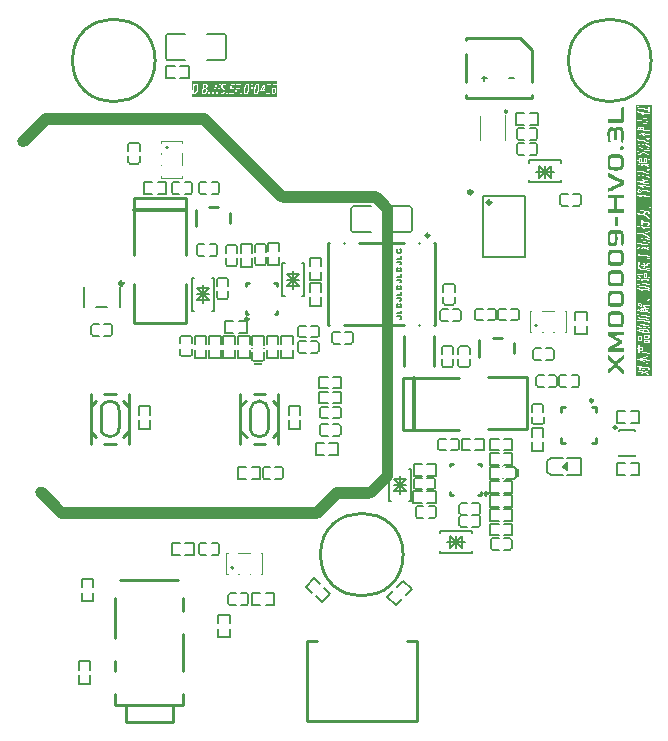
<source format=gto>
G04 Layer: TopSilkscreenLayer*
G04 EasyEDA Pro v3.2.58, 2026-01-05 14:09:15*
G04 Gerber Generator version 0.3*
G04 Scale: 100 percent, Rotated: No, Reflected: No*
G04 Dimensions in millimeters*
G04 Leading zeros omitted, absolute positions, 4 integers and 5 decimals*
G04 Generated by one-click*
%FSLAX45Y45*%
%MOMM*%
%ADD10C,0.18*%
%ADD11C,0.2032*%
%ADD12C,0.254*%
%ADD13C,0.1524*%
%ADD14C,0.15001*%
%ADD15C,0.1*%
%ADD16C,0.127*%
%ADD17C,0.1242*%
%ADD18C,0.11999*%
%ADD19C,0.3302*%
%ADD20C,0.3*%
%ADD21C,0.0762*%
G75*


G04 Text Start*
G36*
G01X4860833Y4493257D02*
G01X4861833Y4491924D01*
G01X4862208Y4491174D01*
G01X4862000Y4490590D01*
G01X4860667Y4489590D01*
G01X4858333Y4487924D01*
G01X4856667Y4486757D01*
G01X4855000Y4485423D01*
G01X4853667Y4484423D01*
G01X4852833Y4483590D01*
G01X4852000Y4482924D01*
G01X4851000Y4482590D01*
G01X4850542Y4482590D01*
G01X4850167Y4482924D01*
G01X4849333Y4483757D01*
G01X4848958Y4486299D01*
G01X4848833Y4493257D01*
G01X4848833Y4502424D01*
G01X4849500Y4502257D01*
G01X4850667Y4501757D01*
G01X4852000Y4500924D01*
G01X4853667Y4499757D01*
G01X4856333Y4497757D01*
G01X4860833Y4493257D01*
G37*
G36*
G01X4869167Y3156256D02*
G01X4869000Y3151256D01*
G01X4867667Y3150923D01*
G01X4865667Y3150590D01*
G01X4863333Y3150256D01*
G01X4861333Y3149923D01*
G01X4859000Y3149590D01*
G01X4853000Y3148923D01*
G01X4851833Y3148757D01*
G01X4851333Y3151381D01*
G01X4851167Y3159256D01*
G01X4851167Y3169757D01*
G01X4852000Y3169590D01*
G01X4853500Y3169090D01*
G01X4856167Y3168090D01*
G01X4857667Y3167423D01*
G01X4861000Y3166090D01*
G01X4863667Y3164757D01*
G01X4865333Y3164090D01*
G01X4866667Y3163423D01*
G01X4868000Y3162590D01*
G01X4869000Y3161590D01*
G01X4869167Y3156256D01*
G37*
G36*
G01X4883500Y3311423D02*
G01X4883333Y3304923D01*
G01X4882000Y3304757D01*
G01X4880333Y3304923D01*
G01X4877333Y3305257D01*
G01X4870667Y3305923D01*
G01X4867667Y3306257D01*
G01X4861000Y3306923D01*
G01X4859667Y3307090D01*
G01X4858833Y3307090D01*
G01X4858833Y3320090D01*
G01X4860500Y3320090D01*
G01X4862667Y3319923D01*
G01X4868667Y3319257D01*
G01X4872000Y3318923D01*
G01X4878000Y3318257D01*
G01X4881333Y3317923D01*
G01X4882667Y3317757D01*
G01X4883500Y3317757D01*
G01X4883500Y3311423D01*
G37*
G36*
G01X4919500Y3307590D02*
G01X4919333Y3301257D01*
G01X4917833Y3301090D01*
G01X4916000Y3301257D01*
G01X4912667Y3301590D01*
G01X4909667Y3301923D01*
G01X4903000Y3302590D01*
G01X4900000Y3302923D01*
G01X4896667Y3303257D01*
G01X4893667Y3303590D01*
G01X4892667Y3303923D01*
G01X4892292Y3305590D01*
G01X4892167Y3310257D01*
G01X4892167Y3316423D01*
G01X4894000Y3316423D01*
G01X4896333Y3316257D01*
G01X4905333Y3315257D01*
G01X4908667Y3314923D01*
G01X4917667Y3313923D01*
G01X4918833Y3313757D01*
G01X4919333Y3312215D01*
G01X4919500Y3307590D01*
G37*
G36*
G01X4861167Y3484590D02*
G01X4861000Y3480590D01*
G01X4860000Y3480923D01*
G01X4857000Y3482923D01*
G01X4854333Y3484590D01*
G01X4852667Y3485590D01*
G01X4851167Y3486423D01*
G01X4850667Y3487715D01*
G01X4850500Y3490923D01*
G01X4850500Y3495090D01*
G01X4851167Y3494923D01*
G01X4852167Y3494423D01*
G01X4853333Y3493757D01*
G01X4854667Y3493090D01*
G01X4857000Y3491757D01*
G01X4858333Y3490923D01*
G01X4860000Y3489923D01*
G01X4861000Y3488923D01*
G01X4861167Y3484590D01*
G37*
G36*
G01X4881167Y3494590D02*
G01X4881000Y3492257D01*
G01X4879833Y3492090D01*
G01X4878333Y3492257D01*
G01X4874667Y3492590D01*
G01X4871333Y3492923D01*
G01X4870500Y3493257D01*
G01X4870167Y3495590D01*
G01X4870167Y3497757D01*
G01X4871667Y3497590D01*
G01X4873833Y3497423D01*
G01X4875000Y3497257D01*
G01X4878667Y3496923D01*
G01X4880167Y3496757D01*
G01X4881167Y3496757D01*
G01X4881167Y3494590D01*
G37*
G36*
G01X4881167Y3482757D02*
G01X4881000Y3480590D01*
G01X4879333Y3480590D01*
G01X4877167Y3480757D01*
G01X4876000Y3480923D01*
G01X4872667Y3481257D01*
G01X4871167Y3481423D01*
G01X4870167Y3481423D01*
G01X4870167Y3486090D01*
G01X4871333Y3486090D01*
G01X4879667Y3485257D01*
G01X4880667Y3484923D01*
G01X4881042Y3484298D01*
G01X4881167Y3482757D01*
G37*
G36*
G01X4901500Y3492090D02*
G01X4901333Y3489923D01*
G01X4900000Y3489923D01*
G01X4898167Y3490090D01*
G01X4897000Y3490257D01*
G01X4893667Y3490590D01*
G01X4890667Y3490923D01*
G01X4889833Y3491257D01*
G01X4889500Y3493590D01*
G01X4889667Y3495215D01*
G01X4890167Y3495757D01*
G01X4891333Y3495590D01*
G01X4900333Y3494590D01*
G01X4901167Y3494257D01*
G01X4901500Y3492090D01*
G37*
G36*
G01X4901500Y3480423D02*
G01X4901333Y3478590D01*
G01X4899833Y3478423D01*
G01X4898000Y3478590D01*
G01X4890500Y3479423D01*
G01X4889500Y3479423D01*
G01X4889500Y3484090D01*
G01X4890667Y3484090D01*
G01X4892333Y3483923D01*
G01X4899833Y3483090D01*
G01X4900667Y3482965D01*
G01X4901167Y3482590D01*
G01X4901500Y3480423D01*
G37*
G36*
G01X4851167Y3861590D02*
G01X4851000Y3839923D01*
G01X4849333Y3839757D01*
G01X4847333Y3839923D01*
G01X4844333Y3840257D01*
G01X4843667Y3840923D01*
G01X4843500Y3863090D01*
G01X4843500Y3884757D01*
G01X4845000Y3884757D01*
G01X4847000Y3884590D01*
G01X4850333Y3884257D01*
G01X4851000Y3883590D01*
G01X4851167Y3861590D01*
G37*
G36*
G01X4866500Y3245257D02*
G01X4866333Y3231257D01*
G01X4865333Y3231257D01*
G01X4863500Y3231423D01*
G01X4859000Y3231923D01*
G01X4855667Y3232257D01*
G01X4852667Y3232590D01*
G01X4849333Y3232923D01*
G01X4846333Y3233257D01*
G01X4845667Y3233923D01*
G01X4845500Y3247757D01*
G01X4845500Y3261090D01*
G01X4846833Y3261090D01*
G01X4848667Y3260923D01*
G01X4851667Y3260590D01*
G01X4855000Y3260257D01*
G01X4858000Y3259923D01*
G01X4864667Y3259257D01*
G01X4865833Y3259090D01*
G01X4866333Y3255631D01*
G01X4866500Y3245257D01*
G37*
G36*
G01X4865500Y3532923D02*
G01X4865667Y3531423D01*
G01X4865167Y3530423D01*
G01X4863833Y3529757D01*
G01X4862000Y3529257D01*
G01X4861000Y3528590D01*
G01X4861000Y3527590D01*
G01X4861500Y3525923D01*
G01X4861667Y3524257D01*
G01X4861333Y3523965D01*
G01X4860667Y3524090D01*
G01X4858000Y3525423D01*
G01X4856167Y3526090D01*
G01X4854500Y3526757D01*
G01X4851167Y3527757D01*
G01X4849833Y3528090D01*
G01X4848667Y3528257D01*
G01X4847000Y3528590D01*
G01X4845833Y3528757D01*
G01X4845833Y3536423D01*
G01X4847000Y3536423D01*
G01X4848667Y3536257D01*
G01X4851667Y3535923D01*
G01X4854333Y3535590D01*
G01X4860333Y3534923D01*
G01X4863000Y3534590D01*
G01X4864333Y3534090D01*
G01X4865042Y3533632D01*
G01X4865500Y3532923D01*
G37*
G36*
G01X4890167Y3871423D02*
G01X4890000Y3866923D01*
G01X4888833Y3866757D01*
G01X4885833Y3867090D01*
G01X4885000Y3867215D01*
G01X4884500Y3867590D01*
G01X4884167Y3872757D01*
G01X4884167Y3877423D01*
G01X4885000Y3877423D01*
G01X4886333Y3877257D01*
G01X4889333Y3876923D01*
G01X4890000Y3876257D01*
G01X4890167Y3871423D01*
G37*
G36*
G01X4890167Y3854257D02*
G01X4890000Y3849590D01*
G01X4888667Y3849423D01*
G01X4887000Y3849590D01*
G01X4885500Y3849757D01*
G01X4884708Y3849965D01*
G01X4884333Y3850590D01*
G01X4884167Y3855257D01*
G01X4884167Y3859090D01*
G01X4885833Y3859090D01*
G01X4888000Y3858923D01*
G01X4889333Y3858757D01*
G01X4890167Y3858757D01*
G01X4890167Y3854257D01*
G37*
G36*
G01X4917667Y3864423D02*
G01X4917667Y3863923D01*
G01X4916000Y3863923D01*
G01X4913833Y3864090D01*
G01X4912667Y3864257D01*
G01X4911000Y3864423D01*
G01X4909833Y3864423D01*
G01X4909833Y3866590D01*
G01X4910000Y3868215D01*
G01X4910500Y3868757D01*
G01X4911667Y3868923D01*
G01X4913167Y3869423D01*
G01X4915333Y3869923D01*
G01X4916500Y3870090D01*
G01X4916667Y3869090D01*
G01X4917000Y3867590D01*
G01X4917333Y3865923D01*
G01X4917667Y3864423D01*
G37*
G36*
G01X4926500Y3218923D02*
G01X4926333Y3213257D01*
G01X4925000Y3213257D01*
G01X4923000Y3213423D01*
G01X4921667Y3213590D01*
G01X4918667Y3213923D01*
G01X4915333Y3214257D01*
G01X4912333Y3214590D01*
G01X4905667Y3215257D01*
G01X4902667Y3215590D01*
G01X4899333Y3215923D01*
G01X4896333Y3216257D01*
G01X4895333Y3216590D01*
G01X4894958Y3218173D01*
G01X4894833Y3222590D01*
G01X4894833Y3228423D01*
G01X4896000Y3228257D01*
G01X4897833Y3228090D01*
G01X4899000Y3227923D01*
G01X4924500Y3225090D01*
G01X4926000Y3224756D01*
G01X4926375Y3223132D01*
G01X4926500Y3218923D01*
G37*
G36*
G01X4926500Y3257257D02*
G01X4926333Y3251590D01*
G01X4924500Y3251423D01*
G01X4922333Y3251590D01*
G01X4919333Y3251923D01*
G01X4912667Y3252590D01*
G01X4909667Y3252923D01*
G01X4906333Y3253257D01*
G01X4903333Y3253590D01*
G01X4896667Y3254257D01*
G01X4895500Y3254423D01*
G01X4895000Y3255923D01*
G01X4894833Y3260423D01*
G01X4894833Y3266423D01*
G01X4923333Y3263257D01*
G01X4925667Y3262923D01*
G01X4926500Y3262757D01*
G01X4926500Y3257257D01*
G37*
G36*
G01X4908167Y3779924D02*
G01X4908000Y3769257D01*
G01X4906833Y3769090D01*
G01X4899333Y3769923D01*
G01X4895333Y3770423D01*
G01X4894500Y3770423D01*
G01X4894500Y3791757D01*
G01X4895667Y3791757D01*
G01X4897333Y3791590D01*
G01X4906333Y3790590D01*
G01X4907500Y3790423D01*
G01X4908000Y3787798D01*
G01X4908167Y3779924D01*
G37*
G36*
G01X4955833Y5220090D02*
G01X4955833Y2932090D01*
G01X4823167Y2932090D01*
G01X4823167Y2957256D01*
G01X4839833Y2957256D01*
G01X4839833Y2947090D01*
G01X4847333Y2946256D01*
G01X4849167Y2946256D01*
G01X4849500Y2955756D01*
G01X4849667Y2962756D01*
G01X4850167Y2965090D01*
G01X4851333Y2964923D01*
G01X4853333Y2964590D01*
G01X4855667Y2964256D01*
G01X4859667Y2963590D01*
G01X4863000Y2962923D01*
G01X4865000Y2962423D01*
G01X4867333Y2961923D01*
G01X4869000Y2961590D01*
G01X4870667Y2961090D01*
G01X4872833Y2960590D01*
G01X4874500Y2960090D01*
G01X4875667Y2959590D01*
G01X4876000Y2959090D01*
G01X4875000Y2958590D01*
G01X4873500Y2958090D01*
G01X4871833Y2957423D01*
G01X4869833Y2956756D01*
G01X4862500Y2954090D01*
G01X4860833Y2953423D01*
G01X4860417Y2952965D01*
G01X4860500Y2952256D01*
G01X4861167Y2950423D01*
G01X4861833Y2948757D01*
G01X4862333Y2947256D01*
G01X4862833Y2945923D01*
G01X4863667Y2945256D01*
G01X4864667Y2945423D01*
G01X4870000Y2947423D01*
G01X4871167Y2947923D01*
G01X4877833Y2950423D01*
G01X4889833Y2954423D01*
G01X4891167Y2954590D01*
G01X4892500Y2954090D01*
G01X4895833Y2952757D01*
G01X4897333Y2952090D01*
G01X4899000Y2951423D01*
G01X4900333Y2950757D01*
G01X4902667Y2949757D01*
G01X4906667Y2947757D01*
G01X4909667Y2946090D01*
G01X4911000Y2945423D01*
G01X4912333Y2944590D01*
G01X4913833Y2943757D01*
G01X4915000Y2943090D01*
G01X4919000Y2940590D01*
G01X4923500Y2937590D01*
G01X4924667Y2936757D01*
G01X4927333Y2934757D01*
G01X4927792Y2934632D01*
G01X4928167Y2934923D01*
G01X4928167Y2934923D01*
G01X4934000Y2940757D01*
G01X4934292Y2941131D01*
G01X4934167Y2941590D01*
G01X4933167Y2942423D01*
G01X4931667Y2943423D01*
G01X4926667Y2946923D01*
G01X4925000Y2947923D01*
G01X4922333Y2949590D01*
G01X4920833Y2950590D01*
G01X4919333Y2951423D01*
G01X4917000Y2952757D01*
G01X4914000Y2954423D01*
G01X4907333Y2957756D01*
G01X4906167Y2958423D01*
G01X4905708Y2958756D01*
G01X4905667Y2959090D01*
G01X4906667Y2959590D01*
G01X4908000Y2959923D01*
G01X4909500Y2960423D01*
G01X4911333Y2960923D01*
G01X4912833Y2961423D01*
G01X4918333Y2962923D01*
G01X4920000Y2963256D01*
G01X4921167Y2963756D01*
G01X4921625Y2964173D01*
G01X4921667Y2964756D01*
G01X4919167Y2970590D01*
G01X4918667Y2971590D01*
G01X4918333Y2971923D01*
G01X4917667Y2971923D01*
G01X4916333Y2971590D01*
G01X4914833Y2971090D01*
G01X4913000Y2970590D01*
G01X4911667Y2970257D01*
G01X4910000Y2969756D01*
G01X4905333Y2968423D01*
G01X4898833Y2966423D01*
G01X4897000Y2965923D01*
G01X4895500Y2965423D01*
G01X4893833Y2964923D01*
G01X4892333Y2964590D01*
G01X4891000Y2964590D01*
G01X4886500Y2966090D01*
G01X4879833Y2968090D01*
G01X4878000Y2968590D01*
G01X4876333Y2968923D01*
G01X4874667Y2969423D01*
G01X4872500Y2969923D01*
G01X4871000Y2970257D01*
G01X4867667Y2971090D01*
G01X4865167Y2971590D01*
G01X4863333Y2971923D01*
G01X4860000Y2972590D01*
G01X4856333Y2973257D01*
G01X4852333Y2973923D01*
G01X4850000Y2974257D01*
G01X4847500Y2974423D01*
G01X4845000Y2974257D01*
G01X4843667Y2973756D01*
G01X4842500Y2972923D01*
G01X4841667Y2972090D01*
G01X4840833Y2970923D01*
G01X4840333Y2969590D01*
G01X4840000Y2968256D01*
G01X4839833Y2957256D01*
G01X4823167Y2957256D01*
G01X4823167Y3007756D01*
G01X4832833Y3007756D01*
G01X4832833Y3003423D01*
G01X4833667Y3003257D01*
G01X4835333Y3003090D01*
G01X4836667Y3002923D01*
G01X4839667Y3002590D01*
G01X4843000Y3002257D01*
G01X4846000Y3001923D01*
G01X4847667Y3001756D01*
G01X4849333Y3001423D01*
G01X4849708Y2998340D01*
G01X4849833Y2989756D01*
G01X4849833Y2978423D01*
G01X4851333Y2978257D01*
G01X4853500Y2978090D01*
G01X4854667Y2977923D01*
G01X4857667Y2977590D01*
G01X4859000Y2977423D01*
G01X4859833Y2977423D01*
G01X4859833Y2983965D01*
G01X4871750Y2983965D01*
G01X4871833Y2983090D01*
G01X4872500Y2981090D01*
G01X4873000Y2979257D01*
G01X4873500Y2977756D01*
G01X4874000Y2976423D01*
G01X4874375Y2975965D01*
G01X4875167Y2975923D01*
G01X4876833Y2976423D01*
G01X4879833Y2977423D01*
G01X4881500Y2977923D01*
G01X4883000Y2978257D01*
G01X4884667Y2978756D01*
G01X4886833Y2979257D01*
G01X4888333Y2979590D01*
G01X4895000Y2980923D01*
G01X4899000Y2981590D01*
G01X4899000Y2981590D01*
G01X4900167Y2981923D01*
G01X4900625Y2982257D01*
G01X4900667Y2982923D01*
G01X4900333Y2984257D01*
G01X4899833Y2985756D01*
G01X4899333Y2987590D01*
G01X4899000Y2988923D01*
G01X4898500Y2990090D01*
G01X4898083Y2990590D01*
G01X4897500Y2990756D01*
G01X4894000Y2990257D01*
G01X4890000Y2989590D01*
G01X4886667Y2988923D01*
G01X4883667Y2988257D01*
G01X4882000Y2987756D01*
G01X4879833Y2987257D01*
G01X4878167Y2986756D01*
G01X4873667Y2985257D01*
G01X4872167Y2984590D01*
G01X4871750Y2983965D01*
G01X4859833Y2983965D01*
G01X4859833Y2988923D01*
G01X4860000Y2997548D01*
G01X4860500Y3000423D01*
G01X4861667Y3000257D01*
G01X4864667Y2999923D01*
G01X4868000Y2999590D01*
G01X4871000Y2999257D01*
G01X4874333Y2998923D01*
G01X4877333Y2998590D01*
G01X4880667Y2998257D01*
G01X4883667Y2997923D01*
G01X4887000Y2997590D01*
G01X4890000Y2997257D01*
G01X4893333Y2996923D01*
G01X4896333Y2996590D01*
G01X4899667Y2996257D01*
G01X4902667Y2995923D01*
G01X4906000Y2995590D01*
G01X4909000Y2995257D01*
G01X4912333Y2994923D01*
G01X4915333Y2994590D01*
G01X4918667Y2994257D01*
G01X4921000Y2993923D01*
G01X4922667Y2993590D01*
G01X4924500Y2993090D01*
G01X4926000Y2992257D01*
G01X4927167Y2991090D01*
G01X4927833Y2989756D01*
G01X4928167Y2987756D01*
G01X4927833Y2985923D01*
G01X4927167Y2985090D01*
G01X4926333Y2984423D01*
G01X4925333Y2983756D01*
G01X4923833Y2983090D01*
G01X4921833Y2982590D01*
G01X4920500Y2982090D01*
G01X4920333Y2981257D01*
G01X4921000Y2977923D01*
G01X4921333Y2976590D01*
G01X4921667Y2974923D01*
G01X4922167Y2973423D01*
G01X4922750Y2972965D01*
G01X4923833Y2972923D01*
G01X4925667Y2973257D01*
G01X4927167Y2973756D01*
G01X4929000Y2974423D01*
G01X4930333Y2975090D01*
G01X4931500Y2975756D01*
G01X4933000Y2976756D01*
G01X4935667Y2979423D01*
G01X4936333Y2980423D01*
G01X4936833Y2981590D01*
G01X4937500Y2983090D01*
G01X4938000Y2985257D01*
G01X4938000Y2985257D01*
G01X4938333Y2986756D01*
G01X4938500Y2988590D01*
G01X4938333Y2990590D01*
G01X4938000Y2992257D01*
G01X4937500Y2994090D01*
G01X4936833Y2995423D01*
G01X4935833Y2996923D01*
G01X4933833Y2998923D01*
G01X4933000Y2999590D01*
G01X4931833Y3000257D01*
G01X4930333Y3001090D01*
G01X4928833Y3001756D01*
G01X4927000Y3002423D01*
G01X4925000Y3002923D01*
G01X4923333Y3003257D01*
G01X4921333Y3003590D01*
G01X4919500Y3003756D01*
G01X4918333Y3003923D01*
G01X4915333Y3004257D01*
G01X4912000Y3004590D01*
G01X4909000Y3004923D01*
G01X4902333Y3005590D01*
G01X4899333Y3005923D01*
G01X4896000Y3006257D01*
G01X4893000Y3006590D01*
G01X4886333Y3007257D01*
G01X4883333Y3007590D01*
G01X4880000Y3007923D01*
G01X4877000Y3008257D01*
G01X4870333Y3008923D01*
G01X4867333Y3009257D01*
G01X4864000Y3009590D01*
G01X4861000Y3009923D01*
G01X4860167Y3010257D01*
G01X4859833Y3013423D01*
G01X4859833Y3016423D01*
G01X4859000Y3016590D01*
G01X4857000Y3016923D01*
G01X4855167Y3017090D01*
G01X4854000Y3017257D01*
G01X4851000Y3017590D01*
G01X4850167Y3017590D01*
G01X4849833Y3014257D01*
G01X4849833Y3011090D01*
G01X4848667Y3011257D01*
G01X4846667Y3011423D01*
G01X4845333Y3011590D01*
G01X4842333Y3011923D01*
G01X4839000Y3012257D01*
G01X4836000Y3012590D01*
G01X4834333Y3012756D01*
G01X4833000Y3012423D01*
G01X4832833Y3007756D01*
G01X4823167Y3007756D01*
G01X4823167Y3077090D01*
G01X4832167Y3077090D01*
G01X4832167Y3067757D01*
G01X4833167Y3067757D01*
G01X4834667Y3067590D01*
G01X4838000Y3067256D01*
G01X4841000Y3066923D01*
G01X4844333Y3066590D01*
G01X4847333Y3066256D01*
G01X4850667Y3065923D01*
G01X4852167Y3065757D01*
G01X4853167Y3065757D01*
G01X4853167Y3035757D01*
G01X4854167Y3035757D01*
G01X4855667Y3035590D01*
G01X4859000Y3035256D01*
G01X4862000Y3034923D01*
G01X4862375Y3037548D01*
G01X4862500Y3045757D01*
G01X4862500Y3056757D01*
G01X4863333Y3056590D01*
G01X4866333Y3055590D01*
G01X4867667Y3055256D01*
G01X4871167Y3054090D01*
G01X4877833Y3051423D01*
G01X4879333Y3050757D01*
G01X4886667Y3047090D01*
G01X4890167Y3045090D01*
G01X4891167Y3044423D01*
G01X4892333Y3043757D01*
G01X4893667Y3042923D01*
G01X4897000Y3040590D01*
G01X4898500Y3039590D01*
G01X4899667Y3038757D01*
G01X4902333Y3036757D01*
G01X4904000Y3035423D01*
G01X4905333Y3034423D01*
G01X4906500Y3033423D01*
G01X4907333Y3032757D01*
G01X4908167Y3031923D01*
G01X4910167Y3030256D01*
G01X4912500Y3028256D01*
G01X4916667Y3024090D01*
G01X4917500Y3023423D01*
G01X4917833Y3023298D01*
G01X4918167Y3023590D01*
G01X4924000Y3029423D01*
G01X4924500Y3030256D01*
G01X4924000Y3031090D01*
G01X4921500Y3033590D01*
G01X4919500Y3035256D01*
G01X4918667Y3036090D01*
G01X4917333Y3037090D01*
G01X4916167Y3038256D01*
G01X4914167Y3039923D01*
G01X4911667Y3041923D01*
G01X4910833Y3042423D01*
G01X4910000Y3043090D01*
G01X4906500Y3045590D01*
G01X4902000Y3048590D01*
G01X4900667Y3049423D01*
G01X4898333Y3050757D01*
G01X4897000Y3051590D01*
G01X4888667Y3055757D01*
G01X4885667Y3057090D01*
G01X4884500Y3057590D01*
G01X4883167Y3058090D01*
G01X4879833Y3059423D01*
G01X4873833Y3061423D01*
G01X4868833Y3062923D01*
G01X4867333Y3063256D01*
G01X4866667Y3063757D01*
G01X4866917Y3064006D01*
G01X4868000Y3064090D01*
G01X4870000Y3063923D01*
G01X4876667Y3063256D01*
G01X4879667Y3062923D01*
G01X4883000Y3062590D01*
G01X4886000Y3062256D01*
G01X4889333Y3061923D01*
G01X4892333Y3061590D01*
G01X4899000Y3060923D01*
G01X4902000Y3060590D01*
G01X4905333Y3060256D01*
G01X4906833Y3060090D01*
G01X4907625Y3059882D01*
G01X4908000Y3059256D01*
G01X4908167Y3052923D01*
G01X4908167Y3047423D01*
G01X4909000Y3047256D01*
G01X4910667Y3047090D01*
G01X4912000Y3046923D01*
G01X4915333Y3046590D01*
G01X4916500Y3046423D01*
G01X4917000Y3047965D01*
G01X4917167Y3052590D01*
G01X4917167Y3058757D01*
G01X4918833Y3058757D01*
G01X4921000Y3058590D01*
G01X4924000Y3058256D01*
G01X4930667Y3057590D01*
G01X4933667Y3057256D01*
G01X4937000Y3056923D01*
G01X4937000Y3056923D01*
G01X4938000Y3056757D01*
G01X4938375Y3057923D01*
G01X4938500Y3061423D01*
G01X4938500Y3066090D01*
G01X4937333Y3066256D01*
G01X4935500Y3066423D01*
G01X4934333Y3066590D01*
G01X4927667Y3067256D01*
G01X4924667Y3067590D01*
G01X4918000Y3068256D01*
G01X4917333Y3068923D01*
G01X4917167Y3074923D01*
G01X4917167Y3080423D01*
G01X4916000Y3080590D01*
G01X4914000Y3080757D01*
G01X4912667Y3080923D01*
G01X4909667Y3081257D01*
G01X4908667Y3081257D01*
G01X4908292Y3079673D01*
G01X4908167Y3075256D01*
G01X4908167Y3069423D01*
G01X4907167Y3069423D01*
G01X4905667Y3069590D01*
G01X4899000Y3070256D01*
G01X4896000Y3070590D01*
G01X4886000Y3071590D01*
G01X4883000Y3071923D01*
G01X4876333Y3072590D01*
G01X4873333Y3072923D01*
G01X4866667Y3073590D01*
G01X4865833Y3073923D01*
G01X4865681Y3074126D01*
G01X4866000Y3074256D01*
G01X4870000Y3074590D01*
G01X4873000Y3074923D01*
G01X4880000Y3075923D01*
G01X4883333Y3076590D01*
G01X4889333Y3077923D01*
G01X4891000Y3078423D01*
G01X4893333Y3079090D01*
G01X4895333Y3079590D01*
G01X4901333Y3081590D01*
G01X4902667Y3082090D01*
G01X4903833Y3082590D01*
G01X4905167Y3083090D01*
G01X4909667Y3085090D01*
G01X4912333Y3086423D01*
G01X4915833Y3088423D01*
G01X4916833Y3089090D01*
G01X4918000Y3089756D01*
G01X4919333Y3090590D01*
G01X4922333Y3092590D01*
G01X4923500Y3093423D01*
G01X4924333Y3094090D01*
G01X4924625Y3094465D01*
G01X4924500Y3094923D01*
G01X4923500Y3096257D01*
G01X4920833Y3099590D01*
G01X4919833Y3100923D01*
G01X4919167Y3101756D01*
G01X4918500Y3102257D01*
G01X4917833Y3102090D01*
G01X4915500Y3100423D01*
G01X4914667Y3099756D01*
G01X4913500Y3098923D01*
G01X4912000Y3097923D01*
G01X4907000Y3094923D01*
G01X4898667Y3090756D01*
G01X4894000Y3088756D01*
G01X4892667Y3088257D01*
G01X4889667Y3087257D01*
G01X4887000Y3086257D01*
G01X4885667Y3085923D01*
G01X4884000Y3085423D01*
G01X4881667Y3084756D01*
G01X4879500Y3084257D01*
G01X4878000Y3083923D01*
G01X4871333Y3082590D01*
G01X4869333Y3082257D01*
G01X4864000Y3081590D01*
G01X4862500Y3081423D01*
G01X4862500Y3104090D01*
G01X4861000Y3104090D01*
G01X4859000Y3104257D01*
G01X4855667Y3104590D01*
G01X4854167Y3104756D01*
G01X4853167Y3104756D01*
G01X4853167Y3075090D01*
G01X4852333Y3075090D01*
G01X4851000Y3075256D01*
G01X4848000Y3075590D01*
G01X4844667Y3075923D01*
G01X4841667Y3076256D01*
G01X4833333Y3077090D01*
G01X4832167Y3077090D01*
G01X4823167Y3077090D01*
G01X4823167Y3160423D01*
G01X4832167Y3160423D01*
G01X4832167Y3155423D01*
G01X4833167Y3155423D01*
G01X4834667Y3155256D01*
G01X4839667Y3154757D01*
G01X4841333Y3154423D01*
G01X4841708Y3150423D01*
G01X4841833Y3139090D01*
G01X4841833Y3124090D01*
G01X4843333Y3123923D01*
G01X4846000Y3123590D01*
G01X4847833Y3123423D01*
G01X4849000Y3123257D01*
G01X4850333Y3123090D01*
G01X4851167Y3123090D01*
G01X4851167Y3138757D01*
G01X4852333Y3138923D01*
G01X4857667Y3139590D01*
G01X4859500Y3139757D01*
G01X4860667Y3139923D01*
G01X4864333Y3140590D01*
G01X4868333Y3141257D01*
G01X4868750Y3141257D01*
G01X4869000Y3140923D01*
G01X4869167Y3132590D01*
G01X4869167Y3124756D01*
G01X4870000Y3124590D01*
G01X4871667Y3124423D01*
G01X4873000Y3124257D01*
G01X4879000Y3123590D01*
G01X4882333Y3123257D01*
G01X4885333Y3122923D01*
G01X4888667Y3122590D01*
G01X4894667Y3121923D01*
G01X4900000Y3121257D01*
G01X4902000Y3120923D01*
G01X4904333Y3120590D01*
G01X4906333Y3120257D01*
G01X4911333Y3119257D01*
G01X4913000Y3118756D01*
G01X4915167Y3118257D01*
G01X4916833Y3117756D01*
G01X4921333Y3116257D01*
G01X4922667Y3115756D01*
G01X4923833Y3115257D01*
G01X4925167Y3114756D01*
G01X4926667Y3114090D01*
G01X4929333Y3112756D01*
G01X4930833Y3111923D01*
G01X4932167Y3111090D01*
G01X4933333Y3110423D01*
G01X4934333Y3109756D01*
G01X4934792Y3109673D01*
G01X4935167Y3110090D01*
G01X4935833Y3111257D01*
G01X4936667Y3112590D01*
G01X4937500Y3114090D01*
G01X4938167Y3115257D01*
G01X4938167Y3115257D01*
G01X4939000Y3116423D01*
G01X4939333Y3117590D01*
G01X4938667Y3118257D01*
G01X4937500Y3118923D01*
G01X4936000Y3119923D01*
G01X4934667Y3120756D01*
G01X4929333Y3123423D01*
G01X4927833Y3124090D01*
G01X4924500Y3125423D01*
G01X4920500Y3126756D01*
G01X4918333Y3127423D01*
G01X4916167Y3127923D01*
G01X4914667Y3128257D01*
G01X4913333Y3128590D01*
G01X4905000Y3130257D01*
G01X4903000Y3130590D01*
G01X4900667Y3130923D01*
G01X4898667Y3131257D01*
G01X4897000Y3131423D01*
G01X4893000Y3131923D01*
G01X4881000Y3133257D01*
G01X4879833Y3133423D01*
G01X4879333Y3140548D01*
G01X4879167Y3161923D01*
G01X4879167Y3190423D01*
G01X4878167Y3190423D01*
G01X4870667Y3191257D01*
G01X4869667Y3191257D01*
G01X4869292Y3188798D01*
G01X4869167Y3181757D01*
G01X4869167Y3172423D01*
G01X4868333Y3172590D01*
G01X4867000Y3173090D01*
G01X4864000Y3174423D01*
G01X4862667Y3175090D01*
G01X4861000Y3175757D01*
G01X4859500Y3176423D01*
G01X4856167Y3177757D01*
G01X4853167Y3178757D01*
G01X4851833Y3179256D01*
G01X4851333Y3181048D01*
G01X4851167Y3186090D01*
G01X4851167Y3192757D01*
G01X4850333Y3192757D01*
G01X4849000Y3192923D01*
G01X4843000Y3193590D01*
G01X4842167Y3193590D01*
G01X4841833Y3178923D01*
G01X4841833Y3164423D01*
G01X4840667Y3164590D01*
G01X4838667Y3164757D01*
G01X4837333Y3164923D01*
G01X4834000Y3165256D01*
G01X4832833Y3165423D01*
G01X4832333Y3164173D01*
G01X4832167Y3160423D01*
G01X4823167Y3160423D01*
G01X4823167Y3218590D01*
G01X4885500Y3218590D01*
G01X4885500Y3208090D01*
G01X4886833Y3208090D01*
G01X4888667Y3207923D01*
G01X4894667Y3207257D01*
G01X4898000Y3206923D01*
G01X4904000Y3206257D01*
G01X4907333Y3205923D01*
G01X4913333Y3205257D01*
G01X4916667Y3204923D01*
G01X4925667Y3203923D01*
G01X4929000Y3203590D01*
G01X4935000Y3202923D01*
G01X4935000Y3202923D01*
G01X4935667Y3202757D01*
G01X4935833Y3218090D01*
G01X4935833Y3233423D01*
G01X4934500Y3233423D01*
G01X4932667Y3233590D01*
G01X4929333Y3233923D01*
G01X4917333Y3235257D01*
G01X4914000Y3235590D01*
G01X4902000Y3236923D01*
G01X4898667Y3237257D01*
G01X4895667Y3237590D01*
G01X4893000Y3237756D01*
G01X4890167Y3237423D01*
G01X4888833Y3236756D01*
G01X4887833Y3235923D01*
G01X4887167Y3235090D01*
G01X4886500Y3233923D01*
G01X4886000Y3232257D01*
G01X4885667Y3230257D01*
G01X4885500Y3218590D01*
G01X4823167Y3218590D01*
G01X4823167Y3244257D01*
G01X4835833Y3244257D01*
G01X4835833Y3224756D01*
G01X4836833Y3224756D01*
G01X4844333Y3223923D01*
G01X4847667Y3223590D01*
G01X4850667Y3223257D01*
G01X4854000Y3222923D01*
G01X4860000Y3222257D01*
G01X4863333Y3221923D01*
G01X4866333Y3221590D01*
G01X4869667Y3221257D01*
G01X4869667Y3221257D01*
G01X4875667Y3220590D01*
G01X4876042Y3226382D01*
G01X4876167Y3244090D01*
G01X4876167Y3256757D01*
G01X4885500Y3256757D01*
G01X4885500Y3246423D01*
G01X4886333Y3246257D01*
G01X4887833Y3246090D01*
G01X4889000Y3245923D01*
G01X4892333Y3245590D01*
G01X4898333Y3244923D01*
G01X4901667Y3244590D01*
G01X4907667Y3243923D01*
G01X4911000Y3243590D01*
G01X4917000Y3242923D01*
G01X4920333Y3242590D01*
G01X4929333Y3241590D01*
G01X4932667Y3241257D01*
G01X4934167Y3241090D01*
G01X4934167Y3241090D01*
G01X4935500Y3240923D01*
G01X4935750Y3244631D01*
G01X4935833Y3256090D01*
G01X4935833Y3271423D01*
G01X4934667Y3271423D01*
G01X4933000Y3271590D01*
G01X4924000Y3272590D01*
G01X4920667Y3272923D01*
G01X4905667Y3274590D01*
G01X4902333Y3274923D01*
G01X4896333Y3275590D01*
G01X4893167Y3275757D01*
G01X4890000Y3275423D01*
G01X4888833Y3274757D01*
G01X4887833Y3273923D01*
G01X4887167Y3273090D01*
G01X4886500Y3271923D01*
G01X4886000Y3270257D01*
G01X4885667Y3268257D01*
G01X4885500Y3256757D01*
G01X4876167Y3256757D01*
G01X4876167Y3267757D01*
G01X4875167Y3267757D01*
G01X4870667Y3268257D01*
G01X4867333Y3268590D01*
G01X4864333Y3268923D01*
G01X4861000Y3269257D01*
G01X4855000Y3269923D01*
G01X4851667Y3270257D01*
G01X4848667Y3270590D01*
G01X4845333Y3270923D01*
G01X4843167Y3271090D01*
G01X4840833Y3270757D01*
G01X4839667Y3270257D01*
G01X4838333Y3269423D01*
G01X4837167Y3267923D01*
G01X4836500Y3266590D01*
G01X4836167Y3265423D01*
G01X4836000Y3264257D01*
G01X4835833Y3244257D01*
G01X4823167Y3244257D01*
G01X4823167Y3313423D01*
G01X4832167Y3313423D01*
G01X4833167Y3313090D01*
G01X4835000Y3312590D01*
G01X4841000Y3310590D01*
G01X4842333Y3310090D01*
G01X4843500Y3309590D01*
G01X4844833Y3309090D01*
G01X4847833Y3307757D01*
G01X4849000Y3307090D01*
G01X4849375Y3305882D01*
G01X4849500Y3302923D01*
G01X4849500Y3299090D01*
G01X4850667Y3299090D01*
G01X4852333Y3298923D01*
G01X4855333Y3298590D01*
G01X4858667Y3298256D01*
G01X4861667Y3297923D01*
G01X4865000Y3297590D01*
G01X4868000Y3297256D01*
G01X4871333Y3296923D01*
G01X4874333Y3296590D01*
G01X4877667Y3296256D01*
G01X4880667Y3295923D01*
G01X4884000Y3295590D01*
G01X4887000Y3295256D01*
G01X4890333Y3294923D01*
G01X4893333Y3294590D01*
G01X4896667Y3294256D01*
G01X4899667Y3293923D01*
G01X4903000Y3293590D01*
G01X4909000Y3292923D01*
G01X4912333Y3292590D01*
G01X4915333Y3292256D01*
G01X4918667Y3291923D01*
G01X4921667Y3291590D01*
G01X4925000Y3291256D01*
G01X4928000Y3290923D01*
G01X4931333Y3290590D01*
G01X4935833Y3290090D01*
G01X4935833Y3290090D01*
G01X4937000Y3289923D01*
G01X4937167Y3294423D01*
G01X4937167Y3299090D01*
G01X4936333Y3299090D01*
G01X4935000Y3299257D01*
G01X4931667Y3299590D01*
G01X4930167Y3299757D01*
G01X4929375Y3299965D01*
G01X4929000Y3300590D01*
G01X4928833Y3311423D01*
G01X4928833Y3321423D01*
G01X4928000Y3321590D01*
G01X4926500Y3321757D01*
G01X4925333Y3321923D01*
G01X4901333Y3324590D01*
G01X4898000Y3324923D01*
G01X4874000Y3327590D01*
G01X4870667Y3327923D01*
G01X4858667Y3329257D01*
G01X4857000Y3329423D01*
G01X4855333Y3329257D01*
G01X4853833Y3328757D01*
G01X4852500Y3327923D01*
G01X4851667Y3327090D01*
G01X4850667Y3325923D01*
G01X4850000Y3323923D01*
G01X4849667Y3321590D01*
G01X4849500Y3318757D01*
G01X4849500Y3317090D01*
G01X4848833Y3317257D01*
G01X4847500Y3317757D01*
G01X4844167Y3319090D01*
G01X4839667Y3320590D01*
G01X4838333Y3320923D01*
G01X4836833Y3321423D01*
G01X4834667Y3322090D01*
G01X4833500Y3322423D01*
G01X4833500Y3321423D01*
G01X4833333Y3319923D01*
G01X4833000Y3318257D01*
G01X4832667Y3316257D01*
G01X4832333Y3314423D01*
G01X4832167Y3313423D01*
G01X4823167Y3313423D01*
G01X4823167Y3346423D01*
G01X4832333Y3346423D01*
G01X4832458Y3345840D01*
G01X4833167Y3345423D01*
G01X4843167Y3342090D01*
G01X4844833Y3341423D01*
G01X4846333Y3340923D01*
G01X4847667Y3340423D01*
G01X4848833Y3339923D01*
G01X4852833Y3338423D01*
G01X4854333Y3337756D01*
G01X4857667Y3336423D01*
G01X4860333Y3335090D01*
G01X4862000Y3334423D01*
G01X4864333Y3333090D01*
G01X4867000Y3331757D01*
G01X4870500Y3329757D01*
G01X4871167Y3329757D01*
G01X4873167Y3333257D01*
G01X4874833Y3336257D01*
G01X4875167Y3337423D01*
G01X4874500Y3337923D01*
G01X4873167Y3338590D01*
G01X4871667Y3339423D01*
G01X4870333Y3340090D01*
G01X4869459Y3340590D01*
G01X4879000Y3340590D01*
G01X4879333Y3339257D01*
G01X4879833Y3337590D01*
G01X4880500Y3335257D01*
G01X4881000Y3333590D01*
G01X4881417Y3333298D01*
G01X4882333Y3333423D01*
G01X4885667Y3334257D01*
G01X4887333Y3334757D01*
G01X4889667Y3335257D01*
G01X4891333Y3335590D01*
G01X4894333Y3336257D01*
G01X4902333Y3337590D01*
G01X4904667Y3337923D01*
G01X4907333Y3338257D01*
G01X4907333Y3338257D01*
G01X4908333Y3338423D01*
G01X4908667Y3338548D01*
G01X4908667Y3338923D01*
G01X4908167Y3340590D01*
G01X4907667Y3342756D01*
G01X4907333Y3344257D01*
G01X4906333Y3347257D01*
G01X4906042Y3347632D01*
G01X4905500Y3347756D01*
G01X4902000Y3347257D01*
G01X4899333Y3346923D01*
G01X4895667Y3346257D01*
G01X4894000Y3345923D01*
G01X4892000Y3345590D01*
G01X4890000Y3345090D01*
G01X4887833Y3344590D01*
G01X4886333Y3344257D01*
G01X4883667Y3343590D01*
G01X4882167Y3343090D01*
G01X4880333Y3342590D01*
G01X4879167Y3341923D01*
G01X4879000Y3340590D01*
G01X4869459Y3340590D01*
G01X4868000Y3341423D01*
G01X4865000Y3342756D01*
G01X4863667Y3343423D01*
G01X4860667Y3344756D01*
G01X4859500Y3345590D01*
G01X4859167Y3352090D01*
G01X4859167Y3358090D01*
G01X4860667Y3358090D01*
G01X4862667Y3357923D01*
G01X4868667Y3357257D01*
G01X4872000Y3356923D01*
G01X4875000Y3356590D01*
G01X4878333Y3356257D01*
G01X4881333Y3355923D01*
G01X4884667Y3355590D01*
G01X4887667Y3355257D01*
G01X4891000Y3354923D01*
G01X4897000Y3354257D01*
G01X4900333Y3353923D01*
G01X4903333Y3353590D01*
G01X4906667Y3353257D01*
G01X4909667Y3352923D01*
G01X4913000Y3352590D01*
G01X4916000Y3352257D01*
G01X4918667Y3351923D01*
G01X4921000Y3351590D01*
G01X4922667Y3351090D01*
G01X4924667Y3350423D01*
G01X4926333Y3349423D01*
G01X4927500Y3348090D01*
G01X4928167Y3346756D01*
G01X4928500Y3345423D01*
G01X4928667Y3344257D01*
G01X4928667Y3343257D01*
G01X4928333Y3342090D01*
G01X4927833Y3341090D01*
G01X4927167Y3340423D01*
G01X4926000Y3339590D01*
G01X4924333Y3338756D01*
G01X4922500Y3338090D01*
G01X4920667Y3337590D01*
G01X4919833Y3337423D01*
G01X4920000Y3336257D01*
G01X4920333Y3334590D01*
G01X4920833Y3332923D01*
G01X4921333Y3330590D01*
G01X4921667Y3328923D01*
G01X4922333Y3328257D01*
G01X4923333Y3328257D01*
G01X4925000Y3328590D01*
G01X4926833Y3329090D01*
G01X4928500Y3329757D01*
G01X4930000Y3330423D01*
G01X4931333Y3331090D01*
G01X4932500Y3331923D01*
G01X4933500Y3332757D01*
G01X4934667Y3333923D01*
G01X4935667Y3335090D01*
G01X4936333Y3336090D01*
G01X4936833Y3337257D01*
G01X4937500Y3338756D01*
G01X4938000Y3340923D01*
G01X4938000Y3340923D01*
G01X4938333Y3342423D01*
G01X4938500Y3344257D01*
G01X4938333Y3346257D01*
G01X4937667Y3349590D01*
G01X4937167Y3350923D01*
G01X4936500Y3352590D01*
G01X4935667Y3353756D01*
G01X4934333Y3355423D01*
G01X4933500Y3356257D01*
G01X4932500Y3357090D01*
G01X4931500Y3357757D01*
G01X4930333Y3358423D01*
G01X4929000Y3359090D01*
G01X4927500Y3359757D01*
G01X4925500Y3360423D01*
G01X4923500Y3360923D01*
G01X4922000Y3361257D01*
G01X4917333Y3361923D01*
G01X4910667Y3362590D01*
G01X4907667Y3362923D01*
G01X4904333Y3363257D01*
G01X4901333Y3363590D01*
G01X4898000Y3363923D01*
G01X4895000Y3364257D01*
G01X4891667Y3364590D01*
G01X4888667Y3364923D01*
G01X4885333Y3365257D01*
G01X4882333Y3365590D01*
G01X4879000Y3365923D01*
G01X4876000Y3366257D01*
G01X4872667Y3366590D01*
G01X4869667Y3366923D01*
G01X4866333Y3367257D01*
G01X4863333Y3367590D01*
G01X4860000Y3367923D01*
G01X4857333Y3368090D01*
G01X4854667Y3367757D01*
G01X4853500Y3367090D01*
G01X4852500Y3366257D01*
G01X4851833Y3365423D01*
G01X4851167Y3364257D01*
G01X4850500Y3362757D01*
G01X4850167Y3361090D01*
G01X4850000Y3359590D01*
G01X4849833Y3354257D01*
G01X4849833Y3349423D01*
G01X4849000Y3349590D01*
G01X4846333Y3350590D01*
G01X4844833Y3351090D01*
G01X4843167Y3351756D01*
G01X4841167Y3352423D01*
G01X4836833Y3353756D01*
G01X4835000Y3354257D01*
G01X4834333Y3354173D01*
G01X4834000Y3353590D01*
G01X4833500Y3351590D01*
G01X4833000Y3349257D01*
G01X4832667Y3347590D01*
G01X4832333Y3346423D01*
G01X4823167Y3346423D01*
G01X4823167Y3400590D01*
G01X4832167Y3400590D01*
G01X4832167Y3396090D01*
G01X4833833Y3396090D01*
G01X4836000Y3395923D01*
G01X4839000Y3395590D01*
G01X4842333Y3395257D01*
G01X4848333Y3394590D01*
G01X4850000Y3394423D01*
G01X4850958Y3394298D01*
G01X4851500Y3393923D01*
G01X4851833Y3389423D01*
G01X4852000Y3386423D01*
G01X4852500Y3385423D01*
G01X4853667Y3385257D01*
G01X4856667Y3384923D01*
G01X4860000Y3384590D01*
G01X4861000Y3384590D01*
G01X4861375Y3385757D01*
G01X4861500Y3388923D01*
G01X4861667Y3392048D01*
G01X4862167Y3393090D01*
G01X4863333Y3392923D01*
G01X4869333Y3392257D01*
G01X4872667Y3391923D01*
G01X4884667Y3390590D01*
G01X4885833Y3390423D01*
G01X4886375Y3390215D01*
G01X4886667Y3389590D01*
G01X4887167Y3388257D01*
G01X4887833Y3386923D01*
G01X4889833Y3381923D01*
G01X4890500Y3380090D01*
G01X4890958Y3379382D01*
G01X4891667Y3379257D01*
G01X4894667Y3380257D01*
G01X4897333Y3381257D01*
G01X4898833Y3381757D01*
G01X4899667Y3382590D01*
G01X4899500Y3383590D01*
G01X4899000Y3384757D01*
G01X4898500Y3386090D01*
G01X4897833Y3387757D01*
G01X4897708Y3388548D01*
G01X4898000Y3388923D01*
G01X4900000Y3388923D01*
G01X4906000Y3388257D01*
G01X4908167Y3388090D01*
G01X4909333Y3387923D01*
G01X4915333Y3387257D01*
G01X4918667Y3386923D01*
G01X4924667Y3386257D01*
G01X4926333Y3385923D01*
G01X4927833Y3385423D01*
G01X4928333Y3384590D01*
G01X4928167Y3383757D01*
G01X4926667Y3383090D01*
G01X4924333Y3382757D01*
G01X4923167Y3382757D01*
G01X4923167Y3381757D01*
G01X4923667Y3377257D01*
G01X4923833Y3376090D01*
G01X4924292Y3375590D01*
G01X4925667Y3375423D01*
G01X4928000Y3375590D01*
G01X4929667Y3375923D01*
G01X4931500Y3376423D01*
G01X4932833Y3376923D01*
G01X4933833Y3377423D01*
G01X4935500Y3378757D01*
G01X4936333Y3379757D01*
G01X4937167Y3381257D01*
G01X4937667Y3382923D01*
G01X4937667Y3382923D01*
G01X4938000Y3384090D01*
G01X4938000Y3384923D01*
G01X4937833Y3386090D01*
G01X4937500Y3387423D01*
G01X4936833Y3388923D01*
G01X4936000Y3390090D01*
G01X4935333Y3390923D01*
G01X4934333Y3391923D01*
G01X4932833Y3392923D01*
G01X4931500Y3393590D01*
G01X4930167Y3394090D01*
G01X4928167Y3394590D01*
G01X4926333Y3394923D01*
G01X4924000Y3395257D01*
G01X4918000Y3395923D01*
G01X4914667Y3396257D01*
G01X4911667Y3396590D01*
G01X4908333Y3396923D01*
G01X4905333Y3397257D01*
G01X4902000Y3397590D01*
G01X4896000Y3398257D01*
G01X4894333Y3398423D01*
G01X4893333Y3398590D01*
G01X4892667Y3399090D01*
G01X4891833Y3400590D01*
G01X4891167Y3401923D01*
G01X4890333Y3403256D01*
G01X4889500Y3404757D01*
G01X4888833Y3405923D01*
G01X4888000Y3407256D01*
G01X4887167Y3408423D01*
G01X4886000Y3408423D01*
G01X4879333Y3405090D01*
G01X4878833Y3404256D01*
G01X4879167Y3403423D01*
G01X4879833Y3402423D01*
G01X4880667Y3401090D01*
G01X4881000Y3400090D01*
G01X4880000Y3399923D01*
G01X4878167Y3400090D01*
G01X4873667Y3400590D01*
G01X4870333Y3400923D01*
G01X4867333Y3401256D01*
G01X4864000Y3401590D01*
G01X4862500Y3401757D01*
G01X4861500Y3401757D01*
G01X4861500Y3409090D01*
G01X4860667Y3409257D01*
G01X4859167Y3409423D01*
G01X4858000Y3409590D01*
G01X4853000Y3410090D01*
G01X4851833Y3410090D01*
G01X4851833Y3403090D01*
G01X4850167Y3403090D01*
G01X4848000Y3403256D01*
G01X4844667Y3403590D01*
G01X4841667Y3403923D01*
G01X4838333Y3404256D01*
G01X4833833Y3404757D01*
G01X4832500Y3404923D01*
G01X4832250Y3403923D01*
G01X4832167Y3400590D01*
G01X4823167Y3400590D01*
G01X4823167Y3452632D01*
G01X4833000Y3452632D01*
G01X4833000Y3451923D01*
G01X4833500Y3450423D01*
G01X4835000Y3445423D01*
G01X4835333Y3443923D01*
G01X4835833Y3442423D01*
G01X4836333Y3440423D01*
G01X4836833Y3438757D01*
G01X4837333Y3436923D01*
G01X4838333Y3431923D01*
G01X4838667Y3430590D01*
G01X4839333Y3427257D01*
G01X4840333Y3421257D01*
G01X4840667Y3418923D01*
G01X4840833Y3416923D01*
G01X4841000Y3416298D01*
G01X4841500Y3416090D01*
G01X4842667Y3415923D01*
G01X4846000Y3415590D01*
G01X4849000Y3415257D01*
G01X4855667Y3414590D01*
G01X4858667Y3414257D01*
G01X4862000Y3413923D01*
G01X4865000Y3413590D01*
G01X4871667Y3412923D01*
G01X4874667Y3412590D01*
G01X4878000Y3412257D01*
G01X4883333Y3411590D01*
G01X4886333Y3411257D01*
G01X4888667Y3410923D01*
G01X4890667Y3410590D01*
G01X4893000Y3410257D01*
G01X4897000Y3409590D01*
G01X4902000Y3408590D01*
G01X4904000Y3408090D01*
G01X4906333Y3407590D01*
G01X4908000Y3407256D01*
G01X4909667Y3406757D01*
G01X4911667Y3406256D01*
G01X4913167Y3405757D01*
G01X4916500Y3404757D01*
G01X4919500Y3403757D01*
G01X4923500Y3402256D01*
G01X4929333Y3399757D01*
G01X4933333Y3397757D01*
G01X4934500Y3397090D01*
G01X4934833Y3397048D01*
G01X4935167Y3397590D01*
G01X4937667Y3402090D01*
G01X4937667Y3402090D01*
G01X4938667Y3403590D01*
G01X4939000Y3404757D01*
G01X4938000Y3405423D01*
G01X4931333Y3408757D01*
G01X4926667Y3410757D01*
G01X4925333Y3411257D01*
G01X4922333Y3412257D01*
G01X4919667Y3413257D01*
G01X4918333Y3413590D01*
G01X4916833Y3414090D01*
G01X4915000Y3414590D01*
G01X4913667Y3414923D01*
G01X4912167Y3415423D01*
G01X4910000Y3415923D01*
G01X4908333Y3416257D01*
G01X4906667Y3416757D01*
G01X4904167Y3417257D01*
G01X4902333Y3417590D01*
G01X4897333Y3418590D01*
G01X4893333Y3419257D01*
G01X4891000Y3419590D01*
G01X4889000Y3419923D01*
G01X4886667Y3420257D01*
G01X4884000Y3420590D01*
G01X4882167Y3420757D01*
G01X4881000Y3420923D01*
G01X4878333Y3421257D01*
G01X4875333Y3421590D01*
G01X4874167Y3421757D01*
G01X4873667Y3423423D01*
G01X4873500Y3428423D01*
G01X4873500Y3435090D01*
G01X4875000Y3435090D01*
G01X4877000Y3434923D01*
G01X4880333Y3434590D01*
G01X4883333Y3434257D01*
G01X4888333Y3433757D01*
G01X4889167Y3433632D01*
G01X4889333Y3433257D01*
G01X4888500Y3431923D01*
G01X4885500Y3427923D01*
G01X4885167Y3427090D01*
G01X4885667Y3426590D01*
G01X4887000Y3425757D01*
G01X4888667Y3424590D01*
G01X4890167Y3423590D01*
G01X4891333Y3422757D01*
G01X4892167Y3422423D01*
G01X4892667Y3422923D01*
G01X4894000Y3424590D01*
G01X4894500Y3425423D01*
G01X4896500Y3427923D01*
G01X4897333Y3428757D01*
G01X4898667Y3430423D01*
G01X4899958Y3431965D01*
G01X4900667Y3432257D01*
G01X4902000Y3432257D01*
G01X4905000Y3431923D01*
G01X4908333Y3431590D01*
G01X4911333Y3431257D01*
G01X4918000Y3430590D01*
G01X4921000Y3430257D01*
G01X4927667Y3429590D01*
G01X4930667Y3429257D01*
G01X4937333Y3428590D01*
G01X4938167Y3428590D01*
G01X4938500Y3433090D01*
G01X4938500Y3437423D01*
G01X4937667Y3437590D01*
G01X4935833Y3437757D01*
G01X4931333Y3438257D01*
G01X4928000Y3438590D01*
G01X4925000Y3438923D01*
G01X4921667Y3439257D01*
G01X4918667Y3439590D01*
G01X4915333Y3439923D01*
G01X4912333Y3440257D01*
G01X4910667Y3440423D01*
G01X4909000Y3440757D01*
G01X4908708Y3441132D01*
G01X4908833Y3441590D01*
G01X4913000Y3445757D01*
G01X4913500Y3446590D01*
G01X4912833Y3447423D01*
G01X4909833Y3449923D01*
G01X4907500Y3451923D01*
G01X4906833Y3452423D01*
G01X4906167Y3451923D01*
G01X4900333Y3446090D01*
G01X4899000Y3444423D01*
G01X4897333Y3442757D01*
G01X4896333Y3442257D01*
G01X4894833Y3442090D01*
G01X4893333Y3442257D01*
G01X4890000Y3442590D01*
G01X4887000Y3442923D01*
G01X4883667Y3443257D01*
G01X4880667Y3443590D01*
G01X4877333Y3443923D01*
G01X4874333Y3444257D01*
G01X4873667Y3444923D01*
G01X4873500Y3450423D01*
G01X4873500Y3455423D01*
G01X4872333Y3455590D01*
G01X4870333Y3455757D01*
G01X4869000Y3455923D01*
G01X4866000Y3456257D01*
G01X4865000Y3456257D01*
G01X4864625Y3451965D01*
G01X4864500Y3439423D01*
G01X4864333Y3426923D01*
G01X4863833Y3422757D01*
G01X4862667Y3422923D01*
G01X4859667Y3423257D01*
G01X4856333Y3423590D01*
G01X4853333Y3423923D01*
G01X4851667Y3424090D01*
G01X4850792Y3424257D01*
G01X4850500Y3424757D01*
G01X4850333Y3425923D01*
G01X4850000Y3427590D01*
G01X4849333Y3431590D01*
G01X4849000Y3433257D01*
G01X4848333Y3436257D01*
G01X4847833Y3437923D01*
G01X4847333Y3440090D01*
G01X4847000Y3441590D01*
G01X4846500Y3443090D01*
G01X4846000Y3444923D01*
G01X4845500Y3446423D01*
G01X4844500Y3449757D01*
G01X4843500Y3452423D01*
G01X4843000Y3453923D01*
G01X4842333Y3455423D01*
G01X4841708Y3455840D01*
G01X4840833Y3455757D01*
G01X4834833Y3453757D01*
G01X4833333Y3453090D01*
G01X4833000Y3452632D01*
G01X4823167Y3452632D01*
G01X4823167Y3486423D01*
G01X4832833Y3486423D01*
G01X4832833Y3485090D01*
G01X4834167Y3484423D01*
G01X4839167Y3482423D01*
G01X4843667Y3480423D01*
G01X4845000Y3479757D01*
G01X4846500Y3479090D01*
G01X4848167Y3478257D01*
G01X4851167Y3476590D01*
G01X4852500Y3475757D01*
G01X4853667Y3475090D01*
G01X4855000Y3474257D01*
G01X4858000Y3472257D01*
G01X4859167Y3471423D01*
G01X4860000Y3470757D01*
G01X4861167Y3469923D01*
G01X4861750Y3469673D01*
G01X4862167Y3469923D01*
G01X4863000Y3471090D01*
G01X4864000Y3472590D01*
G01X4864833Y3473215D01*
G01X4866333Y3473423D01*
G01X4868667Y3473257D01*
G01X4872000Y3472923D01*
G01X4875000Y3472590D01*
G01X4881667Y3471923D01*
G01X4884667Y3471590D01*
G01X4888000Y3471257D01*
G01X4891000Y3470923D01*
G01X4894333Y3470590D01*
G01X4900333Y3469923D01*
G01X4907333Y3468923D01*
G01X4911000Y3468257D01*
G01X4917667Y3466923D01*
G01X4919333Y3466423D01*
G01X4921500Y3465923D01*
G01X4923000Y3465590D01*
G01X4924667Y3465090D01*
G01X4927000Y3464423D01*
G01X4929167Y3463756D01*
G01X4933167Y3462423D01*
G01X4934833Y3461757D01*
G01X4935375Y3461673D01*
G01X4935667Y3462090D01*
G01X4936167Y3463423D01*
G01X4937500Y3466757D01*
G01X4937500Y3466757D01*
G01X4938167Y3468090D01*
G01X4938333Y3469257D01*
G01X4937500Y3469923D01*
G01X4936167Y3470423D01*
G01X4933167Y3471423D01*
G01X4929833Y3472423D01*
G01X4926167Y3473423D01*
G01X4924833Y3473757D01*
G01X4923667Y3473923D01*
G01X4922000Y3474423D01*
G01X4919667Y3474923D01*
G01X4914667Y3475923D01*
G01X4911000Y3476590D01*
G01X4910000Y3476923D01*
G01X4909625Y3477673D01*
G01X4909500Y3479590D01*
G01X4909500Y3482090D01*
G01X4910333Y3482090D01*
G01X4911667Y3481923D01*
G01X4914667Y3481590D01*
G01X4918000Y3481257D01*
G01X4925500Y3480423D01*
G01X4926833Y3480257D01*
G01X4927083Y3480965D01*
G01X4927167Y3483423D01*
G01X4927167Y3486757D01*
G01X4926333Y3487090D01*
G01X4924333Y3487423D01*
G01X4919333Y3487923D01*
G01X4910333Y3488923D01*
G01X4909667Y3489590D01*
G01X4909500Y3491757D01*
G01X4909500Y3493423D01*
G01X4910833Y3493423D01*
G01X4912667Y3493257D01*
G01X4916000Y3492923D01*
G01X4919000Y3492590D01*
G01X4922333Y3492257D01*
G01X4925333Y3491923D01*
G01X4928667Y3491590D01*
G01X4929667Y3491257D01*
G01X4930000Y3491007D01*
G01X4930000Y3490590D01*
G01X4929000Y3489757D01*
G01X4928417Y3489257D01*
G01X4928333Y3488423D01*
G01X4928667Y3486923D01*
G01X4929000Y3485257D01*
G01X4929500Y3483757D01*
G01X4930333Y3483590D01*
G01X4931667Y3483923D01*
G01X4933167Y3484423D01*
G01X4934667Y3485090D01*
G01X4935833Y3485923D01*
G01X4936667Y3486590D01*
G01X4937333Y3487257D01*
G01X4937833Y3488423D01*
G01X4938333Y3490257D01*
G01X4938167Y3492590D01*
G01X4937500Y3494423D01*
G01X4936500Y3495923D01*
G01X4935000Y3497257D01*
G01X4933333Y3498257D01*
G01X4931833Y3498923D01*
G01X4930667Y3499257D01*
G01X4929000Y3499757D01*
G01X4927000Y3500090D01*
G01X4925667Y3500257D01*
G01X4919667Y3500923D01*
G01X4913000Y3501590D01*
G01X4910000Y3501923D01*
G01X4906667Y3502257D01*
G01X4903667Y3502590D01*
G01X4900333Y3502923D01*
G01X4897333Y3503257D01*
G01X4894000Y3503590D01*
G01X4891000Y3503923D01*
G01X4887667Y3504257D01*
G01X4884667Y3504590D01*
G01X4881333Y3504923D01*
G01X4878333Y3505257D01*
G01X4868333Y3506257D01*
G01X4866500Y3506257D01*
G01X4864333Y3505590D01*
G01X4863000Y3504757D01*
G01X4862167Y3503590D01*
G01X4861667Y3502257D01*
G01X4861333Y3500923D01*
G01X4861167Y3499257D01*
G01X4861000Y3498673D01*
G01X4860500Y3498590D01*
G01X4859333Y3499090D01*
G01X4858000Y3499923D01*
G01X4856333Y3500923D01*
G01X4852000Y3503090D01*
G01X4850500Y3503757D01*
G01X4848333Y3504257D01*
G01X4846167Y3504090D01*
G01X4845000Y3503423D01*
G01X4844167Y3502590D01*
G01X4843500Y3501590D01*
G01X4843000Y3499923D01*
G01X4842667Y3498257D01*
G01X4842500Y3494423D01*
G01X4842500Y3491090D01*
G01X4841667Y3491257D01*
G01X4840167Y3491757D01*
G01X4836833Y3493090D01*
G01X4834833Y3494090D01*
G01X4834667Y3492923D01*
G01X4834167Y3491090D01*
G01X4833667Y3489423D01*
G01X4833333Y3487923D01*
G01X4832833Y3486423D01*
G01X4823167Y3486423D01*
G01X4823167Y3524423D01*
G01X4836500Y3524423D01*
G01X4836500Y3511090D01*
G01X4844000Y3510257D01*
G01X4845167Y3510257D01*
G01X4845667Y3510590D01*
G01X4845833Y3515590D01*
G01X4846000Y3518965D01*
G01X4846500Y3520090D01*
G01X4847667Y3519923D01*
G01X4850667Y3519257D01*
G01X4854167Y3518090D01*
G01X4855667Y3517423D01*
G01X4858333Y3516090D01*
G01X4861000Y3514423D01*
G01X4862333Y3513423D01*
G01X4864000Y3512090D01*
G01X4867667Y3508423D01*
G01X4868500Y3507757D01*
G01X4868958Y3507673D01*
G01X4869667Y3508090D01*
G01X4870833Y3509257D01*
G01X4872833Y3510923D01*
G01X4873667Y3511757D01*
G01X4874500Y3512423D01*
G01X4874500Y3512423D01*
G01X4875000Y3512757D01*
G01X4874833Y3513257D01*
G01X4874000Y3514090D01*
G01X4872667Y3515757D01*
G01X4871333Y3516757D01*
G01X4870167Y3517923D01*
G01X4869167Y3518757D01*
G01X4868167Y3519423D01*
G01X4867333Y3520090D01*
G01X4866167Y3520923D01*
G01X4865167Y3521757D01*
G01X4865083Y3522090D01*
G01X4865500Y3522423D01*
G01X4867000Y3522923D01*
G01X4868333Y3523423D01*
G01X4869500Y3524090D01*
G01X4871000Y3525090D01*
G01X4872167Y3526257D01*
G01X4872833Y3527090D01*
G01X4873500Y3528090D01*
G01X4874167Y3529757D01*
G01X4874363Y3531423D01*
G01X4877167Y3531423D01*
G01X4877167Y3523090D01*
G01X4878333Y3522923D01*
G01X4880167Y3522757D01*
G01X4881333Y3522590D01*
G01X4884333Y3522257D01*
G01X4886000Y3522090D01*
G01X4887167Y3522090D01*
G01X4887167Y3517423D01*
G01X4886167Y3517590D01*
G01X4884667Y3517923D01*
G01X4883333Y3518257D01*
G01X4881667Y3518590D01*
G01X4880500Y3518757D01*
G01X4879833Y3517590D01*
G01X4879333Y3515090D01*
G01X4879000Y3513257D01*
G01X4878667Y3512090D01*
G01X4878833Y3511548D01*
G01X4879667Y3511257D01*
G01X4884667Y3510257D01*
G01X4886333Y3509757D01*
G01X4888500Y3509257D01*
G01X4893500Y3507757D01*
G01X4897500Y3506257D01*
G01X4898667Y3505757D01*
G01X4900167Y3505090D01*
G01X4901333Y3504757D01*
G01X4901833Y3505590D01*
G01X4903833Y3509590D01*
G01X4904333Y3510757D01*
G01X4904250Y3511298D01*
G01X4903667Y3511590D01*
G01X4902333Y3512090D01*
G01X4901000Y3512757D01*
G01X4899167Y3513423D01*
G01X4897500Y3514090D01*
G01X4896333Y3514590D01*
G01X4895958Y3515507D01*
G01X4895833Y3517923D01*
G01X4895833Y3521090D01*
G01X4897333Y3520923D01*
G01X4899500Y3520757D01*
G01X4900667Y3520590D01*
G01X4906667Y3519923D01*
G01X4907833Y3519757D01*
G01X4908333Y3517965D01*
G01X4908500Y3512590D01*
G01X4908500Y3505423D01*
G01X4909333Y3505257D01*
G01X4911167Y3505090D01*
G01X4915667Y3504590D01*
G01X4916500Y3504590D01*
G01X4916833Y3511757D01*
G01X4917000Y3517007D01*
G01X4917500Y3518757D01*
G01X4918667Y3518590D01*
G01X4925333Y3517923D01*
G01X4928333Y3517590D01*
G01X4931667Y3517257D01*
G01X4934667Y3516923D01*
G01X4936333Y3516757D01*
G01X4936333Y3516757D01*
G01X4937833Y3516590D01*
G01X4938083Y3517548D01*
G01X4938167Y3520757D01*
G01X4938167Y3525090D01*
G01X4937333Y3525257D01*
G01X4935667Y3525423D01*
G01X4934333Y3525590D01*
G01X4927667Y3526257D01*
G01X4924667Y3526590D01*
G01X4921333Y3526923D01*
G01X4918333Y3527257D01*
G01X4917333Y3527590D01*
G01X4916958Y3529048D01*
G01X4916833Y3533090D01*
G01X4916833Y3538423D01*
G01X4916000Y3538590D01*
G01X4914167Y3538757D01*
G01X4912667Y3538923D01*
G01X4909333Y3539257D01*
G01X4908917Y3539257D01*
G01X4908667Y3538923D01*
G01X4908500Y3533423D01*
G01X4908500Y3528423D01*
G01X4907000Y3528423D01*
G01X4905000Y3528590D01*
G01X4899000Y3529257D01*
G01X4897333Y3529423D01*
G01X4896417Y3529632D01*
G01X4896000Y3530257D01*
G01X4895833Y3535423D01*
G01X4895833Y3539757D01*
G01X4894500Y3539757D01*
G01X4892667Y3539923D01*
G01X4889333Y3540257D01*
G01X4888000Y3540423D01*
G01X4887167Y3540423D01*
G01X4887167Y3530423D01*
G01X4886000Y3530590D01*
G01X4884167Y3530757D01*
G01X4883000Y3530923D01*
G01X4879667Y3531257D01*
G01X4878167Y3531423D01*
G01X4877167Y3531423D01*
G01X4874363Y3531423D01*
G01X4874500Y3532590D01*
G01X4874167Y3535090D01*
G01X4873667Y3536590D01*
G01X4872833Y3538257D01*
G01X4871667Y3539590D01*
G01X4870667Y3540423D01*
G01X4869667Y3541090D01*
G01X4868333Y3541757D01*
G01X4866833Y3542423D01*
G01X4865000Y3542923D01*
G01X4863333Y3543257D01*
G01X4860667Y3543590D01*
G01X4854667Y3544257D01*
G01X4851333Y3544590D01*
G01X4845333Y3545257D01*
G01X4843500Y3545423D01*
G01X4841667Y3545257D01*
G01X4840333Y3544757D01*
G01X4838667Y3543757D01*
G01X4837667Y3542423D01*
G01X4837167Y3541090D01*
G01X4836833Y3539590D01*
G01X4836667Y3538257D01*
G01X4836500Y3524423D01*
G01X4823167Y3524423D01*
G01X4823167Y3564423D01*
G01X4908500Y3564423D01*
G01X4909000Y3563757D01*
G01X4911000Y3561423D01*
G01X4913500Y3558423D01*
G01X4914167Y3557757D01*
G01X4915333Y3558423D01*
G01X4916500Y3559590D01*
G01X4917333Y3560257D01*
G01X4918167Y3560757D01*
G01X4920667Y3562757D01*
G01X4926500Y3566923D01*
G01X4932500Y3570923D01*
G01X4936500Y3573423D01*
G01X4937667Y3574090D01*
G01X4939000Y3574923D01*
G01X4939000Y3574923D01*
G01X4940000Y3575423D01*
G01X4939667Y3576257D01*
G01X4938667Y3577423D01*
G01X4938000Y3578257D01*
G01X4937500Y3579090D01*
G01X4935500Y3581590D01*
G01X4934500Y3582923D01*
G01X4933167Y3584590D01*
G01X4932542Y3585132D01*
G01X4932000Y3585090D01*
G01X4929667Y3583423D01*
G01X4927000Y3581423D01*
G01X4922000Y3577423D01*
G01X4921167Y3576590D01*
G01X4919500Y3575257D01*
G01X4918667Y3574423D01*
G01X4917333Y3573423D01*
G01X4916167Y3572257D01*
G01X4913833Y3570257D01*
G01X4908833Y3565257D01*
G01X4908500Y3564423D01*
G01X4823167Y3564423D01*
G01X4823167Y3667173D01*
G01X4832125Y3667173D01*
G01X4832667Y3666923D01*
G01X4834167Y3666423D01*
G01X4835833Y3665757D01*
G01X4837667Y3665090D01*
G01X4841000Y3663757D01*
G01X4842500Y3663090D01*
G01X4844167Y3662423D01*
G01X4845667Y3661757D01*
G01X4848000Y3660757D01*
G01X4851000Y3659423D01*
G01X4853667Y3658090D01*
G01X4856000Y3657090D01*
G01X4860000Y3655090D01*
G01X4863000Y3653423D01*
G01X4864333Y3652757D01*
G01X4866667Y3651423D01*
G01X4868000Y3650590D01*
G01X4869500Y3649757D01*
G01X4870667Y3649090D01*
G01X4872000Y3648257D01*
G01X4878000Y3644257D01*
G01X4881500Y3641757D01*
G01X4882333Y3641257D01*
G01X4882833Y3641340D01*
G01X4886333Y3645423D01*
G01X4887167Y3646257D01*
G01X4888167Y3647590D01*
G01X4888500Y3648298D01*
G01X4888167Y3648757D01*
G01X4886833Y3649590D01*
G01X4885333Y3650590D01*
G01X4882667Y3652257D01*
G01X4881167Y3653257D01*
G01X4879833Y3654090D01*
G01X4878667Y3654757D01*
G01X4877333Y3655590D01*
G01X4876167Y3656590D01*
G01X4876250Y3656965D01*
G01X4877167Y3657090D01*
G01X4879000Y3656923D01*
G01X4885000Y3656257D01*
G01X4888333Y3655923D01*
G01X4903333Y3654257D01*
G01X4906667Y3653923D01*
G01X4921667Y3652257D01*
G01X4925000Y3651923D01*
G01X4937000Y3650590D01*
G01X4937000Y3650590D01*
G01X4938000Y3650423D01*
G01X4938375Y3651632D01*
G01X4938500Y3655257D01*
G01X4938500Y3660090D01*
G01X4937667Y3660090D01*
G01X4936333Y3660257D01*
G01X4926333Y3661257D01*
G01X4923333Y3661590D01*
G01X4903333Y3663590D01*
G01X4900333Y3663923D01*
G01X4883667Y3665590D01*
G01X4880667Y3665923D01*
G01X4860667Y3667923D01*
G01X4857667Y3668257D01*
G01X4854333Y3668590D01*
G01X4853167Y3668757D01*
G01X4852000Y3669090D01*
G01X4843833Y3672590D01*
G01X4837167Y3675090D01*
G01X4836000Y3675423D01*
G01X4835583Y3675257D01*
G01X4835333Y3674757D01*
G01X4834833Y3673423D01*
G01X4834167Y3671923D01*
G01X4833500Y3670590D01*
G01X4832167Y3667590D01*
G01X4832125Y3667173D01*
G01X4823167Y3667173D01*
G01X4823167Y3699757D01*
G01X4832167Y3699757D01*
G01X4832167Y3695757D01*
G01X4836667Y3695257D01*
G01X4838833Y3695090D01*
G01X4840000Y3694923D01*
G01X4843333Y3694590D01*
G01X4844833Y3694423D01*
G01X4846333Y3694090D01*
G01X4846708Y3691465D01*
G01X4846833Y3684257D01*
G01X4846833Y3674757D01*
G01X4848333Y3674590D01*
G01X4850500Y3674423D01*
G01X4851667Y3674257D01*
G01X4855000Y3673923D01*
G01X4856000Y3673923D01*
G01X4856375Y3675340D01*
G01X4856500Y3679257D01*
G01X4856500Y3684423D01*
G01X4858000Y3684257D01*
G01X4863333Y3683590D01*
G01X4865667Y3683257D01*
G01X4867167Y3683090D01*
G01X4868333Y3682923D01*
G01X4871000Y3682590D01*
G01X4873333Y3682257D01*
G01X4876000Y3681923D01*
G01X4878000Y3681590D01*
G01X4880333Y3681257D01*
G01X4888333Y3679923D01*
G01X4890000Y3679590D01*
G01X4892000Y3679257D01*
G01X4893667Y3678923D01*
G01X4899667Y3677590D01*
G01X4901333Y3677090D01*
G01X4903500Y3676590D01*
G01X4908500Y3675090D01*
G01X4911500Y3674090D01*
G01X4915500Y3672590D01*
G01X4917833Y3671590D01*
G01X4919167Y3671090D01*
G01X4920667Y3670423D01*
G01X4923333Y3669090D01*
G01X4924500Y3668423D01*
G01X4925500Y3667757D01*
G01X4927833Y3666423D01*
G01X4929167Y3665590D01*
G01X4931500Y3663923D01*
G01X4932500Y3663423D01*
G01X4933333Y3664257D01*
G01X4934167Y3665423D01*
G01X4936167Y3667923D01*
G01X4937167Y3669257D01*
G01X4937167Y3669257D01*
G01X4938167Y3670423D01*
G01X4938167Y3671090D01*
G01X4937000Y3671923D01*
G01X4934000Y3673923D01*
G01X4931333Y3675590D01*
G01X4929667Y3676423D01*
G01X4927333Y3677757D01*
G01X4926000Y3678423D01*
G01X4923667Y3679423D01*
G01X4920667Y3680757D01*
G01X4916667Y3682257D01*
G01X4913667Y3683257D01*
G01X4912333Y3683590D01*
G01X4910833Y3684090D01*
G01X4909000Y3684590D01*
G01X4907667Y3684923D01*
G01X4906167Y3685423D01*
G01X4904167Y3685923D01*
G01X4902667Y3686257D01*
G01X4901000Y3686757D01*
G01X4898667Y3687257D01*
G01X4897000Y3687590D01*
G01X4894000Y3688257D01*
G01X4889000Y3689257D01*
G01X4885000Y3689923D01*
G01X4883333Y3690423D01*
G01X4882958Y3692590D01*
G01X4882833Y3698423D01*
G01X4882833Y3706090D01*
G01X4883667Y3706090D01*
G01X4885000Y3705923D01*
G01X4888000Y3705590D01*
G01X4901333Y3703923D01*
G01X4904333Y3703590D01*
G01X4917667Y3701923D01*
G01X4920667Y3701590D01*
G01X4923333Y3701257D01*
G01X4925000Y3700923D01*
G01X4926667Y3700423D01*
G01X4927833Y3699757D01*
G01X4929000Y3698590D01*
G01X4929500Y3696590D01*
G01X4929333Y3695507D01*
G01X4928833Y3694590D01*
G01X4927500Y3693590D01*
G01X4926333Y3693090D01*
G01X4924833Y3692590D01*
G01X4923500Y3691923D01*
G01X4923333Y3690590D01*
G01X4923667Y3688590D01*
G01X4924333Y3685257D01*
G01X4924625Y3684382D01*
G01X4925167Y3684090D01*
G01X4926333Y3684257D01*
G01X4927667Y3684590D01*
G01X4929167Y3685090D01*
G01X4930500Y3685590D01*
G01X4931667Y3686090D01*
G01X4933000Y3686923D01*
G01X4934167Y3687757D01*
G01X4934833Y3688423D01*
G01X4936167Y3690090D01*
G01X4937000Y3691257D01*
G01X4937833Y3693257D01*
G01X4938333Y3695590D01*
G01X4938500Y3698257D01*
G01X4938333Y3700257D01*
G01X4937833Y3701757D01*
G01X4937167Y3703257D01*
G01X4936500Y3704257D01*
G01X4935500Y3705423D01*
G01X4934333Y3706423D01*
G01X4933333Y3707090D01*
G01X4932000Y3707923D01*
G01X4930167Y3708757D01*
G01X4928500Y3709423D01*
G01X4926833Y3709923D01*
G01X4925333Y3710257D01*
G01X4921333Y3710923D01*
G01X4918333Y3711257D01*
G01X4915667Y3711590D01*
G01X4912667Y3711923D01*
G01X4907333Y3712590D01*
G01X4904333Y3712923D01*
G01X4899000Y3713590D01*
G01X4896000Y3713923D01*
G01X4890667Y3714590D01*
G01X4887667Y3714923D01*
G01X4882333Y3715590D01*
G01X4880667Y3715757D01*
G01X4879000Y3715590D01*
G01X4877667Y3715090D01*
G01X4876000Y3714090D01*
G01X4874667Y3712590D01*
G01X4873833Y3710757D01*
G01X4873500Y3709090D01*
G01X4873333Y3707923D01*
G01X4873167Y3699590D01*
G01X4873167Y3691757D01*
G01X4871667Y3691923D01*
G01X4869333Y3692257D01*
G01X4867833Y3692423D01*
G01X4866667Y3692590D01*
G01X4863667Y3692923D01*
G01X4858333Y3693590D01*
G01X4857167Y3693757D01*
G01X4856667Y3697215D01*
G01X4856333Y3717965D01*
G01X4855833Y3721423D01*
G01X4854667Y3721590D01*
G01X4851667Y3721923D01*
G01X4848333Y3722257D01*
G01X4847333Y3722257D01*
G01X4846958Y3719798D01*
G01X4846833Y3712757D01*
G01X4846833Y3703423D01*
G01X4845333Y3703423D01*
G01X4843333Y3703590D01*
G01X4836667Y3704257D01*
G01X4833000Y3704590D01*
G01X4832583Y3704590D01*
G01X4832333Y3704257D01*
G01X4832167Y3699757D01*
G01X4823167Y3699757D01*
G01X4823167Y3747632D01*
G01X4833708Y3747632D01*
G01X4833833Y3746757D01*
G01X4835167Y3743090D01*
G01X4835833Y3741423D01*
G01X4836333Y3740090D01*
G01X4836833Y3739090D01*
G01X4837667Y3739090D01*
G01X4838000Y3739257D01*
G01X4866833Y3739257D01*
G01X4866833Y3735090D01*
G01X4868000Y3734923D01*
G01X4869833Y3734757D01*
G01X4871000Y3734590D01*
G01X4874000Y3734257D01*
G01X4875667Y3734090D01*
G01X4876833Y3734090D01*
G01X4876833Y3743090D01*
G01X4877667Y3743090D01*
G01X4879000Y3742923D01*
G01X4882000Y3742590D01*
G01X4884667Y3742257D01*
G01X4890667Y3741590D01*
G01X4893333Y3741257D01*
G01X4896333Y3740923D01*
G01X4899000Y3740590D01*
G01X4905000Y3739923D01*
G01X4907667Y3739590D01*
G01X4910667Y3739257D01*
G01X4913333Y3738923D01*
G01X4914833Y3738757D01*
G01X4916500Y3738423D01*
G01X4917667Y3737757D01*
G01X4918500Y3736923D01*
G01X4920167Y3735590D01*
G01X4926000Y3729757D01*
G01X4927333Y3728090D01*
G01X4928333Y3726923D01*
G01X4929333Y3726090D01*
G01X4930167Y3726423D01*
G01X4931000Y3727090D01*
G01X4935667Y3730423D01*
G01X4936500Y3731090D01*
G01X4936500Y3731923D01*
G01X4935500Y3733257D01*
G01X4929333Y3739423D01*
G01X4928000Y3740423D01*
G01X4926833Y3741590D01*
G01X4925833Y3742423D01*
G01X4925000Y3743423D01*
G01X4925000Y3744007D01*
G01X4925333Y3744423D01*
G01X4928667Y3747757D01*
G01X4930333Y3749757D01*
G01X4931000Y3750590D01*
G01X4931667Y3751757D01*
G01X4932500Y3753090D01*
G01X4933167Y3754257D01*
G01X4933833Y3755590D01*
G01X4934500Y3757257D01*
G01X4935167Y3758757D01*
G01X4936167Y3761757D01*
G01X4936667Y3763590D01*
G01X4937000Y3765257D01*
G01X4937333Y3766590D01*
G01X4937667Y3768590D01*
G01X4938000Y3770923D01*
G01X4938167Y3773590D01*
G01X4938167Y3773590D01*
G01X4938333Y3775257D01*
G01X4938333Y3775924D01*
G01X4938000Y3783257D01*
G01X4937667Y3785923D01*
G01X4937333Y3788257D01*
G01X4936667Y3791590D01*
G01X4936167Y3793257D01*
G01X4935500Y3795423D01*
G01X4934833Y3797423D01*
G01X4934167Y3799257D01*
G01X4932833Y3802257D01*
G01X4932417Y3802882D01*
G01X4931833Y3803090D01*
G01X4930500Y3802757D01*
G01X4927833Y3801757D01*
G01X4924500Y3800423D01*
G01X4924042Y3800007D01*
G01X4924000Y3799423D01*
G01X4924500Y3798257D01*
G01X4925167Y3796757D01*
G01X4925833Y3795090D01*
G01X4926333Y3793590D01*
G01X4926667Y3792257D01*
G01X4927167Y3790757D01*
G01X4927667Y3788423D01*
G01X4928000Y3786590D01*
G01X4928333Y3784257D01*
G01X4928667Y3780590D01*
G01X4928833Y3776924D01*
G01X4928667Y3773257D01*
G01X4928333Y3769923D01*
G01X4928000Y3767590D01*
G01X4927500Y3765923D01*
G01X4927000Y3763923D01*
G01X4926500Y3762590D01*
G01X4926000Y3761423D01*
G01X4925500Y3760090D01*
G01X4924833Y3758757D01*
G01X4923500Y3756423D01*
G01X4922833Y3755423D01*
G01X4920833Y3752923D01*
G01X4918833Y3751257D01*
G01X4917667Y3750257D01*
G01X4916167Y3749257D01*
G01X4914833Y3748423D01*
G01X4913333Y3748257D01*
G01X4911833Y3748423D01*
G01X4910667Y3748590D01*
G01X4905333Y3749257D01*
G01X4902333Y3749590D01*
G01X4897000Y3750257D01*
G01X4894000Y3750590D01*
G01X4886000Y3751590D01*
G01X4883000Y3751923D01*
G01X4877667Y3752590D01*
G01X4875000Y3752757D01*
G01X4872167Y3752423D01*
G01X4870667Y3751757D01*
G01X4869500Y3750923D01*
G01X4868833Y3750090D01*
G01X4868000Y3748923D01*
G01X4867333Y3746590D01*
G01X4867000Y3744257D01*
G01X4866833Y3739257D01*
G01X4838000Y3739257D01*
G01X4840333Y3740423D01*
G01X4841500Y3740923D01*
G01X4842833Y3741423D01*
G01X4846167Y3742757D01*
G01X4850667Y3744257D01*
G01X4852000Y3744590D01*
G01X4853500Y3745090D01*
G01X4855500Y3745590D01*
G01X4855500Y3745590D01*
G01X4857000Y3745923D01*
G01X4857333Y3746257D01*
G01X4857333Y3746923D01*
G01X4854833Y3754423D01*
G01X4854333Y3755423D01*
G01X4853167Y3755423D01*
G01X4851333Y3754923D01*
G01X4850000Y3754590D01*
G01X4844500Y3752757D01*
G01X4842667Y3752090D01*
G01X4837667Y3750090D01*
G01X4836333Y3749423D01*
G01X4835167Y3748923D01*
G01X4834000Y3748257D01*
G01X4833708Y3747632D01*
G01X4823167Y3747632D01*
G01X4823167Y3787590D01*
G01X4832167Y3787590D01*
G01X4832167Y3783423D01*
G01X4833667Y3783423D01*
G01X4835667Y3783257D01*
G01X4844667Y3782257D01*
G01X4845667Y3781924D01*
G01X4846042Y3780757D01*
G01X4846167Y3777590D01*
G01X4846167Y3773423D01*
G01X4845167Y3773590D01*
G01X4843500Y3774090D01*
G01X4842000Y3774590D01*
G01X4840667Y3774923D01*
G01X4839000Y3775423D01*
G01X4835500Y3776423D01*
G01X4835333Y3775423D01*
G01X4835000Y3773923D01*
G01X4834500Y3772257D01*
G01X4834000Y3770090D01*
G01X4833500Y3768590D01*
G01X4833417Y3768215D01*
G01X4833833Y3768090D01*
G01X4835167Y3767757D01*
G01X4838500Y3766757D01*
G01X4841500Y3765757D01*
G01X4844167Y3764757D01*
G01X4845667Y3764257D01*
G01X4847000Y3763757D01*
G01X4849333Y3762757D01*
G01X4852333Y3761423D01*
G01X4856333Y3759423D01*
G01X4859333Y3757757D01*
G01X4860333Y3757423D01*
G01X4861000Y3758257D01*
G01X4861833Y3759757D01*
G01X4862500Y3760923D01*
G01X4863333Y3762257D01*
G01X4864167Y3763757D01*
G01X4864667Y3764757D01*
G01X4864583Y3765090D01*
G01X4864000Y3765423D01*
G01X4857333Y3768757D01*
G01X4856167Y3769257D01*
G01X4855000Y3769923D01*
G01X4854625Y3771632D01*
G01X4854500Y3775757D01*
G01X4854500Y3781090D01*
G01X4855667Y3781090D01*
G01X4860667Y3780590D01*
G01X4866667Y3779924D01*
G01X4868333Y3779757D01*
G01X4869292Y3779632D01*
G01X4869833Y3779257D01*
G01X4870167Y3768257D01*
G01X4870167Y3757757D01*
G01X4871000Y3757590D01*
G01X4872667Y3757423D01*
G01X4874000Y3757257D01*
G01X4877000Y3756923D01*
G01X4877000Y3756923D01*
G01X4878167Y3756757D01*
G01X4878667Y3763049D01*
G01X4878801Y3778257D01*
G01X4886167Y3778257D01*
G01X4886167Y3761757D01*
G01X4887000Y3761757D01*
G01X4888333Y3761590D01*
G01X4891333Y3761257D01*
G01X4894000Y3760923D01*
G01X4897000Y3760590D01*
G01X4902333Y3759923D01*
G01X4905333Y3759590D01*
G01X4908000Y3759257D01*
G01X4911000Y3758923D01*
G01X4916333Y3758257D01*
G01X4916333Y3758257D01*
G01X4917167Y3758090D01*
G01X4917500Y3778590D01*
G01X4917333Y3793965D01*
G01X4916833Y3799090D01*
G01X4915667Y3799257D01*
G01X4913000Y3799590D01*
G01X4910000Y3799923D01*
G01X4907333Y3800257D01*
G01X4901333Y3800923D01*
G01X4898667Y3801257D01*
G01X4895667Y3801590D01*
G01X4893167Y3801757D01*
G01X4890500Y3801423D01*
G01X4889167Y3800757D01*
G01X4888167Y3799923D01*
G01X4887500Y3799090D01*
G01X4886833Y3797923D01*
G01X4886333Y3795923D01*
G01X4886167Y3778257D01*
G01X4878801Y3778257D01*
G01X4878833Y3781924D01*
G01X4878833Y3807090D01*
G01X4877833Y3807090D01*
G01X4876333Y3807257D01*
G01X4871333Y3807757D01*
G01X4870167Y3807757D01*
G01X4870167Y3788757D01*
G01X4869000Y3788757D01*
G01X4864000Y3789257D01*
G01X4861000Y3789590D01*
G01X4857667Y3789923D01*
G01X4856167Y3790090D01*
G01X4855333Y3790215D01*
G01X4854833Y3790590D01*
G01X4854500Y3798257D01*
G01X4854500Y3805423D01*
G01X4853333Y3805590D01*
G01X4851333Y3805757D01*
G01X4850000Y3805923D01*
G01X4846667Y3806257D01*
G01X4846292Y3804465D01*
G01X4846167Y3798757D01*
G01X4846167Y3791090D01*
G01X4845000Y3791257D01*
G01X4843167Y3791423D01*
G01X4842000Y3791590D01*
G01X4833000Y3792590D01*
G01X4832583Y3792590D01*
G01X4832333Y3792257D01*
G01X4832167Y3787590D01*
G01X4823167Y3787590D01*
G01X4823167Y3858757D01*
G01X4835500Y3858757D01*
G01X4835500Y3832090D01*
G01X4836667Y3831923D01*
G01X4838667Y3831757D01*
G01X4840000Y3831590D01*
G01X4846667Y3830923D01*
G01X4850333Y3830590D01*
G01X4873667Y3828257D01*
G01X4879667Y3827590D01*
G01X4885000Y3826923D01*
G01X4887333Y3826590D01*
G01X4895333Y3825257D01*
G01X4899000Y3824590D01*
G01X4902333Y3823923D01*
G01X4905667Y3823090D01*
G01X4907833Y3822590D01*
G01X4909333Y3822257D01*
G01X4911000Y3821757D01*
G01X4913167Y3821257D01*
G01X4921500Y3818757D01*
G01X4924500Y3817757D01*
G01X4927167Y3816757D01*
G01X4928833Y3816090D01*
G01X4930667Y3815423D01*
G01X4932333Y3814757D01*
G01X4933833Y3814090D01*
G01X4935167Y3813590D01*
G01X4935708Y3813632D01*
G01X4936000Y3814090D01*
G01X4936500Y3815090D01*
G01X4937167Y3816090D01*
G01X4938833Y3818757D01*
G01X4939500Y3819923D01*
G01X4939500Y3819923D01*
G01X4940167Y3820757D01*
G01X4940167Y3821423D01*
G01X4939167Y3821923D01*
G01X4937833Y3822423D01*
G01X4934500Y3823757D01*
G01X4931833Y3824757D01*
G01X4922833Y3827757D01*
G01X4919500Y3828757D01*
G01X4914000Y3830257D01*
G01X4912333Y3830590D01*
G01X4910667Y3831090D01*
G01X4908333Y3831590D01*
G01X4906667Y3831923D01*
G01X4903333Y3832757D01*
G01X4900667Y3833257D01*
G01X4898667Y3833590D01*
G01X4897000Y3833923D01*
G01X4895000Y3834257D01*
G01X4893333Y3834590D01*
G01X4891000Y3834923D01*
G01X4889000Y3835257D01*
G01X4884333Y3835923D01*
G01X4879000Y3836590D01*
G01X4873000Y3837257D01*
G01X4869667Y3837590D01*
G01X4866667Y3837923D01*
G01X4860000Y3838590D01*
G01X4859333Y3839257D01*
G01X4859167Y3866257D01*
G01X4859167Y3886924D01*
G01X4861833Y3886924D01*
G01X4862000Y3885257D01*
G01X4862333Y3882923D01*
G01X4862667Y3879590D01*
G01X4863000Y3875923D01*
G01X4863333Y3870923D01*
G01X4863667Y3862257D01*
G01X4863833Y3851923D01*
G01X4863833Y3842090D01*
G01X4864667Y3841923D01*
G01X4868667Y3841757D01*
G01X4871833Y3841757D01*
G01X4871833Y3849257D01*
G01X4871667Y3857257D01*
G01X4871500Y3859090D01*
G01X4871500Y3860423D01*
G01X4873167Y3860423D01*
G01X4875333Y3860257D01*
G01X4876333Y3859923D01*
G01X4876708Y3857673D01*
G01X4876833Y3851257D01*
G01X4876833Y3842757D01*
G01X4877667Y3842757D01*
G01X4879000Y3842590D01*
G01X4897000Y3840590D01*
G01X4897375Y3842632D01*
G01X4897500Y3849090D01*
G01X4897500Y3857757D01*
G01X4898833Y3857757D01*
G01X4900667Y3857590D01*
G01X4901667Y3857257D01*
G01X4902042Y3854632D01*
G01X4902167Y3847090D01*
G01X4902167Y3837090D01*
G01X4903167Y3837090D01*
G01X4907667Y3836590D01*
G01X4910333Y3836257D01*
G01X4913333Y3835923D01*
G01X4916000Y3835590D01*
G01X4919000Y3835257D01*
G01X4921667Y3834923D01*
G01X4924667Y3834590D01*
G01X4930000Y3833923D01*
G01X4933000Y3833590D01*
G01X4935667Y3833257D01*
G01X4937333Y3833090D01*
G01X4938500Y3833090D01*
G01X4938500Y3840757D01*
G01X4937000Y3840923D01*
G01X4934833Y3841090D01*
G01X4933667Y3841257D01*
G01X4930667Y3841590D01*
G01X4924000Y3842257D01*
G01X4921000Y3842590D01*
G01X4917667Y3842923D01*
G01X4914667Y3843257D01*
G01X4911333Y3843590D01*
G01X4910333Y3843923D01*
G01X4909958Y3845590D01*
G01X4909833Y3850257D01*
G01X4909833Y3856423D01*
G01X4911167Y3856423D01*
G01X4913000Y3856257D01*
G01X4917500Y3855757D01*
G01X4918333Y3855632D01*
G01X4918833Y3855257D01*
G01X4919167Y3853757D01*
G01X4919333Y3852257D01*
G01X4919667Y3849590D01*
G01X4920000Y3846257D01*
G01X4920167Y3845090D01*
G01X4920792Y3844590D01*
G01X4922667Y3844424D01*
G01X4925667Y3844590D01*
G01X4926667Y3844923D01*
G01X4927042Y3845465D01*
G01X4927167Y3846757D01*
G01X4927000Y3848923D01*
G01X4926667Y3852590D01*
G01X4926333Y3855257D01*
G01X4926000Y3858257D01*
G01X4925333Y3862257D01*
G01X4925000Y3864590D01*
G01X4924333Y3867923D01*
G01X4924000Y3869257D01*
G01X4923500Y3871757D01*
G01X4924667Y3871757D01*
G01X4926333Y3871923D01*
G01X4926708Y3872340D01*
G01X4926833Y3873257D01*
G01X4926667Y3874923D01*
G01X4926333Y3876590D01*
G01X4926083Y3877507D01*
G01X4925667Y3877923D01*
G01X4923667Y3877923D01*
G01X4921333Y3877590D01*
G01X4919333Y3877257D01*
G01X4917667Y3876923D01*
G01X4913167Y3875923D01*
G01X4911500Y3875423D01*
G01X4910333Y3875257D01*
G01X4909958Y3876049D01*
G01X4909833Y3878090D01*
G01X4909833Y3880757D01*
G01X4911833Y3880757D01*
G01X4914333Y3880590D01*
G01X4917667Y3880257D01*
G01X4921333Y3879923D01*
G01X4928000Y3879257D01*
G01X4929333Y3878757D01*
G01X4930500Y3877923D01*
G01X4931000Y3876923D01*
G01X4931167Y3875757D01*
G01X4930833Y3874757D01*
G01X4929833Y3873923D01*
G01X4928667Y3873090D01*
G01X4928375Y3872632D01*
G01X4928500Y3871923D01*
G01X4929167Y3870257D01*
G01X4930500Y3867257D01*
G01X4930875Y3866632D01*
G01X4931333Y3866423D01*
G01X4932667Y3866923D01*
G01X4934167Y3867757D01*
G01X4935167Y3868423D01*
G01X4936000Y3869090D01*
G01X4936833Y3869923D01*
G01X4937667Y3871090D01*
G01X4937667Y3871090D01*
G01X4938667Y3872923D01*
G01X4939167Y3876090D01*
G01X4939000Y3878590D01*
G01X4938500Y3880090D01*
G01X4937833Y3881590D01*
G01X4937167Y3882590D01*
G01X4935500Y3884257D01*
G01X4934667Y3884923D01*
G01X4933667Y3885423D01*
G01X4932500Y3885924D01*
G01X4931333Y3886257D01*
G01X4930000Y3886590D01*
G01X4927667Y3886924D01*
G01X4924667Y3887257D01*
G01X4922500Y3887423D01*
G01X4921333Y3887590D01*
G01X4918333Y3887924D01*
G01X4915000Y3888257D01*
G01X4912000Y3888590D01*
G01X4909833Y3888757D01*
G01X4907667Y3888590D01*
G01X4906333Y3888090D01*
G01X4905167Y3887257D01*
G01X4904333Y3886423D01*
G01X4903333Y3885257D01*
G01X4902667Y3883423D01*
G01X4902333Y3881923D01*
G01X4902167Y3873423D01*
G01X4902000Y3867423D01*
G01X4901500Y3865423D01*
G01X4900333Y3865590D01*
G01X4898667Y3865757D01*
G01X4897500Y3865757D01*
G01X4897500Y3884090D01*
G01X4896667Y3884257D01*
G01X4895167Y3884423D01*
G01X4894000Y3884590D01*
G01X4885000Y3885590D01*
G01X4882833Y3885757D01*
G01X4880667Y3885423D01*
G01X4879500Y3884757D01*
G01X4878333Y3883590D01*
G01X4877500Y3881923D01*
G01X4877000Y3879923D01*
G01X4876833Y3873423D01*
G01X4876833Y3868090D01*
G01X4876000Y3868090D01*
G01X4874667Y3868257D01*
G01X4873000Y3868423D01*
G01X4872042Y3868548D01*
G01X4871500Y3868923D01*
G01X4871167Y3871090D01*
G01X4870667Y3877590D01*
G01X4870333Y3881257D01*
G01X4870000Y3884257D01*
G01X4869667Y3886590D01*
G01X4869500Y3887924D01*
G01X4869250Y3888548D01*
G01X4868500Y3888757D01*
G01X4867000Y3888590D01*
G01X4863667Y3888257D01*
G01X4862500Y3888090D01*
G01X4862000Y3887798D01*
G01X4861833Y3886924D01*
G01X4859167Y3886924D01*
G01X4859167Y3892757D01*
G01X4858333Y3892924D01*
G01X4856833Y3893090D01*
G01X4855667Y3893257D01*
G01X4849000Y3893924D01*
G01X4846000Y3894257D01*
G01X4843333Y3894423D01*
G01X4840667Y3894090D01*
G01X4839667Y3893590D01*
G01X4838333Y3892757D01*
G01X4837000Y3891257D01*
G01X4836333Y3889590D01*
G01X4836000Y3888257D01*
G01X4835667Y3886590D01*
G01X4835500Y3858757D01*
G01X4823167Y3858757D01*
G01X4823167Y3951590D01*
G01X4836833Y3951590D01*
G01X4836833Y3921757D01*
G01X4838000Y3921757D01*
G01X4843000Y3921257D01*
G01X4846000Y3920923D01*
G01X4846833Y3920923D01*
G01X4847167Y3934090D01*
G01X4847167Y3947090D01*
G01X4848833Y3947090D01*
G01X4851000Y3946923D01*
G01X4867667Y3945257D01*
G01X4871333Y3944923D01*
G01X4872667Y3944757D01*
G01X4873500Y3944757D01*
G01X4873500Y3911757D01*
G01X4874667Y3911590D01*
G01X4876500Y3911423D01*
G01X4877667Y3911257D01*
G01X4880667Y3910923D01*
G01X4882500Y3910757D01*
G01X4883833Y3910757D01*
G01X4883833Y3943757D01*
G01X4885000Y3943590D01*
G01X4887000Y3943424D01*
G01X4888333Y3943257D01*
G01X4905000Y3941590D01*
G01X4908667Y3941257D01*
G01X4915333Y3940590D01*
G01X4918333Y3940257D01*
G01X4920667Y3939923D01*
G01X4922000Y3939590D01*
G01X4923500Y3939090D01*
G01X4925000Y3938423D01*
G01X4926167Y3937590D01*
G01X4926833Y3936757D01*
G01X4927500Y3935590D01*
G01X4928000Y3933923D01*
G01X4928167Y3932257D01*
G01X4927833Y3930757D01*
G01X4927000Y3929423D01*
G01X4926000Y3928423D01*
G01X4925000Y3927757D01*
G01X4923667Y3927090D01*
G01X4922167Y3926423D01*
G01X4920500Y3925923D01*
G01X4919000Y3925590D01*
G01X4917833Y3925090D01*
G01X4917375Y3924715D01*
G01X4917333Y3924257D01*
G01X4917833Y3922590D01*
G01X4918333Y3920423D01*
G01X4918667Y3918923D01*
G01X4919167Y3917257D01*
G01X4919667Y3915757D01*
G01X4920500Y3915423D01*
G01X4921667Y3915590D01*
G01X4923167Y3915923D01*
G01X4924833Y3916423D01*
G01X4926500Y3917090D01*
G01X4928333Y3917757D01*
G01X4929667Y3918423D01*
G01X4931000Y3919257D01*
G01X4932500Y3920257D01*
G01X4933667Y3921090D01*
G01X4934500Y3921923D01*
G01X4935167Y3922757D01*
G01X4936000Y3923923D01*
G01X4936833Y3925257D01*
G01X4937500Y3926757D01*
G01X4937500Y3926757D01*
G01X4938167Y3928590D01*
G01X4938500Y3932923D01*
G01X4938333Y3936923D01*
G01X4938000Y3938257D01*
G01X4937500Y3939757D01*
G01X4936833Y3941257D01*
G01X4936000Y3942424D01*
G01X4934667Y3944090D01*
G01X4933833Y3944923D01*
G01X4932833Y3945757D01*
G01X4931500Y3946590D01*
G01X4930000Y3947424D01*
G01X4928667Y3948090D01*
G01X4927167Y3948757D01*
G01X4925167Y3949424D01*
G01X4923167Y3949923D01*
G01X4921667Y3950257D01*
G01X4919667Y3950590D01*
G01X4917333Y3950923D01*
G01X4915333Y3951090D01*
G01X4900333Y3952590D01*
G01X4896667Y3952923D01*
G01X4885000Y3954090D01*
G01X4883833Y3954090D01*
G01X4883833Y3983090D01*
G01X4876333Y3983923D01*
G01X4874167Y3984090D01*
G01X4873667Y3980507D01*
G01X4873500Y3969757D01*
G01X4873500Y3955424D01*
G01X4872167Y3955424D01*
G01X4870333Y3955590D01*
G01X4867000Y3955923D01*
G01X4863333Y3956257D01*
G01X4860000Y3956590D01*
G01X4856333Y3956923D01*
G01X4853000Y3957257D01*
G01X4849333Y3957590D01*
G01X4848000Y3957757D01*
G01X4847167Y3957757D01*
G01X4847167Y3980090D01*
G01X4844667Y3980590D01*
G01X4843000Y3980757D01*
G01X4841667Y3980923D01*
G01X4838667Y3981257D01*
G01X4837500Y3981423D01*
G01X4837000Y3973965D01*
G01X4836833Y3951590D01*
G01X4823167Y3951590D01*
G01X4823167Y4012673D01*
G01X4833667Y4012673D01*
G01X4833667Y4012090D01*
G01X4834167Y4010924D01*
G01X4836833Y4005590D01*
G01X4837500Y4004590D01*
G01X4837917Y4004340D01*
G01X4838500Y4004590D01*
G01X4838767Y4004757D01*
G01X4866833Y4004757D01*
G01X4866833Y4000090D01*
G01X4867667Y4000090D01*
G01X4869000Y3999924D01*
G01X4875000Y3999257D01*
G01X4876167Y3999090D01*
G01X4876667Y4000423D01*
G01X4876833Y4004423D01*
G01X4876833Y4009757D01*
G01X4877667Y4009757D01*
G01X4881667Y4009257D01*
G01X4884667Y4008924D01*
G01X4887333Y4008590D01*
G01X4893333Y4007924D01*
G01X4896000Y4007590D01*
G01X4899000Y4007257D01*
G01X4901667Y4006924D01*
G01X4907667Y4006257D01*
G01X4910333Y4005924D01*
G01X4913333Y4005590D01*
G01X4914667Y4005423D01*
G01X4916333Y4004757D01*
G01X4923333Y3997757D01*
G01X4925000Y3995757D01*
G01X4927000Y3993423D01*
G01X4928333Y3991757D01*
G01X4929167Y3991257D01*
G01X4929833Y3991590D01*
G01X4930667Y3992257D01*
G01X4931833Y3992923D01*
G01X4933333Y3993923D01*
G01X4936833Y3996423D01*
G01X4936958Y3996757D01*
G01X4936667Y3997090D01*
G01X4935833Y3997924D01*
G01X4934833Y3999257D01*
G01X4933667Y4000423D01*
G01X4932333Y4002090D01*
G01X4926500Y4007924D01*
G01X4925833Y4008757D01*
G01X4925667Y4009590D01*
G01X4926333Y4010423D01*
G01X4928000Y4012090D01*
G01X4929667Y4014090D01*
G01X4930333Y4014924D01*
G01X4930833Y4015757D01*
G01X4931667Y4016924D01*
G01X4932667Y4018590D01*
G01X4933500Y4019924D01*
G01X4935000Y4023423D01*
G01X4935500Y4024757D01*
G01X4936000Y4026257D01*
G01X4936333Y4027590D01*
G01X4936833Y4029257D01*
G01X4937333Y4031757D01*
G01X4937667Y4033590D01*
G01X4937667Y4033590D01*
G01X4938000Y4034757D01*
G01X4938167Y4041590D01*
G01X4938000Y4048257D01*
G01X4937667Y4051257D01*
G01X4937333Y4053590D01*
G01X4936500Y4056923D01*
G01X4936000Y4059090D01*
G01X4935500Y4060757D01*
G01X4934833Y4062424D01*
G01X4934167Y4064257D01*
G01X4933500Y4065923D01*
G01X4932833Y4067257D01*
G01X4932167Y4068090D01*
G01X4931000Y4068090D01*
G01X4929333Y4067424D01*
G01X4927500Y4066757D01*
G01X4925833Y4066090D01*
G01X4924500Y4065424D01*
G01X4924083Y4064923D01*
G01X4924167Y4064090D01*
G01X4925500Y4061090D01*
G01X4926833Y4057090D01*
G01X4927333Y4055090D01*
G01X4927667Y4053590D01*
G01X4928000Y4051923D01*
G01X4928333Y4049257D01*
G01X4928500Y4047090D01*
G01X4928667Y4045923D01*
G01X4928833Y4041923D01*
G01X4928667Y4037923D01*
G01X4928333Y4034924D01*
G01X4928000Y4032590D01*
G01X4927500Y4030924D01*
G01X4927000Y4029090D01*
G01X4926000Y4026423D01*
G01X4925500Y4025257D01*
G01X4924000Y4022257D01*
G01X4923000Y4020757D01*
G01X4922167Y4019590D01*
G01X4918833Y4016257D01*
G01X4918000Y4015590D01*
G01X4917000Y4015257D01*
G01X4915500Y4015090D01*
G01X4914000Y4015257D01*
G01X4911333Y4015590D01*
G01X4908333Y4015924D01*
G01X4905667Y4016257D01*
G01X4902667Y4016590D01*
G01X4900000Y4016924D01*
G01X4897000Y4017257D01*
G01X4894333Y4017590D01*
G01X4891333Y4017924D01*
G01X4888667Y4018257D01*
G01X4885667Y4018590D01*
G01X4883000Y4018924D01*
G01X4880000Y4019257D01*
G01X4877333Y4019590D01*
G01X4875000Y4019757D01*
G01X4872500Y4019423D01*
G01X4871167Y4018924D01*
G01X4870167Y4018423D01*
G01X4869333Y4017757D01*
G01X4868500Y4016590D01*
G01X4867833Y4015257D01*
G01X4867333Y4013590D01*
G01X4867000Y4010924D01*
G01X4866833Y4004757D01*
G01X4838767Y4004757D01*
G01X4839833Y4005423D01*
G01X4841000Y4006090D01*
G01X4842333Y4006924D01*
G01X4846667Y4009090D01*
G01X4850000Y4010423D01*
G01X4851500Y4011090D01*
G01X4851500Y4011090D01*
G01X4856500Y4013090D01*
G01X4857500Y4013423D01*
G01X4857167Y4014257D01*
G01X4856500Y4015590D01*
G01X4855500Y4017924D01*
G01X4854167Y4020590D01*
G01X4853500Y4021590D01*
G01X4853000Y4021882D01*
G01X4852167Y4021757D01*
G01X4848500Y4020423D01*
G01X4847000Y4019757D01*
G01X4842333Y4017757D01*
G01X4838333Y4015757D01*
G01X4837167Y4015090D01*
G01X4836167Y4014423D01*
G01X4835000Y4013757D01*
G01X4834000Y4013090D01*
G01X4833667Y4012673D01*
G01X4823167Y4012673D01*
G01X4823167Y4049423D01*
G01X4833167Y4049423D01*
G01X4833333Y4046173D01*
G01X4833833Y4045090D01*
G01X4835000Y4044923D01*
G01X4838667Y4044590D01*
G01X4840333Y4044423D01*
G01X4842000Y4044090D01*
G01X4842375Y4041757D01*
G01X4842500Y4035423D01*
G01X4842500Y4027090D01*
G01X4847000Y4026590D01*
G01X4849167Y4026423D01*
G01X4850333Y4026257D01*
G01X4850708Y4028298D01*
G01X4850833Y4034757D01*
G01X4850833Y4043423D01*
G01X4852000Y4043257D01*
G01X4854000Y4043090D01*
G01X4855333Y4042923D01*
G01X4858333Y4042590D01*
G01X4860000Y4042423D01*
G01X4860958Y4042298D01*
G01X4861500Y4041923D01*
G01X4861833Y4034423D01*
G01X4861833Y4027423D01*
G01X4866333Y4026924D01*
G01X4868500Y4026757D01*
G01X4869667Y4026590D01*
G01X4870083Y4026590D01*
G01X4870333Y4026924D01*
G01X4870500Y4034423D01*
G01X4870500Y4041423D01*
G01X4871667Y4041257D01*
G01X4873667Y4041090D01*
G01X4875000Y4040923D01*
G01X4878667Y4040590D01*
G01X4880000Y4040423D01*
G01X4880833Y4040423D01*
G01X4880833Y4023423D01*
G01X4881667Y4023257D01*
G01X4883333Y4023090D01*
G01X4884667Y4022924D01*
G01X4887667Y4022590D01*
G01X4888833Y4022423D01*
G01X4889333Y4024548D01*
G01X4889500Y4030924D01*
G01X4889500Y4039423D01*
G01X4890500Y4039423D01*
G01X4892000Y4039257D01*
G01X4895333Y4038923D01*
G01X4899000Y4038590D01*
G01X4915667Y4036923D01*
G01X4919333Y4036590D01*
G01X4922667Y4036257D01*
G01X4922667Y4036257D01*
G01X4923667Y4036090D01*
G01X4924042Y4037215D01*
G01X4924167Y4040590D01*
G01X4924167Y4045090D01*
G01X4923333Y4045090D01*
G01X4922000Y4045257D01*
G01X4912000Y4046257D01*
G01X4908333Y4046590D01*
G01X4895000Y4047923D01*
G01X4891333Y4048257D01*
G01X4890167Y4048423D01*
G01X4889667Y4050007D01*
G01X4889500Y4054757D01*
G01X4889500Y4061090D01*
G01X4894000Y4060590D01*
G01X4896167Y4060424D01*
G01X4897333Y4060257D01*
G01X4903333Y4059590D01*
G01X4905000Y4059257D01*
G01X4906833Y4058424D01*
G01X4907500Y4057090D01*
G01X4907292Y4056465D01*
G01X4906667Y4055923D01*
G01X4904667Y4055257D01*
G01X4903167Y4054590D01*
G01X4903167Y4052923D01*
G01X4903667Y4050757D01*
G01X4904000Y4049257D01*
G01X4904500Y4048257D01*
G01X4905042Y4047923D01*
G01X4906000Y4047923D01*
G01X4908167Y4048423D01*
G01X4909833Y4048923D01*
G01X4911000Y4049423D01*
G01X4912167Y4050090D01*
G01X4913167Y4050923D01*
G01X4914000Y4051757D01*
G01X4914833Y4052757D01*
G01X4915500Y4053923D01*
G01X4916000Y4055590D01*
G01X4916333Y4057257D01*
G01X4916333Y4059090D01*
G01X4916000Y4060923D01*
G01X4915333Y4062257D01*
G01X4914500Y4063590D01*
G01X4913667Y4064424D01*
G01X4912833Y4065090D01*
G01X4911667Y4065923D01*
G01X4910000Y4066757D01*
G01X4908000Y4067424D01*
G01X4905333Y4067923D01*
G01X4900000Y4068590D01*
G01X4891000Y4069590D01*
G01X4888833Y4069757D01*
G01X4887667Y4069923D01*
G01X4886667Y4069923D01*
G01X4885333Y4069590D01*
G01X4883667Y4068757D01*
G01X4882333Y4067257D01*
G01X4881500Y4065424D01*
G01X4881167Y4063757D01*
G01X4881000Y4062590D01*
G01X4880833Y4055757D01*
G01X4880833Y4049423D01*
G01X4879833Y4049423D01*
G01X4878333Y4049590D01*
G01X4872833Y4050090D01*
G01X4871000Y4050424D01*
G01X4870625Y4052674D01*
G01X4870500Y4058757D01*
G01X4870500Y4066757D01*
G01X4869333Y4066923D01*
G01X4867333Y4067090D01*
G01X4866000Y4067257D01*
G01X4862667Y4067590D01*
G01X4862250Y4067590D01*
G01X4862000Y4067257D01*
G01X4861833Y4059090D01*
G01X4861833Y4051424D01*
G01X4860167Y4051424D01*
G01X4858000Y4051590D01*
G01X4853000Y4052090D01*
G01X4851333Y4052424D01*
G01X4850958Y4055048D01*
G01X4850833Y4062257D01*
G01X4850833Y4071757D01*
G01X4849333Y4071757D01*
G01X4847333Y4071923D01*
G01X4844000Y4072257D01*
G01X4843000Y4072257D01*
G01X4842625Y4069798D01*
G01X4842500Y4062757D01*
G01X4842500Y4053424D01*
G01X4840500Y4053424D01*
G01X4838000Y4053590D01*
G01X4834667Y4053923D01*
G01X4833667Y4053923D01*
G01X4833292Y4052715D01*
G01X4833167Y4049423D01*
G01X4823167Y4049423D01*
G01X4823167Y4096382D01*
G01X4834792Y4096382D01*
G01X4835000Y4095757D01*
G01X4835833Y4094257D01*
G01X4838500Y4088923D01*
G01X4838917Y4088340D01*
G01X4839500Y4088257D01*
G01X4840500Y4088757D01*
G01X4841500Y4089424D01*
G01X4842667Y4090090D01*
G01X4844000Y4090757D01*
G01X4846333Y4092090D01*
G01X4849000Y4093424D01*
G01X4849833Y4093757D01*
G01X4863500Y4093757D01*
G01X4863500Y4092923D01*
G01X4864333Y4091590D01*
G01X4866500Y4087257D01*
G01X4867167Y4086090D01*
G01X4867833Y4085424D01*
G01X4868500Y4085424D01*
G01X4869667Y4086257D01*
G01X4872333Y4087923D01*
G01X4874000Y4088757D01*
G01X4876333Y4090090D01*
G01X4880333Y4092090D01*
G01X4882865Y4093215D01*
G01X4894125Y4093215D01*
G01X4894667Y4092923D01*
G01X4896000Y4092590D01*
G01X4905500Y4089424D01*
G01X4907167Y4088757D01*
G01X4909833Y4087757D01*
G01X4913167Y4086424D01*
G01X4914667Y4085757D01*
G01X4916000Y4085090D01*
G01X4918333Y4084090D01*
G01X4921000Y4082757D01*
G01X4922333Y4081923D01*
G01X4924000Y4081090D01*
G01X4927500Y4079090D01*
G01X4928500Y4078424D01*
G01X4929833Y4077590D01*
G01X4931333Y4076590D01*
G01X4932500Y4075923D01*
G01X4933167Y4076424D01*
G01X4934000Y4077757D01*
G01X4937000Y4082257D01*
G01X4937000Y4082257D01*
G01X4937833Y4083424D01*
G01X4937917Y4083798D01*
G01X4937500Y4084257D01*
G01X4936000Y4085257D01*
G01X4934333Y4086257D01*
G01X4931667Y4087923D01*
G01X4930167Y4088757D01*
G01X4929000Y4089424D01*
G01X4926333Y4090757D01*
G01X4925000Y4091590D01*
G01X4923333Y4092424D01*
G01X4921667Y4093090D01*
G01X4919000Y4094424D01*
G01X4915667Y4095757D01*
G01X4914167Y4096424D01*
G01X4912500Y4097090D01*
G01X4908833Y4098424D01*
G01X4906833Y4099090D01*
G01X4905167Y4099757D01*
G01X4903667Y4100257D01*
G01X4902333Y4100590D01*
G01X4900833Y4101090D01*
G01X4898667Y4101757D01*
G01X4897333Y4102090D01*
G01X4896833Y4101090D01*
G01X4895500Y4097090D01*
G01X4894833Y4095257D01*
G01X4894167Y4093757D01*
G01X4894125Y4093215D01*
G01X4882865Y4093215D01*
G01X4883333Y4093424D01*
G01X4884500Y4093923D01*
G01X4885833Y4094424D01*
G01X4885833Y4094424D01*
G01X4887333Y4095090D01*
G01X4887875Y4095548D01*
G01X4887833Y4096257D01*
G01X4887167Y4097590D01*
G01X4886167Y4099923D01*
G01X4884833Y4102590D01*
G01X4884167Y4103590D01*
G01X4883708Y4103882D01*
G01X4883000Y4103757D01*
G01X4878000Y4101757D01*
G01X4876667Y4101090D01*
G01X4873667Y4099757D01*
G01X4871333Y4098424D01*
G01X4870000Y4097757D01*
G01X4868500Y4096923D01*
G01X4867167Y4096090D01*
G01X4866000Y4095424D01*
G01X4864667Y4094590D01*
G01X4863500Y4093757D01*
G01X4849833Y4093757D01*
G01X4850667Y4094090D01*
G01X4852000Y4094757D01*
G01X4855500Y4096257D01*
G01X4856833Y4096757D01*
G01X4856833Y4096757D01*
G01X4858500Y4097424D01*
G01X4859208Y4097840D01*
G01X4859333Y4098424D01*
G01X4858833Y4099590D01*
G01X4856167Y4104923D01*
G01X4855500Y4106090D01*
G01X4855042Y4106507D01*
G01X4854333Y4106423D01*
G01X4849333Y4104423D01*
G01X4848000Y4103757D01*
G01X4845667Y4102757D01*
G01X4840333Y4100090D01*
G01X4839000Y4099257D01*
G01X4837500Y4098424D01*
G01X4836333Y4097757D01*
G01X4835167Y4096923D01*
G01X4834792Y4096382D01*
G01X4823167Y4096382D01*
G01X4823167Y4135590D01*
G01X4833167Y4135590D01*
G01X4833167Y4130757D01*
G01X4834000Y4130757D01*
G01X4835333Y4130590D01*
G01X4838667Y4130257D01*
G01X4841667Y4129924D01*
G01X4848333Y4129257D01*
G01X4849833Y4129090D01*
G01X4850667Y4128965D01*
G01X4851167Y4128590D01*
G01X4851500Y4119924D01*
G01X4851500Y4111757D01*
G01X4853000Y4111757D01*
G01X4855000Y4111590D01*
G01X4859500Y4111090D01*
G01X4860833Y4110924D01*
G01X4861083Y4112924D01*
G01X4861167Y4119257D01*
G01X4861167Y4127757D01*
G01X4862667Y4127757D01*
G01X4864667Y4127590D01*
G01X4867667Y4127257D01*
G01X4877667Y4126257D01*
G01X4879167Y4126090D01*
G01X4879958Y4125882D01*
G01X4880333Y4125257D01*
G01X4880500Y4115590D01*
G01X4880500Y4106757D01*
G01X4881833Y4106757D01*
G01X4883667Y4106590D01*
G01X4886333Y4106257D01*
G01X4889333Y4105924D01*
G01X4889750Y4105924D01*
G01X4890000Y4106257D01*
G01X4890167Y4114423D01*
G01X4890167Y4122090D01*
G01X4891167Y4121924D01*
G01X4892667Y4121423D01*
G01X4893833Y4120924D01*
G01X4895167Y4120423D01*
G01X4896667Y4119757D01*
G01X4900000Y4118423D01*
G01X4901333Y4117757D01*
G01X4904333Y4116423D01*
G01X4909667Y4113757D01*
G01X4911000Y4112924D01*
G01X4912667Y4112090D01*
G01X4916167Y4110090D01*
G01X4917167Y4109423D01*
G01X4921167Y4106924D01*
G01X4922667Y4105924D01*
G01X4925000Y4104257D01*
G01X4925667Y4103507D01*
G01X4926000Y4102257D01*
G01X4926333Y4100257D01*
G01X4926667Y4099090D01*
G01X4927000Y4098632D01*
G01X4927667Y4098590D01*
G01X4929667Y4098923D01*
G01X4933000Y4099590D01*
G01X4935000Y4099923D01*
G01X4936000Y4100590D01*
G01X4936000Y4101590D01*
G01X4935333Y4105257D01*
G01X4935000Y4106924D01*
G01X4934667Y4108924D01*
G01X4932333Y4120590D01*
G01X4931833Y4122590D01*
G01X4931333Y4124924D01*
G01X4931000Y4126590D01*
G01X4929000Y4135590D01*
G01X4928333Y4138924D01*
G01X4927500Y4142257D01*
G01X4927167Y4144090D01*
G01X4927417Y4144632D01*
G01X4928167Y4144924D01*
G01X4929667Y4145257D01*
G01X4931167Y4145757D01*
G01X4933333Y4146423D01*
G01X4936667Y4147257D01*
G01X4936667Y4147257D01*
G01X4938333Y4147757D01*
G01X4939500Y4148090D01*
G01X4939167Y4148757D01*
G01X4938667Y4150257D01*
G01X4937667Y4152924D01*
G01X4936667Y4155924D01*
G01X4936333Y4156549D01*
G01X4935667Y4156757D01*
G01X4934333Y4156590D01*
G01X4932667Y4156090D01*
G01X4930333Y4155423D01*
G01X4928333Y4154924D01*
G01X4926833Y4154423D01*
G01X4923500Y4153423D01*
G01X4917500Y4151423D01*
G01X4915833Y4150757D01*
G01X4912167Y4149423D01*
G01X4910500Y4148757D01*
G01X4909167Y4148257D01*
G01X4908000Y4147757D01*
G01X4902000Y4145090D01*
G01X4901000Y4144423D01*
G01X4900708Y4143965D01*
G01X4900833Y4143257D01*
G01X4901500Y4141590D01*
G01X4902167Y4140257D01*
G01X4903167Y4137924D01*
G01X4903833Y4136590D01*
G01X4904292Y4136007D01*
G01X4905000Y4135924D01*
G01X4906333Y4136423D01*
G01X4907667Y4137090D01*
G01X4909333Y4137757D01*
G01X4910667Y4138423D01*
G01X4913333Y4139423D01*
G01X4914500Y4139924D01*
G01X4917167Y4140924D01*
G01X4917667Y4140840D01*
G01X4917833Y4140257D01*
G01X4918000Y4138924D01*
G01X4918500Y4137257D01*
G01X4919000Y4135090D01*
G01X4919333Y4133590D01*
G01X4919833Y4131924D01*
G01X4920333Y4129590D01*
G01X4920667Y4127924D01*
G01X4921500Y4124590D01*
G01X4922000Y4122257D01*
G01X4922333Y4120590D01*
G01X4923000Y4117590D01*
G01X4923000Y4117257D01*
G01X4922667Y4117257D01*
G01X4921667Y4117757D01*
G01X4920333Y4118590D01*
G01X4918833Y4119423D01*
G01X4915333Y4121423D01*
G01X4910000Y4124090D01*
G01X4907667Y4125090D01*
G01X4906333Y4125757D01*
G01X4903333Y4127090D01*
G01X4901667Y4127757D01*
G01X4898667Y4129090D01*
G01X4897000Y4129757D01*
G01X4895167Y4130423D01*
G01X4891833Y4131757D01*
G01X4890500Y4132590D01*
G01X4890167Y4145257D01*
G01X4890167Y4157423D01*
G01X4888667Y4157590D01*
G01X4886500Y4157757D01*
G01X4885333Y4157924D01*
G01X4882333Y4158257D01*
G01X4881167Y4158423D01*
G01X4880667Y4155549D01*
G01X4880500Y4146924D01*
G01X4880500Y4135423D01*
G01X4879000Y4135590D01*
G01X4876833Y4135757D01*
G01X4875667Y4135924D01*
G01X4872667Y4136257D01*
G01X4862667Y4137257D01*
G01X4861667Y4137590D01*
G01X4861292Y4139965D01*
G01X4861167Y4146757D01*
G01X4861167Y4155757D01*
G01X4860333Y4155924D01*
G01X4858833Y4156090D01*
G01X4857667Y4156257D01*
G01X4852667Y4156757D01*
G01X4851500Y4156757D01*
G01X4851500Y4147590D01*
G01X4851333Y4140715D01*
G01X4850833Y4138423D01*
G01X4849667Y4138590D01*
G01X4846667Y4138924D01*
G01X4836667Y4139924D01*
G01X4833667Y4140257D01*
G01X4833292Y4139173D01*
G01X4833167Y4135590D01*
G01X4823167Y4135590D01*
G01X4823167Y4196424D01*
G01X4832833Y4196424D01*
G01X4833667Y4195590D01*
G01X4839667Y4191590D01*
G01X4840833Y4190757D01*
G01X4841667Y4190090D01*
G01X4843000Y4189090D01*
G01X4844667Y4187757D01*
G01X4847333Y4185757D01*
G01X4848500Y4184757D01*
G01X4849333Y4184090D01*
G01X4850167Y4183257D01*
G01X4852500Y4181257D01*
G01X4858333Y4175424D01*
G01X4860000Y4173424D01*
G01X4860833Y4172757D01*
G01X4861167Y4172632D01*
G01X4861500Y4172923D01*
G01X4862333Y4173757D01*
G01X4864000Y4175757D01*
G01X4864000Y4175757D01*
G01X4867167Y4178923D01*
G01X4867333Y4179590D01*
G01X4866667Y4180424D01*
G01X4859167Y4187923D01*
G01X4857167Y4189590D01*
G01X4856333Y4190424D01*
G01X4854667Y4191757D01*
G01X4853833Y4192590D01*
G01X4851333Y4194590D01*
G01X4850500Y4195090D01*
G01X4848781Y4196465D01*
G01X4861458Y4196465D01*
G01X4862000Y4195923D01*
G01X4863167Y4195090D01*
G01X4864000Y4194424D01*
G01X4866667Y4192424D01*
G01X4868333Y4191090D01*
G01X4869667Y4190090D01*
G01X4870833Y4189090D01*
G01X4871667Y4188424D01*
G01X4872500Y4187590D01*
G01X4874167Y4186257D01*
G01X4878167Y4182923D01*
G01X4879833Y4181257D01*
G01X4882167Y4179257D01*
G01X4884667Y4176757D01*
G01X4886000Y4175090D01*
G01X4887667Y4173424D01*
G01X4889667Y4171090D01*
G01X4891333Y4169090D01*
G01X4892167Y4168424D01*
G01X4892625Y4168340D01*
G01X4893333Y4168757D01*
G01X4895333Y4170757D01*
G01X4896667Y4171757D01*
G01X4899333Y4174424D01*
G01X4899167Y4175090D01*
G01X4898500Y4175923D01*
G01X4896833Y4177590D01*
G01X4895833Y4178923D01*
G01X4893833Y4180923D01*
G01X4893167Y4182090D01*
G01X4892833Y4182757D01*
G01X4894000Y4182757D01*
G01X4895667Y4182590D01*
G01X4901667Y4181923D01*
G01X4905000Y4181590D01*
G01X4911000Y4180923D01*
G01X4914333Y4180590D01*
G01X4920333Y4179923D01*
G01X4923667Y4179590D01*
G01X4926667Y4179257D01*
G01X4930000Y4178923D01*
G01X4930000Y4178923D01*
G01X4937500Y4178090D01*
G01X4938500Y4178090D01*
G01X4938500Y4187757D01*
G01X4937667Y4187757D01*
G01X4936333Y4187923D01*
G01X4933000Y4188257D01*
G01X4930000Y4188590D01*
G01X4926667Y4188923D01*
G01X4923667Y4189257D01*
G01X4917000Y4189923D01*
G01X4914000Y4190257D01*
G01X4907333Y4190923D01*
G01X4904333Y4191257D01*
G01X4897667Y4191923D01*
G01X4894667Y4192257D01*
G01X4891333Y4192590D01*
G01X4888333Y4192923D01*
G01X4881667Y4193590D01*
G01X4880500Y4193757D01*
G01X4879500Y4194257D01*
G01X4877500Y4195923D01*
G01X4875833Y4197257D01*
G01X4873833Y4198923D01*
G01X4873000Y4199590D01*
G01X4872167Y4200090D01*
G01X4869667Y4202090D01*
G01X4868333Y4203090D01*
G01X4867333Y4203757D01*
G01X4866000Y4202424D01*
G01X4864333Y4200424D01*
G01X4862333Y4198090D01*
G01X4861500Y4197090D01*
G01X4861458Y4196465D01*
G01X4848781Y4196465D01*
G01X4848000Y4197090D01*
G01X4846667Y4198090D01*
G01X4845167Y4199257D01*
G01X4842167Y4201257D01*
G01X4839833Y4202923D01*
G01X4838500Y4203757D01*
G01X4837917Y4203840D01*
G01X4837500Y4203424D01*
G01X4836667Y4202090D01*
G01X4835000Y4199757D01*
G01X4834000Y4198257D01*
G01X4833167Y4197090D01*
G01X4832833Y4196424D01*
G01X4823167Y4196424D01*
G01X4823167Y4230423D01*
G01X4837167Y4230423D01*
G01X4837333Y4216424D01*
G01X4837833Y4211757D01*
G01X4839000Y4211590D01*
G01X4842000Y4211257D01*
G01X4845333Y4210923D01*
G01X4846667Y4210757D01*
G01X4846667Y4210757D01*
G01X4847667Y4210590D01*
G01X4847833Y4229090D01*
G01X4847833Y4247757D01*
G01X4847000Y4247924D01*
G01X4845333Y4248090D01*
G01X4866500Y4248090D01*
G01X4866500Y4206424D01*
G01X4867667Y4206257D01*
G01X4869500Y4206090D01*
G01X4870667Y4205923D01*
G01X4875667Y4205424D01*
G01X4876833Y4205424D01*
G01X4876833Y4227423D01*
G01X4877667Y4227423D01*
G01X4879000Y4227257D01*
G01X4882333Y4226924D01*
G01X4885333Y4226590D01*
G01X4888667Y4226257D01*
G01X4891667Y4225924D01*
G01X4895000Y4225590D01*
G01X4901000Y4224924D01*
G01X4904333Y4224590D01*
G01X4907333Y4224257D01*
G01X4910667Y4223924D01*
G01X4919667Y4222924D01*
G01X4921333Y4222590D01*
G01X4923167Y4222090D01*
G01X4924667Y4221424D01*
G01X4926333Y4220424D01*
G01X4927500Y4219090D01*
G01X4928167Y4217757D01*
G01X4928500Y4216424D01*
G01X4928667Y4215257D01*
G01X4928667Y4214257D01*
G01X4928333Y4213090D01*
G01X4927833Y4212090D01*
G01X4927167Y4211257D01*
G01X4926167Y4210424D01*
G01X4925000Y4209757D01*
G01X4923500Y4209090D01*
G01X4921500Y4208424D01*
G01X4919167Y4207923D01*
G01X4918125Y4207673D01*
G01X4917667Y4207257D01*
G01X4917667Y4206257D01*
G01X4918167Y4204590D01*
G01X4918667Y4202257D01*
G01X4919000Y4200590D01*
G01X4919333Y4199257D01*
G01X4920000Y4198257D01*
G01X4921333Y4198257D01*
G01X4923000Y4198590D01*
G01X4924833Y4199090D01*
G01X4926833Y4199757D01*
G01X4928333Y4200424D01*
G01X4929667Y4201090D01*
G01X4931167Y4201923D01*
G01X4932333Y4202757D01*
G01X4933667Y4203757D01*
G01X4934833Y4204923D01*
G01X4935667Y4206090D01*
G01X4936667Y4207590D01*
G01X4937500Y4209424D01*
G01X4937500Y4209424D01*
G01X4938167Y4211257D01*
G01X4938500Y4215590D01*
G01X4938333Y4219590D01*
G01X4938000Y4220924D01*
G01X4937500Y4222257D01*
G01X4937000Y4223257D01*
G01X4936333Y4224424D01*
G01X4935500Y4225590D01*
G01X4933833Y4227257D01*
G01X4932833Y4228090D01*
G01X4931667Y4228757D01*
G01X4930333Y4229590D01*
G01X4928500Y4230423D01*
G01X4927000Y4231090D01*
G01X4925500Y4231590D01*
G01X4923833Y4232090D01*
G01X4921667Y4232590D01*
G01X4917000Y4233257D01*
G01X4914833Y4233423D01*
G01X4913667Y4233590D01*
G01X4900333Y4234924D01*
G01X4897333Y4235257D01*
G01X4879000Y4237090D01*
G01X4877333Y4237423D01*
G01X4876958Y4238840D01*
G01X4876833Y4242423D01*
G01X4876833Y4247090D01*
G01X4872333Y4247590D01*
G01X4870167Y4247757D01*
G01X4869000Y4247924D01*
G01X4867500Y4248090D01*
G01X4866500Y4248090D01*
G01X4845333Y4248090D01*
G01X4844000Y4248257D01*
G01X4841000Y4248590D01*
G01X4837667Y4248924D01*
G01X4837292Y4244382D01*
G01X4837167Y4230423D01*
G01X4823167Y4230423D01*
G01X4823167Y4282590D01*
G01X4833167Y4282590D01*
G01X4833667Y4281424D01*
G01X4834500Y4280090D01*
G01X4836500Y4276590D01*
G01X4837167Y4275590D01*
G01X4837625Y4275298D01*
G01X4838333Y4275424D01*
G01X4839500Y4276090D01*
G01X4840667Y4276924D01*
G01X4842000Y4277757D01*
G01X4844333Y4279090D01*
G01X4845667Y4279924D01*
G01X4848667Y4281424D01*
G01X4851667Y4282757D01*
G01X4851667Y4282757D01*
G01X4852500Y4283090D01*
G01X4852667Y4283757D01*
G01X4852167Y4284924D01*
G01X4851500Y4286257D01*
G01X4850167Y4288590D01*
G01X4849333Y4290090D01*
G01X4848500Y4291090D01*
G01X4847667Y4291090D01*
G01X4844667Y4289757D01*
G01X4842000Y4288424D01*
G01X4840667Y4287590D01*
G01X4834000Y4283590D01*
G01X4833167Y4282590D01*
G01X4823167Y4282590D01*
G01X4823167Y4301257D01*
G01X4832500Y4301257D01*
G01X4832500Y4296424D01*
G01X4833667Y4296424D01*
G01X4835333Y4296257D01*
G01X4838000Y4295923D01*
G01X4841000Y4295590D01*
G01X4846333Y4294923D01*
G01X4849333Y4294590D01*
G01X4852000Y4294257D01*
G01X4853500Y4294090D01*
G01X4855000Y4293757D01*
G01X4855375Y4290840D01*
G01X4855500Y4282757D01*
G01X4855500Y4272090D01*
G01X4860000Y4271590D01*
G01X4862167Y4271424D01*
G01X4864500Y4271090D01*
G01X4865000Y4273757D01*
G01X4865167Y4281757D01*
G01X4865167Y4292424D01*
G01X4866167Y4292424D01*
G01X4867667Y4292257D01*
G01X4871667Y4291590D01*
G01X4875333Y4290923D01*
G01X4881333Y4289590D01*
G01X4883000Y4289090D01*
G01X4885333Y4288424D01*
G01X4887500Y4287757D01*
G01X4889500Y4287090D01*
G01X4891167Y4286424D01*
G01X4893833Y4285424D01*
G01X4895333Y4284757D01*
G01X4897000Y4284090D01*
G01X4903667Y4280757D01*
G01X4905000Y4279924D01*
G01X4906500Y4279090D01*
G01X4910500Y4276590D01*
G01X4913500Y4274590D01*
G01X4917000Y4272090D01*
G01X4918333Y4271090D01*
G01X4921667Y4268423D01*
G01X4922833Y4267423D01*
G01X4923667Y4266757D01*
G01X4924500Y4265924D01*
G01X4926833Y4263924D01*
G01X4930167Y4260590D01*
G01X4931167Y4259757D01*
G01X4932167Y4259423D01*
G01X4932833Y4259924D01*
G01X4936167Y4263257D01*
G01X4937833Y4264590D01*
G01X4937833Y4264590D01*
G01X4938667Y4265423D01*
G01X4939000Y4265799D01*
G01X4939000Y4266257D01*
G01X4938333Y4266924D01*
G01X4937500Y4267590D01*
G01X4934167Y4270924D01*
G01X4932500Y4272257D01*
G01X4931667Y4273090D01*
G01X4930333Y4274090D01*
G01X4929167Y4275090D01*
G01X4924167Y4279090D01*
G01X4921833Y4280757D01*
G01X4921000Y4281424D01*
G01X4919833Y4282257D01*
G01X4915333Y4285257D01*
G01X4912000Y4287257D01*
G01X4910333Y4288090D01*
G01X4908000Y4289424D01*
G01X4902667Y4292090D01*
G01X4901167Y4292757D01*
G01X4899500Y4293424D01*
G01X4898000Y4294090D01*
G01X4896833Y4294590D01*
G01X4895500Y4295090D01*
G01X4894000Y4295590D01*
G01X4891333Y4296590D01*
G01X4889833Y4297090D01*
G01X4888167Y4297590D01*
G01X4886667Y4297923D01*
G01X4885167Y4298424D01*
G01X4883167Y4298923D01*
G01X4881667Y4299257D01*
G01X4878333Y4300090D01*
G01X4876000Y4300590D01*
G01X4872667Y4301257D01*
G01X4866667Y4302257D01*
G01X4865500Y4302590D01*
G01X4865340Y4307715D01*
G01X4880792Y4307715D01*
G01X4881000Y4307090D01*
G01X4881833Y4305590D01*
G01X4883167Y4302923D01*
G01X4884500Y4300590D01*
G01X4884833Y4299757D01*
G01X4889000Y4302257D01*
G01X4890500Y4303090D01*
G01X4891667Y4303757D01*
G01X4898333Y4307090D01*
G01X4901667Y4308424D01*
G01X4901667Y4308424D01*
G01X4903167Y4309090D01*
G01X4903583Y4309549D01*
G01X4903500Y4310257D01*
G01X4902167Y4312590D01*
G01X4900167Y4316590D01*
G01X4899667Y4317257D01*
G01X4898667Y4317257D01*
G01X4897333Y4316757D01*
G01X4892667Y4314757D01*
G01X4888667Y4312757D01*
G01X4886333Y4311424D01*
G01X4884833Y4310590D01*
G01X4883500Y4309757D01*
G01X4882333Y4309090D01*
G01X4881167Y4308257D01*
G01X4880792Y4307715D01*
G01X4865340Y4307715D01*
G01X4865167Y4313257D01*
G01X4865167Y4323757D01*
G01X4866333Y4323757D01*
G01X4868000Y4323590D01*
G01X4870667Y4323257D01*
G01X4873000Y4322923D01*
G01X4875667Y4322590D01*
G01X4878000Y4322257D01*
G01X4880667Y4321923D01*
G01X4883000Y4321590D01*
G01X4885667Y4321257D01*
G01X4888000Y4320923D01*
G01X4890667Y4320590D01*
G01X4895333Y4319923D01*
G01X4898000Y4319590D01*
G01X4900333Y4319257D01*
G01X4903000Y4318923D01*
G01X4905333Y4318590D01*
G01X4908000Y4318257D01*
G01X4910333Y4317923D01*
G01X4913000Y4317590D01*
G01X4915333Y4317257D01*
G01X4918000Y4316923D01*
G01X4919667Y4316590D01*
G01X4921500Y4316090D01*
G01X4922833Y4315590D01*
G01X4924167Y4314923D01*
G01X4925333Y4314090D01*
G01X4926167Y4313090D01*
G01X4926833Y4311923D01*
G01X4927500Y4310424D01*
G01X4927833Y4307757D01*
G01X4927500Y4305590D01*
G01X4926833Y4304424D01*
G01X4925833Y4302923D01*
G01X4924500Y4301757D01*
G01X4923500Y4301090D01*
G01X4922333Y4300424D01*
G01X4920833Y4299757D01*
G01X4919833Y4299257D01*
G01X4919833Y4298090D01*
G01X4921833Y4293590D01*
G01X4922500Y4292257D01*
G01X4923167Y4291090D01*
G01X4924500Y4291090D01*
G01X4926500Y4291757D01*
G01X4928000Y4292424D01*
G01X4929333Y4293090D01*
G01X4930500Y4293757D01*
G01X4931667Y4294590D01*
G01X4932833Y4295590D01*
G01X4934500Y4297257D01*
G01X4935500Y4298590D01*
G01X4936500Y4300257D01*
G01X4937167Y4301590D01*
G01X4937667Y4303090D01*
G01X4938000Y4304590D01*
G01X4938333Y4306257D01*
G01X4938500Y4309424D01*
G01X4938333Y4311923D01*
G01X4938000Y4313424D01*
G01X4937500Y4315090D01*
G01X4936833Y4316590D01*
G01X4936000Y4318090D01*
G01X4935167Y4319257D01*
G01X4933500Y4320923D01*
G01X4932500Y4321757D01*
G01X4931167Y4322590D01*
G01X4929667Y4323590D01*
G01X4928000Y4324424D01*
G01X4926500Y4325090D01*
G01X4923500Y4326090D01*
G01X4921333Y4326590D01*
G01X4917333Y4327257D01*
G01X4874667Y4332590D01*
G01X4871667Y4332924D01*
G01X4866333Y4333590D01*
G01X4863167Y4333757D01*
G01X4860833Y4333424D01*
G01X4859667Y4332757D01*
G01X4858500Y4331757D01*
G01X4857333Y4330257D01*
G01X4856500Y4328590D01*
G01X4856000Y4326590D01*
G01X4855667Y4323923D01*
G01X4855500Y4313090D01*
G01X4855500Y4303757D01*
G01X4854000Y4303923D01*
G01X4851333Y4304257D01*
G01X4849500Y4304424D01*
G01X4848333Y4304590D01*
G01X4839333Y4305590D01*
G01X4836667Y4305923D01*
G01X4833667Y4306257D01*
G01X4832833Y4306257D01*
G01X4832500Y4301257D01*
G01X4823167Y4301257D01*
G01X4823167Y4359257D01*
G01X4920333Y4359257D01*
G01X4920667Y4358882D01*
G01X4921333Y4358757D01*
G01X4922667Y4358590D01*
G01X4924333Y4358090D01*
G01X4927667Y4357257D01*
G01X4933167Y4355423D01*
G01X4934833Y4354757D01*
G01X4937500Y4353757D01*
G01X4940833Y4352424D01*
G01X4942333Y4351757D01*
G01X4944000Y4351090D01*
G01X4945333Y4350424D01*
G01X4948333Y4349090D01*
G01X4951667Y4347424D01*
G01X4952000Y4348090D01*
G01X4952500Y4349257D01*
G01X4953167Y4350757D01*
G01X4953167Y4350757D01*
G01X4953833Y4352090D01*
G01X4954000Y4352924D01*
G01X4953000Y4353924D01*
G01X4947667Y4357257D01*
G01X4946000Y4358090D01*
G01X4943000Y4359757D01*
G01X4939000Y4361757D01*
G01X4936667Y4362757D01*
G01X4935333Y4363423D01*
G01X4933667Y4364090D01*
G01X4932333Y4364757D01*
G01X4929333Y4366090D01*
G01X4928167Y4366590D01*
G01X4926833Y4367090D01*
G01X4925167Y4367757D01*
G01X4922167Y4368757D01*
G01X4921000Y4362924D01*
G01X4920500Y4360924D01*
G01X4920333Y4359257D01*
G01X4823167Y4359257D01*
G01X4823167Y4464424D01*
G01X4832167Y4464424D01*
G01X4832167Y4455090D01*
G01X4836667Y4454590D01*
G01X4838833Y4454424D01*
G01X4840000Y4454257D01*
G01X4843333Y4453924D01*
G01X4846333Y4453590D01*
G01X4853000Y4452924D01*
G01X4856000Y4452590D01*
G01X4862667Y4451924D01*
G01X4863333Y4451424D01*
G01X4863250Y4451174D01*
G01X4862667Y4451090D01*
G01X4861333Y4450924D01*
G01X4855333Y4449590D01*
G01X4853667Y4449090D01*
G01X4850333Y4448257D01*
G01X4848667Y4447757D01*
G01X4845333Y4446924D01*
G01X4843833Y4446424D01*
G01X4842667Y4445757D01*
G01X4842833Y4444924D01*
G01X4843333Y4443590D01*
G01X4844333Y4440590D01*
G01X4844833Y4439257D01*
G01X4845667Y4438590D01*
G01X4846667Y4438590D01*
G01X4848167Y4439090D01*
G01X4850000Y4439590D01*
G01X4851333Y4439924D01*
G01X4853000Y4440424D01*
G01X4855167Y4440924D01*
G01X4856667Y4441257D01*
G01X4858333Y4441757D01*
G01X4860667Y4442257D01*
G01X4867333Y4443590D01*
G01X4869333Y4443924D01*
G01X4870500Y4444257D01*
G01X4870667Y4445424D01*
G01X4870167Y4447090D01*
G01X4869500Y4448757D01*
G01X4869000Y4450424D01*
G01X4869167Y4450924D01*
G01X4870000Y4451090D01*
G01X4878333Y4450257D01*
G01X4882833Y4449757D01*
G01X4884167Y4449424D01*
G01X4885000Y4448757D01*
G01X4889667Y4445424D01*
G01X4894667Y4441424D01*
G01X4895500Y4440590D01*
G01X4897500Y4438924D01*
G01X4904167Y4432257D01*
G01X4905167Y4431757D01*
G01X4906500Y4432257D01*
G01X4908000Y4433090D01*
G01X4911500Y4435090D01*
G01X4912000Y4435590D01*
G01X4911833Y4436257D01*
G01X4910500Y4437924D01*
G01X4905500Y4442924D01*
G01X4903833Y4444257D01*
G01X4903000Y4445090D01*
G01X4901667Y4446090D01*
G01X4900667Y4447257D01*
G01X4900833Y4447632D01*
G01X4901667Y4447757D01*
G01X4903333Y4447590D01*
G01X4906333Y4447257D01*
G01X4909667Y4446924D01*
G01X4915667Y4446257D01*
G01X4919000Y4445924D01*
G01X4922000Y4445590D01*
G01X4925333Y4445257D01*
G01X4928333Y4444924D01*
G01X4931667Y4444590D01*
G01X4934667Y4444257D01*
G01X4934667Y4444257D01*
G01X4938000Y4443924D01*
G01X4938375Y4445007D01*
G01X4938500Y4448590D01*
G01X4938500Y4453424D01*
G01X4937667Y4453424D01*
G01X4936333Y4453590D01*
G01X4933000Y4453924D01*
G01X4930000Y4454257D01*
G01X4926667Y4454590D01*
G01X4923667Y4454924D01*
G01X4920333Y4455257D01*
G01X4917333Y4455590D01*
G01X4914000Y4455924D01*
G01X4911000Y4456257D01*
G01X4907667Y4456590D01*
G01X4904667Y4456924D01*
G01X4901333Y4457257D01*
G01X4898333Y4457590D01*
G01X4895000Y4457924D01*
G01X4892000Y4458257D01*
G01X4888667Y4458590D01*
G01X4885667Y4458924D01*
G01X4882333Y4459257D01*
G01X4879333Y4459590D01*
G01X4876000Y4459924D01*
G01X4873000Y4460257D01*
G01X4869667Y4460590D01*
G01X4866667Y4460924D01*
G01X4863333Y4461257D01*
G01X4860333Y4461590D01*
G01X4857000Y4461924D01*
G01X4854000Y4462257D01*
G01X4850667Y4462590D01*
G01X4847667Y4462924D01*
G01X4844333Y4463257D01*
G01X4841333Y4463590D01*
G01X4838000Y4463924D01*
G01X4835000Y4464257D01*
G01X4833333Y4464424D01*
G01X4832167Y4464424D01*
G01X4823167Y4464424D01*
G01X4823167Y4485924D01*
G01X4831667Y4485924D01*
G01X4831708Y4485257D01*
G01X4832167Y4484924D01*
G01X4834500Y4483924D01*
G01X4835500Y4483423D01*
G01X4836500Y4482757D01*
G01X4837667Y4482090D01*
G01X4838667Y4481423D01*
G01X4841000Y4479757D01*
G01X4841833Y4478924D01*
G01X4843500Y4477590D01*
G01X4848500Y4472590D01*
G01X4849500Y4471257D01*
G01X4850833Y4469590D01*
G01X4851833Y4468257D01*
G01X4852667Y4467090D01*
G01X4853500Y4465757D01*
G01X4854167Y4465090D01*
G01X4855333Y4465757D01*
G01X4856500Y4466757D01*
G01X4859000Y4468757D01*
G01X4860500Y4470257D01*
G01X4860625Y4470548D01*
G01X4860333Y4471090D01*
G01X4859333Y4472590D01*
G01X4858500Y4473757D01*
G01X4857833Y4474590D01*
G01X4857333Y4475590D01*
G01X4857500Y4476590D01*
G01X4858333Y4477257D01*
G01X4859167Y4477757D01*
G01X4861667Y4479757D01*
G01X4862833Y4480590D01*
G01X4865833Y4482590D01*
G01X4867167Y4483423D01*
G01X4867792Y4483465D01*
G01X4868333Y4482924D01*
G01X4869167Y4481257D01*
G01X4870000Y4479757D01*
G01X4870667Y4478424D01*
G01X4871167Y4477257D01*
G01X4871833Y4475924D01*
G01X4873167Y4472590D01*
G01X4873833Y4470757D01*
G01X4874500Y4469090D01*
G01X4875000Y4467590D01*
G01X4875333Y4466257D01*
G01X4875833Y4464757D01*
G01X4876500Y4463590D01*
G01X4877167Y4463757D01*
G01X4878333Y4464590D01*
G01X4882833Y4467590D01*
G01X4882833Y4467590D01*
G01X4884000Y4468424D01*
G01X4884333Y4468882D01*
G01X4884333Y4469590D01*
G01X4883333Y4472590D01*
G01X4882833Y4473924D01*
G01X4881333Y4477424D01*
G01X4880833Y4478757D01*
G01X4880167Y4480257D01*
G01X4878833Y4482924D01*
G01X4877167Y4485924D01*
G01X4876500Y4487090D01*
G01X4875833Y4488090D01*
G01X4875000Y4489423D01*
G01X4874000Y4490924D01*
G01X4872833Y4492590D01*
G01X4870833Y4495257D01*
G01X4869500Y4496924D01*
G01X4868333Y4498090D01*
G01X4867083Y4499590D01*
G01X4875500Y4499590D01*
G01X4875500Y4495090D01*
G01X4876333Y4494924D01*
G01X4878167Y4494757D01*
G01X4879667Y4494590D01*
G01X4883000Y4494257D01*
G01X4886000Y4493924D01*
G01X4887333Y4493757D01*
G01X4888167Y4493757D01*
G01X4888167Y4461757D01*
G01X4889333Y4461590D01*
G01X4891167Y4461424D01*
G01X4892333Y4461257D01*
G01X4895333Y4460924D01*
G01X4896667Y4460757D01*
G01X4897500Y4460757D01*
G01X4897500Y4472424D01*
G01X4900833Y4472424D01*
G01X4901500Y4471257D01*
G01X4902500Y4469924D01*
G01X4903833Y4468257D01*
G01X4904833Y4466924D01*
G01X4905417Y4466424D01*
G01X4905833Y4466590D01*
G01X4907500Y4467924D01*
G01X4908333Y4468757D01*
G01X4910000Y4470090D01*
G01X4911333Y4471090D01*
G01X4913000Y4472257D01*
G01X4916000Y4474257D01*
G01X4917667Y4475257D01*
G01X4917667Y4475257D01*
G01X4918833Y4475924D01*
G01X4918958Y4476257D01*
G01X4918667Y4476924D01*
G01X4917500Y4478590D01*
G01X4914500Y4482590D01*
G01X4914083Y4482840D01*
G01X4913500Y4482590D01*
G01X4912000Y4481757D01*
G01X4910833Y4481090D01*
G01X4906167Y4477757D01*
G01X4905333Y4477090D01*
G01X4904500Y4476257D01*
G01X4902833Y4474924D01*
G01X4901167Y4473257D01*
G01X4900833Y4472424D01*
G01X4897500Y4472424D01*
G01X4897500Y4492757D01*
G01X4898667Y4492590D01*
G01X4900500Y4492424D01*
G01X4901667Y4492257D01*
G01X4905000Y4491924D01*
G01X4908000Y4491590D01*
G01X4911333Y4491257D01*
G01X4914333Y4490924D01*
G01X4921000Y4490257D01*
G01X4923333Y4489924D01*
G01X4924833Y4489590D01*
G01X4926500Y4489090D01*
G01X4928000Y4488257D01*
G01X4929000Y4487090D01*
G01X4929500Y4485924D01*
G01X4929833Y4484423D01*
G01X4930000Y4483090D01*
G01X4930000Y4482257D01*
G01X4929667Y4481090D01*
G01X4929000Y4480090D01*
G01X4928167Y4479257D01*
G01X4927000Y4478424D01*
G01X4925667Y4477757D01*
G01X4924167Y4477090D01*
G01X4923000Y4476424D01*
G01X4923000Y4475590D01*
G01X4924000Y4470590D01*
G01X4924500Y4468924D01*
G01X4924917Y4468632D01*
G01X4925500Y4468757D01*
G01X4927167Y4469257D01*
G01X4928667Y4469757D01*
G01X4929833Y4470257D01*
G01X4930833Y4470757D01*
G01X4932000Y4471590D01*
G01X4933167Y4472590D01*
G01X4934167Y4473424D01*
G01X4935000Y4474257D01*
G01X4935500Y4475090D01*
G01X4936333Y4476257D01*
G01X4937167Y4477924D01*
G01X4937167Y4477924D01*
G01X4938167Y4480590D01*
G01X4938500Y4484090D01*
G01X4938333Y4487257D01*
G01X4938000Y4488757D01*
G01X4937500Y4490257D01*
G01X4936833Y4491590D01*
G01X4936167Y4492757D01*
G01X4935500Y4493590D01*
G01X4934667Y4494424D01*
G01X4933500Y4495257D01*
G01X4932000Y4496257D01*
G01X4929000Y4497757D01*
G01X4927500Y4498257D01*
G01X4925833Y4498757D01*
G01X4924333Y4499090D01*
G01X4923000Y4499257D01*
G01X4920667Y4499590D01*
G01X4917333Y4499924D01*
G01X4908333Y4500924D01*
G01X4905000Y4501257D01*
G01X4899000Y4501924D01*
G01X4898000Y4502257D01*
G01X4897625Y4503174D01*
G01X4897500Y4505590D01*
G01X4897500Y4508757D01*
G01X4896333Y4508924D01*
G01X4894333Y4509090D01*
G01X4893000Y4509257D01*
G01X4890000Y4509590D01*
G01X4888833Y4509757D01*
G01X4888333Y4508924D01*
G01X4888167Y4506424D01*
G01X4888167Y4503090D01*
G01X4886667Y4503257D01*
G01X4884500Y4503424D01*
G01X4883333Y4503590D01*
G01X4880000Y4503924D01*
G01X4877000Y4504257D01*
G01X4876000Y4504257D01*
G01X4875625Y4503007D01*
G01X4875500Y4499590D01*
G01X4867083Y4499590D01*
G01X4866667Y4500090D01*
G01X4864167Y4502590D01*
G01X4862500Y4503924D01*
G01X4860167Y4505924D01*
G01X4859333Y4506590D01*
G01X4858000Y4507424D01*
G01X4856333Y4508590D01*
G01X4853667Y4510257D01*
G01X4850667Y4511757D01*
G01X4849000Y4512424D01*
G01X4846667Y4512757D01*
G01X4844833Y4512424D01*
G01X4843333Y4511590D01*
G01X4842333Y4510590D01*
G01X4841833Y4509757D01*
G01X4841167Y4508424D01*
G01X4840667Y4506590D01*
G01X4840500Y4498090D01*
G01X4840500Y4490424D01*
G01X4839833Y4490590D01*
G01X4838667Y4491090D01*
G01X4834667Y4493090D01*
G01X4833500Y4493424D01*
G01X4833000Y4492590D01*
G01X4831667Y4485924D01*
G01X4823167Y4485924D01*
G01X4823167Y4583090D01*
G01X4832167Y4583090D01*
G01X4832167Y4573757D01*
G01X4833333Y4573757D01*
G01X4835000Y4573590D01*
G01X4838000Y4573257D01*
G01X4844667Y4572590D01*
G01X4846000Y4572424D01*
G01X4846833Y4572424D01*
G01X4846833Y4552424D01*
G01X4848000Y4552424D01*
G01X4849667Y4552257D01*
G01X4855667Y4551590D01*
G01X4856500Y4551590D01*
G01X4856833Y4560090D01*
G01X4856833Y4568424D01*
G01X4857500Y4568257D01*
G01X4862833Y4566257D01*
G01X4866333Y4564757D01*
G01X4869333Y4563424D01*
G01X4874667Y4560757D01*
G01X4877000Y4559424D01*
G01X4878333Y4558590D01*
G01X4881667Y4556590D01*
G01X4886667Y4553090D01*
G01X4890000Y4550424D01*
G01X4891167Y4549424D01*
G01X4892000Y4548757D01*
G01X4897833Y4542924D01*
G01X4898333Y4541924D01*
G01X4898167Y4541549D01*
G01X4897333Y4541424D01*
G01X4895667Y4541590D01*
G01X4892667Y4541924D01*
G01X4882667Y4542924D01*
G01X4879667Y4543257D01*
G01X4873000Y4543924D01*
G01X4870000Y4544257D01*
G01X4863333Y4544923D01*
G01X4860333Y4545257D01*
G01X4857000Y4545590D01*
G01X4855833Y4545924D01*
G01X4854500Y4546424D01*
G01X4853000Y4547090D01*
G01X4851333Y4547757D01*
G01X4850000Y4548424D01*
G01X4844167Y4550924D01*
G01X4836167Y4553924D01*
G01X4835625Y4553882D01*
G01X4835333Y4553424D01*
G01X4834833Y4552090D01*
G01X4832833Y4547590D01*
G01X4832167Y4546257D01*
G01X4832167Y4545799D01*
G01X4832833Y4545424D01*
G01X4834500Y4544757D01*
G01X4839833Y4542757D01*
G01X4844833Y4540757D01*
G01X4849333Y4538757D01*
G01X4851667Y4537757D01*
G01X4853000Y4537090D01*
G01X4854667Y4536424D01*
G01X4864000Y4531757D01*
G01X4866333Y4530424D01*
G01X4867667Y4529757D01*
G01X4871167Y4527757D01*
G01X4872333Y4526924D01*
G01X4874000Y4525924D01*
G01X4875500Y4524924D01*
G01X4876833Y4524090D01*
G01X4877833Y4523424D01*
G01X4879000Y4522590D01*
G01X4880667Y4521424D01*
G01X4882000Y4520424D01*
G01X4882458Y4520299D01*
G01X4882833Y4520590D01*
G01X4883667Y4521424D01*
G01X4887667Y4526090D01*
G01X4888500Y4526924D01*
G01X4888625Y4527340D01*
G01X4888333Y4527590D01*
G01X4887167Y4528257D01*
G01X4885667Y4529257D01*
G01X4884000Y4530257D01*
G01X4881333Y4531924D01*
G01X4879833Y4532924D01*
G01X4879000Y4533757D01*
G01X4879125Y4534007D01*
G01X4879833Y4534090D01*
G01X4936833Y4527757D01*
G01X4936833Y4527757D01*
G01X4938167Y4527590D01*
G01X4938417Y4528674D01*
G01X4938500Y4532257D01*
G01X4938500Y4537090D01*
G01X4937667Y4537257D01*
G01X4935833Y4537424D01*
G01X4931333Y4537924D01*
G01X4924667Y4538590D01*
G01X4921667Y4538924D01*
G01X4915000Y4539590D01*
G01X4912000Y4539924D01*
G01X4905333Y4540590D01*
G01X4903833Y4540757D01*
G01X4903125Y4540882D01*
G01X4903000Y4541257D01*
G01X4903833Y4542090D01*
G01X4905167Y4542924D01*
G01X4906333Y4543757D01*
G01X4907333Y4544590D01*
G01X4907625Y4545090D01*
G01X4907500Y4545590D01*
G01X4906500Y4546924D01*
G01X4901167Y4552257D01*
G01X4899500Y4553590D01*
G01X4897833Y4555257D01*
G01X4897000Y4555924D01*
G01X4896667Y4556424D01*
G01X4897500Y4556757D01*
G01X4898667Y4556590D01*
G01X4901667Y4556257D01*
G01X4905000Y4555924D01*
G01X4908000Y4555590D01*
G01X4911333Y4555257D01*
G01X4917333Y4554590D01*
G01X4920667Y4554257D01*
G01X4923667Y4553924D01*
G01X4925333Y4553757D01*
G01X4926250Y4553590D01*
G01X4926667Y4553090D01*
G01X4927167Y4551757D01*
G01X4927833Y4550257D01*
G01X4929167Y4546924D01*
G01X4929583Y4546257D01*
G01X4930167Y4545924D01*
G01X4931500Y4546090D01*
G01X4933167Y4546757D01*
G01X4936833Y4548090D01*
G01X4938000Y4548924D01*
G01X4937833Y4549924D01*
G01X4937167Y4551424D01*
G01X4936500Y4553090D01*
G01X4935833Y4554590D01*
G01X4935167Y4556257D01*
G01X4930833Y4564924D01*
G01X4928333Y4569424D01*
G01X4925833Y4573424D01*
G01X4925167Y4574590D01*
G01X4924333Y4575757D01*
G01X4923750Y4576174D01*
G01X4923000Y4576090D01*
G01X4917667Y4573424D01*
G01X4916500Y4572757D01*
G01X4916500Y4571757D01*
G01X4918167Y4569090D01*
G01X4918833Y4567924D01*
G01X4919667Y4566590D01*
G01X4920500Y4564924D01*
G01X4921167Y4563757D01*
G01X4921333Y4563090D01*
G01X4919667Y4562924D01*
G01X4917500Y4563090D01*
G01X4916333Y4563257D01*
G01X4913333Y4563590D01*
G01X4910000Y4563924D01*
G01X4904000Y4564590D01*
G01X4900667Y4564924D01*
G01X4897667Y4565257D01*
G01X4894333Y4565590D01*
G01X4888333Y4566257D01*
G01X4885000Y4566590D01*
G01X4882000Y4566924D01*
G01X4880667Y4567090D01*
G01X4879333Y4567424D01*
G01X4876667Y4568757D01*
G01X4873667Y4570090D01*
G01X4872500Y4570590D01*
G01X4871167Y4571090D01*
G01X4869500Y4571757D01*
G01X4868792Y4572090D01*
G01X4868667Y4572424D01*
G01X4874333Y4572757D01*
G01X4880333Y4572924D01*
G01X4885667Y4573257D01*
G01X4889667Y4573590D01*
G01X4892333Y4573924D01*
G01X4897000Y4574590D01*
G01X4898667Y4574924D01*
G01X4900667Y4575257D01*
G01X4902667Y4575757D01*
G01X4904833Y4576257D01*
G01X4913167Y4578757D01*
G01X4918500Y4580757D01*
G01X4920167Y4581424D01*
G01X4921667Y4582090D01*
G01X4924000Y4583090D01*
G01X4925333Y4583757D01*
G01X4927000Y4584424D01*
G01X4931000Y4586424D01*
G01X4932333Y4587257D01*
G01X4934000Y4588090D01*
G01X4934833Y4588757D01*
G01X4934167Y4589924D01*
G01X4933000Y4591090D01*
G01X4931000Y4593424D01*
G01X4928667Y4595757D01*
G01X4928375Y4595882D01*
G01X4927833Y4595590D01*
G01X4923333Y4593090D01*
G01X4918000Y4590424D01*
G01X4915000Y4589090D01*
G01X4913333Y4588424D01*
G01X4911833Y4587757D01*
G01X4909167Y4586757D01*
G01X4907667Y4586257D01*
G01X4906333Y4585924D01*
G01X4904833Y4585424D01*
G01X4902833Y4584924D01*
G01X4901333Y4584590D01*
G01X4899667Y4584090D01*
G01X4897167Y4583590D01*
G01X4895333Y4583257D01*
G01X4894875Y4583257D01*
G01X4894500Y4583590D01*
G01X4893667Y4584424D01*
G01X4891667Y4586757D01*
G01X4888333Y4590090D01*
G01X4887000Y4591090D01*
G01X4885833Y4592257D01*
G01X4883333Y4594257D01*
G01X4882500Y4594757D01*
G01X4881667Y4595424D01*
G01X4880500Y4596257D01*
G01X4876500Y4598757D01*
G01X4875875Y4598799D01*
G01X4875333Y4598257D01*
G01X4871667Y4592757D01*
G01X4871833Y4592090D01*
G01X4873000Y4591424D01*
G01X4874333Y4590757D01*
G01X4875667Y4589924D01*
G01X4878667Y4587924D01*
G01X4879833Y4586924D01*
G01X4883167Y4584257D01*
G01X4884000Y4583424D01*
G01X4884833Y4582424D01*
G01X4885167Y4581757D01*
G01X4884167Y4581757D01*
G01X4882667Y4581590D01*
G01X4878333Y4581257D01*
G01X4869333Y4580924D01*
G01X4862833Y4580757D01*
G01X4856833Y4580757D01*
G01X4856833Y4600090D01*
G01X4856000Y4600257D01*
G01X4854500Y4600424D01*
G01X4853333Y4600590D01*
G01X4847333Y4601257D01*
G01X4846958Y4598924D01*
G01X4846833Y4591590D01*
G01X4846667Y4584215D01*
G01X4846167Y4581757D01*
G01X4845000Y4581924D01*
G01X4841667Y4582257D01*
G01X4838667Y4582590D01*
G01X4835333Y4582924D01*
G01X4833500Y4583090D01*
G01X4832167Y4583090D01*
G01X4823167Y4583090D01*
G01X4823167Y4624382D01*
G01X4834792Y4624382D01*
G01X4835000Y4623757D01*
G01X4835833Y4622257D01*
G01X4838500Y4616924D01*
G01X4838917Y4616340D01*
G01X4839500Y4616257D01*
G01X4840500Y4616757D01*
G01X4841500Y4617424D01*
G01X4842667Y4618090D01*
G01X4844000Y4618757D01*
G01X4846333Y4620090D01*
G01X4849000Y4621424D01*
G01X4849833Y4621757D01*
G01X4863500Y4621757D01*
G01X4863500Y4620924D01*
G01X4864333Y4619590D01*
G01X4866500Y4615257D01*
G01X4867167Y4614090D01*
G01X4867833Y4613424D01*
G01X4868500Y4613424D01*
G01X4869667Y4614257D01*
G01X4872333Y4615924D01*
G01X4874000Y4616757D01*
G01X4876333Y4618090D01*
G01X4880333Y4620090D01*
G01X4882864Y4621215D01*
G01X4894125Y4621215D01*
G01X4894667Y4620924D01*
G01X4896000Y4620590D01*
G01X4905500Y4617424D01*
G01X4907167Y4616757D01*
G01X4909833Y4615757D01*
G01X4913167Y4614424D01*
G01X4914667Y4613757D01*
G01X4916000Y4613090D01*
G01X4918333Y4612090D01*
G01X4921000Y4610757D01*
G01X4922333Y4609924D01*
G01X4924000Y4609090D01*
G01X4927500Y4607090D01*
G01X4928500Y4606424D01*
G01X4929833Y4605590D01*
G01X4931333Y4604590D01*
G01X4932500Y4603924D01*
G01X4933167Y4604424D01*
G01X4934000Y4605757D01*
G01X4937000Y4610257D01*
G01X4937000Y4610257D01*
G01X4937833Y4611424D01*
G01X4937917Y4611799D01*
G01X4937500Y4612257D01*
G01X4936000Y4613257D01*
G01X4934333Y4614257D01*
G01X4931667Y4615924D01*
G01X4930167Y4616757D01*
G01X4929000Y4617424D01*
G01X4926333Y4618757D01*
G01X4925000Y4619590D01*
G01X4923333Y4620424D01*
G01X4921667Y4621090D01*
G01X4919000Y4622424D01*
G01X4915667Y4623757D01*
G01X4914167Y4624424D01*
G01X4912500Y4625090D01*
G01X4908833Y4626424D01*
G01X4906833Y4627090D01*
G01X4905167Y4627757D01*
G01X4903667Y4628257D01*
G01X4902333Y4628590D01*
G01X4900833Y4629090D01*
G01X4898667Y4629757D01*
G01X4897333Y4630090D01*
G01X4896833Y4629090D01*
G01X4895500Y4625090D01*
G01X4894833Y4623257D01*
G01X4894167Y4621757D01*
G01X4894125Y4621215D01*
G01X4882864Y4621215D01*
G01X4883333Y4621424D01*
G01X4884500Y4621924D01*
G01X4885833Y4622424D01*
G01X4885833Y4622424D01*
G01X4887333Y4623090D01*
G01X4887875Y4623549D01*
G01X4887833Y4624257D01*
G01X4887167Y4625590D01*
G01X4886167Y4627924D01*
G01X4884833Y4630590D01*
G01X4884167Y4631590D01*
G01X4883708Y4631882D01*
G01X4883000Y4631757D01*
G01X4878000Y4629757D01*
G01X4876667Y4629090D01*
G01X4873667Y4627757D01*
G01X4871333Y4626424D01*
G01X4870000Y4625757D01*
G01X4868500Y4624924D01*
G01X4867167Y4624090D01*
G01X4866000Y4623424D01*
G01X4864667Y4622590D01*
G01X4863500Y4621757D01*
G01X4849833Y4621757D01*
G01X4850667Y4622090D01*
G01X4852000Y4622757D01*
G01X4855500Y4624257D01*
G01X4856833Y4624757D01*
G01X4856833Y4624757D01*
G01X4858500Y4625424D01*
G01X4859208Y4625840D01*
G01X4859333Y4626424D01*
G01X4858833Y4627590D01*
G01X4856167Y4632924D01*
G01X4855500Y4634090D01*
G01X4855042Y4634507D01*
G01X4854333Y4634424D01*
G01X4849333Y4632424D01*
G01X4848000Y4631757D01*
G01X4845667Y4630757D01*
G01X4840333Y4628090D01*
G01X4839000Y4627257D01*
G01X4837500Y4626424D01*
G01X4836333Y4625757D01*
G01X4835167Y4624924D01*
G01X4834792Y4624382D01*
G01X4823167Y4624382D01*
G01X4823167Y4663590D01*
G01X4833167Y4663590D01*
G01X4833167Y4658757D01*
G01X4834000Y4658757D01*
G01X4835333Y4658590D01*
G01X4838667Y4658257D01*
G01X4841667Y4657924D01*
G01X4848333Y4657257D01*
G01X4849833Y4657090D01*
G01X4850667Y4656965D01*
G01X4851167Y4656590D01*
G01X4851500Y4647924D01*
G01X4851500Y4639757D01*
G01X4853000Y4639757D01*
G01X4855000Y4639590D01*
G01X4859500Y4639090D01*
G01X4860833Y4638924D01*
G01X4861083Y4640924D01*
G01X4861167Y4647257D01*
G01X4861167Y4655757D01*
G01X4862667Y4655757D01*
G01X4864667Y4655590D01*
G01X4867667Y4655257D01*
G01X4877667Y4654257D01*
G01X4879167Y4654090D01*
G01X4879958Y4653882D01*
G01X4880333Y4653257D01*
G01X4880500Y4643590D01*
G01X4880500Y4634757D01*
G01X4881833Y4634757D01*
G01X4883667Y4634590D01*
G01X4886333Y4634257D01*
G01X4889333Y4633924D01*
G01X4889750Y4633924D01*
G01X4890000Y4634257D01*
G01X4890167Y4642424D01*
G01X4890167Y4650090D01*
G01X4891167Y4649924D01*
G01X4892667Y4649424D01*
G01X4893833Y4648924D01*
G01X4895167Y4648424D01*
G01X4896667Y4647757D01*
G01X4900000Y4646424D01*
G01X4901333Y4645757D01*
G01X4904333Y4644424D01*
G01X4909667Y4641757D01*
G01X4911000Y4640924D01*
G01X4912667Y4640090D01*
G01X4916167Y4638090D01*
G01X4917167Y4637424D01*
G01X4921167Y4634924D01*
G01X4922667Y4633924D01*
G01X4925000Y4632257D01*
G01X4925667Y4631507D01*
G01X4926000Y4630257D01*
G01X4926333Y4628257D01*
G01X4926667Y4627090D01*
G01X4927000Y4626632D01*
G01X4927667Y4626590D01*
G01X4929667Y4626924D01*
G01X4933000Y4627590D01*
G01X4935000Y4627924D01*
G01X4936000Y4628590D01*
G01X4936000Y4629590D01*
G01X4935333Y4633257D01*
G01X4935000Y4634924D01*
G01X4934667Y4636924D01*
G01X4932333Y4648590D01*
G01X4931833Y4650590D01*
G01X4931333Y4652924D01*
G01X4931000Y4654590D01*
G01X4929000Y4663590D01*
G01X4928333Y4666924D01*
G01X4927500Y4670257D01*
G01X4927167Y4672090D01*
G01X4927417Y4672632D01*
G01X4928167Y4672924D01*
G01X4929667Y4673257D01*
G01X4931167Y4673757D01*
G01X4933333Y4674424D01*
G01X4936667Y4675257D01*
G01X4936667Y4675257D01*
G01X4938333Y4675757D01*
G01X4939500Y4676090D01*
G01X4939167Y4676757D01*
G01X4938667Y4678257D01*
G01X4937667Y4680924D01*
G01X4936667Y4683924D01*
G01X4936333Y4684549D01*
G01X4935667Y4684757D01*
G01X4934333Y4684590D01*
G01X4932667Y4684090D01*
G01X4930333Y4683424D01*
G01X4928333Y4682924D01*
G01X4926833Y4682424D01*
G01X4923500Y4681424D01*
G01X4917500Y4679424D01*
G01X4915833Y4678757D01*
G01X4912167Y4677424D01*
G01X4910500Y4676757D01*
G01X4909167Y4676257D01*
G01X4908000Y4675757D01*
G01X4902000Y4673090D01*
G01X4901000Y4672424D01*
G01X4900708Y4671965D01*
G01X4900833Y4671257D01*
G01X4901500Y4669590D01*
G01X4902167Y4668257D01*
G01X4903167Y4665924D01*
G01X4903833Y4664590D01*
G01X4904292Y4664007D01*
G01X4905000Y4663924D01*
G01X4906333Y4664424D01*
G01X4907667Y4665090D01*
G01X4909333Y4665757D01*
G01X4910667Y4666424D01*
G01X4913333Y4667424D01*
G01X4914500Y4667924D01*
G01X4917167Y4668924D01*
G01X4917667Y4668840D01*
G01X4917833Y4668257D01*
G01X4918000Y4666924D01*
G01X4918500Y4665257D01*
G01X4919000Y4663090D01*
G01X4919333Y4661590D01*
G01X4919833Y4659924D01*
G01X4920333Y4657590D01*
G01X4920667Y4655924D01*
G01X4921500Y4652590D01*
G01X4922000Y4650257D01*
G01X4922333Y4648590D01*
G01X4923000Y4645590D01*
G01X4923000Y4645257D01*
G01X4922667Y4645257D01*
G01X4921667Y4645757D01*
G01X4920333Y4646590D01*
G01X4918833Y4647424D01*
G01X4915333Y4649424D01*
G01X4910000Y4652090D01*
G01X4907667Y4653090D01*
G01X4906333Y4653757D01*
G01X4903333Y4655090D01*
G01X4901667Y4655757D01*
G01X4898667Y4657090D01*
G01X4897000Y4657757D01*
G01X4895167Y4658424D01*
G01X4891833Y4659757D01*
G01X4890500Y4660590D01*
G01X4890167Y4673257D01*
G01X4890167Y4685424D01*
G01X4888667Y4685590D01*
G01X4886500Y4685757D01*
G01X4885333Y4685924D01*
G01X4882333Y4686257D01*
G01X4881167Y4686424D01*
G01X4880667Y4683549D01*
G01X4880500Y4674924D01*
G01X4880500Y4663424D01*
G01X4879000Y4663590D01*
G01X4876833Y4663757D01*
G01X4875667Y4663924D01*
G01X4872667Y4664257D01*
G01X4862667Y4665257D01*
G01X4861667Y4665590D01*
G01X4861292Y4667965D01*
G01X4861167Y4674757D01*
G01X4861167Y4683757D01*
G01X4860333Y4683924D01*
G01X4858833Y4684090D01*
G01X4857667Y4684257D01*
G01X4852667Y4684757D01*
G01X4851500Y4684757D01*
G01X4851500Y4675590D01*
G01X4851333Y4668715D01*
G01X4850833Y4666424D01*
G01X4849667Y4666590D01*
G01X4846667Y4666924D01*
G01X4836667Y4667924D01*
G01X4833667Y4668257D01*
G01X4833292Y4667174D01*
G01X4833167Y4663590D01*
G01X4823167Y4663590D01*
G01X4823167Y4708757D01*
G01X4866833Y4708757D01*
G01X4866833Y4704090D01*
G01X4867667Y4704090D01*
G01X4869000Y4703924D01*
G01X4875000Y4703257D01*
G01X4876167Y4703090D01*
G01X4876667Y4704424D01*
G01X4876833Y4708424D01*
G01X4876833Y4713757D01*
G01X4877667Y4713757D01*
G01X4881667Y4713257D01*
G01X4884667Y4712924D01*
G01X4887333Y4712590D01*
G01X4893333Y4711924D01*
G01X4896000Y4711590D01*
G01X4899000Y4711257D01*
G01X4901667Y4710924D01*
G01X4907667Y4710257D01*
G01X4910333Y4709924D01*
G01X4913333Y4709590D01*
G01X4914667Y4709424D01*
G01X4916333Y4708757D01*
G01X4923333Y4701757D01*
G01X4925000Y4699757D01*
G01X4927000Y4697424D01*
G01X4928333Y4695757D01*
G01X4929167Y4695257D01*
G01X4929833Y4695590D01*
G01X4930667Y4696257D01*
G01X4931833Y4696924D01*
G01X4933333Y4697924D01*
G01X4936833Y4700424D01*
G01X4936958Y4700757D01*
G01X4936667Y4701090D01*
G01X4935833Y4701924D01*
G01X4934833Y4703257D01*
G01X4933667Y4704424D01*
G01X4932333Y4706090D01*
G01X4926500Y4711924D01*
G01X4925833Y4712757D01*
G01X4925667Y4713590D01*
G01X4926333Y4714424D01*
G01X4928000Y4716090D01*
G01X4929667Y4718090D01*
G01X4930333Y4718924D01*
G01X4930833Y4719757D01*
G01X4931667Y4720924D01*
G01X4932667Y4722590D01*
G01X4933500Y4723924D01*
G01X4935000Y4727424D01*
G01X4935500Y4728757D01*
G01X4936000Y4730257D01*
G01X4936333Y4731590D01*
G01X4936833Y4733257D01*
G01X4937333Y4735757D01*
G01X4937667Y4737590D01*
G01X4937667Y4737590D01*
G01X4938000Y4738757D01*
G01X4938167Y4745590D01*
G01X4938000Y4752257D01*
G01X4937667Y4755257D01*
G01X4937333Y4757590D01*
G01X4936500Y4760924D01*
G01X4936000Y4763090D01*
G01X4935500Y4764757D01*
G01X4934833Y4766424D01*
G01X4934167Y4768257D01*
G01X4933500Y4769924D01*
G01X4932833Y4771257D01*
G01X4932167Y4772090D01*
G01X4931000Y4772090D01*
G01X4929333Y4771424D01*
G01X4927500Y4770757D01*
G01X4925833Y4770090D01*
G01X4924500Y4769424D01*
G01X4924083Y4768924D01*
G01X4924167Y4768090D01*
G01X4925500Y4765090D01*
G01X4926833Y4761090D01*
G01X4927333Y4759090D01*
G01X4927667Y4757590D01*
G01X4928000Y4755924D01*
G01X4928333Y4753257D01*
G01X4928500Y4751090D01*
G01X4928667Y4749924D01*
G01X4928833Y4745924D01*
G01X4928667Y4741924D01*
G01X4928333Y4738924D01*
G01X4928000Y4736590D01*
G01X4927500Y4734924D01*
G01X4927000Y4733090D01*
G01X4926000Y4730424D01*
G01X4925500Y4729257D01*
G01X4924000Y4726257D01*
G01X4923000Y4724757D01*
G01X4922167Y4723590D01*
G01X4918833Y4720257D01*
G01X4918000Y4719590D01*
G01X4917000Y4719257D01*
G01X4915500Y4719090D01*
G01X4914000Y4719257D01*
G01X4911333Y4719590D01*
G01X4908333Y4719924D01*
G01X4905667Y4720257D01*
G01X4902667Y4720590D01*
G01X4900000Y4720924D01*
G01X4897000Y4721257D01*
G01X4894333Y4721590D01*
G01X4891333Y4721924D01*
G01X4888667Y4722257D01*
G01X4885667Y4722590D01*
G01X4883000Y4722924D01*
G01X4880000Y4723257D01*
G01X4877333Y4723590D01*
G01X4875000Y4723757D01*
G01X4872500Y4723424D01*
G01X4871167Y4722924D01*
G01X4870167Y4722424D01*
G01X4869333Y4721757D01*
G01X4868500Y4720590D01*
G01X4867833Y4719257D01*
G01X4867333Y4717590D01*
G01X4867000Y4714924D01*
G01X4866833Y4708757D01*
G01X4823167Y4708757D01*
G01X4823167Y4717590D01*
G01X4833500Y4717590D01*
G01X4833833Y4716590D01*
G01X4834500Y4715257D01*
G01X4836167Y4712257D01*
G01X4836833Y4710924D01*
G01X4837500Y4709924D01*
G01X4837917Y4709590D01*
G01X4838500Y4709590D01*
G01X4839500Y4710090D01*
G01X4843000Y4712090D01*
G01X4849667Y4715424D01*
G01X4852000Y4716424D01*
G01X4853500Y4717090D01*
G01X4855167Y4717757D01*
G01X4855167Y4717757D01*
G01X4856667Y4718424D01*
G01X4857208Y4718882D01*
G01X4857167Y4719590D01*
G01X4853833Y4726257D01*
G01X4853333Y4727090D01*
G01X4852333Y4727257D01*
G01X4848333Y4725757D01*
G01X4845333Y4724424D01*
G01X4844000Y4723757D01*
G01X4842333Y4723090D01*
G01X4841000Y4722424D01*
G01X4839667Y4721590D01*
G01X4838000Y4720757D01*
G01X4836500Y4719924D01*
G01X4835167Y4719090D01*
G01X4834000Y4718424D01*
G01X4833500Y4717590D01*
G01X4823167Y4717590D01*
G01X4823167Y4751924D01*
G01X4833333Y4751924D01*
G01X4833417Y4751257D01*
G01X4834000Y4750924D01*
G01X4838500Y4749424D01*
G01X4841833Y4748090D01*
G01X4843333Y4747424D01*
G01X4844167Y4747090D01*
G01X4844167Y4734757D01*
G01X4845000Y4734757D01*
G01X4846333Y4734590D01*
G01X4849333Y4734257D01*
G01X4852667Y4733924D01*
G01X4855667Y4733590D01*
G01X4859000Y4733257D01*
G01X4862000Y4732924D01*
G01X4865333Y4732590D01*
G01X4868333Y4732257D01*
G01X4871667Y4731924D01*
G01X4874667Y4731590D01*
G01X4878000Y4731257D01*
G01X4881000Y4730924D01*
G01X4884333Y4730590D01*
G01X4887333Y4730257D01*
G01X4890667Y4729924D01*
G01X4896667Y4729257D01*
G01X4900000Y4728924D01*
G01X4903000Y4728590D01*
G01X4906333Y4728257D01*
G01X4909333Y4727924D01*
G01X4912667Y4727590D01*
G01X4912667Y4727590D01*
G01X4917167Y4727090D01*
G01X4918167Y4727090D01*
G01X4918167Y4769757D01*
G01X4916833Y4769757D01*
G01X4915000Y4769924D01*
G01X4912000Y4770257D01*
G01X4908667Y4770590D01*
G01X4905667Y4770924D01*
G01X4902333Y4771257D01*
G01X4899333Y4771590D01*
G01X4896000Y4771924D01*
G01X4893000Y4772090D01*
G01X4889833Y4771757D01*
G01X4888333Y4770924D01*
G01X4887167Y4769757D01*
G01X4886500Y4768590D01*
G01X4885833Y4766924D01*
G01X4885500Y4752590D01*
G01X4885500Y4739424D01*
G01X4884500Y4739424D01*
G01X4877000Y4740257D01*
G01X4875833Y4740424D01*
G01X4875333Y4744382D01*
G01X4875167Y4756257D01*
G01X4875167Y4772090D01*
G01X4874000Y4772090D01*
G01X4872333Y4772257D01*
G01X4860333Y4773590D01*
G01X4857667Y4773924D01*
G01X4854667Y4774257D01*
G01X4852833Y4774424D01*
G01X4851167Y4774590D01*
G01X4850333Y4774590D01*
G01X4849000Y4774257D01*
G01X4847667Y4773757D01*
G01X4846667Y4773090D01*
G01X4845833Y4772090D01*
G01X4845167Y4770924D01*
G01X4844667Y4769424D01*
G01X4844333Y4767924D01*
G01X4844167Y4761924D01*
G01X4844167Y4756424D01*
G01X4843333Y4756590D01*
G01X4842000Y4757090D01*
G01X4840833Y4757590D01*
G01X4835500Y4759590D01*
G01X4834958Y4759382D01*
G01X4834667Y4758424D01*
G01X4834333Y4756590D01*
G01X4833667Y4753257D01*
G01X4833333Y4751924D01*
G01X4823167Y4751924D01*
G01X4823167Y4836424D01*
G01X4832167Y4836424D01*
G01X4832167Y4826424D01*
G01X4833833Y4826424D01*
G01X4836000Y4826257D01*
G01X4839333Y4825924D01*
G01X4840833Y4825757D01*
G01X4841833Y4825757D01*
G01X4841833Y4797090D01*
G01X4842833Y4797090D01*
G01X4844333Y4796924D01*
G01X4854333Y4795924D01*
G01X4858833Y4795424D01*
G01X4858833Y4795424D01*
G01X4860000Y4795257D01*
G01X4860167Y4800090D01*
G01X4860167Y4805090D01*
G01X4858833Y4805090D01*
G01X4857000Y4805257D01*
G01X4854000Y4805590D01*
G01X4852333Y4805757D01*
G01X4851417Y4805965D01*
G01X4851000Y4806590D01*
G01X4850927Y4817257D01*
G01X4855500Y4817257D01*
G01X4856000Y4816424D01*
G01X4857333Y4815424D01*
G01X4861000Y4811757D01*
G01X4863000Y4809257D01*
G01X4863500Y4808424D01*
G01X4864167Y4807590D01*
G01X4865000Y4806424D01*
G01X4865833Y4805090D01*
G01X4866500Y4803924D01*
G01X4867333Y4802590D01*
G01X4869500Y4798257D01*
G01X4870167Y4796590D01*
G01X4870833Y4795257D01*
G01X4871250Y4794924D01*
G01X4871833Y4794924D01*
G01X4872833Y4795424D01*
G01X4874000Y4796090D01*
G01X4874000Y4796090D01*
G01X4878667Y4798424D01*
G01X4878667Y4799090D01*
G01X4878167Y4800257D01*
G01X4877500Y4801757D01*
G01X4876667Y4803424D01*
G01X4874167Y4807924D01*
G01X4873500Y4809090D01*
G01X4872667Y4810257D01*
G01X4871500Y4811924D01*
G01X4869500Y4814590D01*
G01X4868167Y4816257D01*
G01X4867000Y4817424D01*
G01X4865667Y4819090D01*
G01X4863667Y4821090D01*
G01X4872833Y4821090D01*
G01X4872833Y4816757D01*
G01X4874000Y4816590D01*
G01X4884000Y4814924D01*
G01X4885167Y4814590D01*
G01X4885500Y4806424D01*
G01X4885500Y4798424D01*
G01X4886333Y4798424D01*
G01X4887667Y4798257D01*
G01X4891000Y4797924D01*
G01X4894000Y4797590D01*
G01X4894375Y4799382D01*
G01X4894500Y4805090D01*
G01X4894500Y4812757D01*
G01X4895333Y4812590D01*
G01X4896667Y4812257D01*
G01X4900167Y4811090D01*
G01X4902000Y4810424D01*
G01X4903667Y4809757D01*
G01X4906667Y4808424D01*
G01X4908000Y4807757D01*
G01X4909333Y4806924D01*
G01X4912667Y4804924D01*
G01X4915000Y4803257D01*
G01X4916167Y4802257D01*
G01X4919500Y4799590D01*
G01X4923667Y4795424D01*
G01X4925667Y4793090D01*
G01X4926500Y4792257D01*
G01X4927833Y4790590D01*
G01X4928667Y4789757D01*
G01X4929333Y4788924D01*
G01X4929833Y4788090D01*
G01X4931167Y4786424D01*
G01X4932000Y4786090D01*
G01X4932833Y4786590D01*
G01X4933667Y4787257D01*
G01X4934833Y4787924D01*
G01X4937833Y4789924D01*
G01X4937833Y4789924D01*
G01X4939000Y4790757D01*
G01X4939292Y4791132D01*
G01X4939167Y4791590D01*
G01X4937500Y4793924D01*
G01X4935500Y4796590D01*
G01X4932833Y4799924D01*
G01X4931167Y4801590D01*
G01X4929833Y4803257D01*
G01X4928167Y4804924D01*
G01X4926500Y4806257D01*
G01X4925667Y4807090D01*
G01X4924000Y4808424D01*
G01X4923167Y4809257D01*
G01X4922333Y4809924D01*
G01X4921500Y4810424D01*
G01X4920667Y4811090D01*
G01X4919500Y4811924D01*
G01X4918000Y4812924D01*
G01X4915333Y4814590D01*
G01X4913667Y4815424D01*
G01X4911333Y4816757D01*
G01X4909667Y4817424D01*
G01X4908333Y4818090D01*
G01X4906833Y4818757D01*
G01X4903167Y4820090D01*
G01X4899167Y4821424D01*
G01X4897167Y4821924D01*
G01X4895667Y4822257D01*
G01X4894833Y4822757D01*
G01X4894500Y4829924D01*
G01X4894500Y4836757D01*
G01X4895500Y4836757D01*
G01X4897000Y4836590D01*
G01X4899667Y4836257D01*
G01X4909000Y4834924D01*
G01X4911667Y4834590D01*
G01X4921000Y4833257D01*
G01X4924000Y4832924D01*
G01X4926000Y4832757D01*
G01X4928000Y4832924D01*
G01X4929667Y4833257D01*
G01X4931333Y4833757D01*
G01X4932500Y4834257D01*
G01X4933500Y4834757D01*
G01X4934333Y4835424D01*
G01X4935167Y4836257D01*
G01X4935833Y4837090D01*
G01X4936667Y4838257D01*
G01X4937500Y4839757D01*
G01X4938000Y4841590D01*
G01X4938333Y4843924D01*
G01X4938333Y4846590D01*
G01X4937833Y4848757D01*
G01X4937333Y4850090D01*
G01X4936833Y4851257D01*
G01X4936000Y4852590D01*
G01X4935000Y4853757D01*
G01X4934167Y4854590D01*
G01X4933167Y4855424D01*
G01X4932167Y4856090D01*
G01X4931000Y4856757D01*
G01X4928333Y4858091D01*
G01X4926833Y4858757D01*
G01X4925167Y4859424D01*
G01X4923000Y4860091D01*
G01X4920667Y4860757D01*
G01X4918500Y4861257D01*
G01X4917167Y4861590D01*
G01X4916875Y4861507D01*
G01X4916667Y4860924D01*
G01X4915667Y4857924D01*
G01X4914667Y4855257D01*
G01X4914333Y4854090D01*
G01X4914417Y4853799D01*
G01X4915000Y4853590D01*
G01X4917000Y4853090D01*
G01X4919333Y4852590D01*
G01X4921167Y4852090D01*
G01X4924167Y4851090D01*
G01X4925500Y4850424D01*
G01X4927000Y4849424D01*
G01X4928000Y4848257D01*
G01X4928333Y4847257D01*
G01X4928500Y4845757D01*
G01X4928333Y4844840D01*
G01X4927833Y4844090D01*
G01X4926167Y4843090D01*
G01X4923000Y4842757D01*
G01X4920333Y4842924D01*
G01X4908667Y4844590D01*
G01X4906000Y4844924D01*
G01X4894333Y4846590D01*
G01X4892167Y4846757D01*
G01X4889833Y4846424D01*
G01X4888500Y4845757D01*
G01X4887500Y4844924D01*
G01X4886833Y4844090D01*
G01X4886167Y4842924D01*
G01X4885667Y4840924D01*
G01X4885500Y4832257D01*
G01X4885500Y4824757D01*
G01X4884167Y4824757D01*
G01X4882333Y4824924D01*
G01X4880333Y4825257D01*
G01X4878000Y4825590D01*
G01X4874000Y4826257D01*
G01X4873333Y4826257D01*
G01X4873000Y4825924D01*
G01X4872833Y4821090D01*
G01X4863667Y4821090D01*
G01X4863167Y4821590D01*
G01X4861167Y4823257D01*
G01X4860792Y4823549D01*
G01X4860333Y4823424D01*
G01X4857667Y4820090D01*
G01X4856000Y4818090D01*
G01X4855500Y4817257D01*
G01X4850927Y4817257D01*
G01X4850833Y4831090D01*
G01X4850833Y4838757D01*
G01X4855500Y4838757D01*
G01X4856000Y4838090D01*
G01X4856833Y4837257D01*
G01X4860333Y4834257D01*
G01X4861500Y4833424D01*
G01X4861833Y4833299D01*
G01X4862167Y4833590D01*
G01X4864667Y4837590D01*
G01X4865667Y4839090D01*
G01X4866500Y4840257D01*
G01X4867500Y4841590D01*
G01X4868667Y4843257D01*
G01X4869667Y4844424D01*
G01X4871000Y4846090D01*
G01X4872667Y4848090D01*
G01X4874333Y4849757D01*
G01X4876000Y4851757D01*
G01X4876000Y4851757D01*
G01X4879167Y4854924D01*
G01X4879208Y4855174D01*
G01X4878667Y4855590D01*
G01X4877500Y4856590D01*
G01X4873500Y4859924D01*
G01X4872667Y4860590D01*
G01X4871667Y4860424D01*
G01X4870000Y4858424D01*
G01X4868333Y4856757D01*
G01X4866333Y4854424D01*
G01X4865000Y4852757D01*
G01X4863333Y4850757D01*
G01X4862667Y4849924D01*
G01X4862167Y4849090D01*
G01X4861500Y4848257D01*
G01X4860667Y4847090D01*
G01X4859667Y4845590D01*
G01X4858833Y4844424D01*
G01X4858167Y4843424D01*
G01X4856500Y4840757D01*
G01X4855833Y4839590D01*
G01X4855500Y4838757D01*
G01X4850833Y4838757D01*
G01X4850833Y4854757D01*
G01X4852333Y4854590D01*
G01X4854500Y4854424D01*
G01X4855667Y4854257D01*
G01X4859333Y4853924D01*
G01X4859750Y4853924D01*
G01X4860000Y4854257D01*
G01X4860167Y4859091D01*
G01X4860167Y4863424D01*
G01X4858667Y4863590D01*
G01X4856000Y4863924D01*
G01X4854167Y4864091D01*
G01X4853000Y4864257D01*
G01X4850000Y4864590D01*
G01X4848333Y4864590D01*
G01X4846500Y4864091D01*
G01X4845167Y4863424D01*
G01X4844167Y4862590D01*
G01X4843500Y4861757D01*
G01X4842833Y4860590D01*
G01X4842167Y4858590D01*
G01X4841833Y4846590D01*
G01X4841833Y4835757D01*
G01X4840500Y4835757D01*
G01X4838667Y4835924D01*
G01X4835333Y4836257D01*
G01X4833500Y4836424D01*
G01X4832167Y4836424D01*
G01X4823167Y4836424D01*
G01X4823167Y4888382D01*
G01X4834792Y4888382D01*
G01X4835000Y4887757D01*
G01X4835833Y4886257D01*
G01X4838500Y4880924D01*
G01X4838917Y4880340D01*
G01X4839500Y4880257D01*
G01X4840500Y4880757D01*
G01X4841500Y4881424D01*
G01X4842667Y4882090D01*
G01X4844000Y4882757D01*
G01X4846333Y4884090D01*
G01X4849000Y4885424D01*
G01X4849833Y4885757D01*
G01X4863500Y4885757D01*
G01X4863500Y4884924D01*
G01X4864333Y4883590D01*
G01X4866500Y4879257D01*
G01X4867167Y4878090D01*
G01X4867833Y4877424D01*
G01X4868500Y4877424D01*
G01X4869667Y4878257D01*
G01X4872333Y4879924D01*
G01X4874000Y4880757D01*
G01X4876333Y4882090D01*
G01X4880333Y4884090D01*
G01X4882865Y4885215D01*
G01X4894125Y4885215D01*
G01X4894667Y4884924D01*
G01X4896000Y4884590D01*
G01X4905500Y4881424D01*
G01X4907167Y4880757D01*
G01X4909833Y4879757D01*
G01X4913167Y4878424D01*
G01X4914667Y4877757D01*
G01X4916000Y4877090D01*
G01X4918333Y4876090D01*
G01X4921000Y4874757D01*
G01X4922333Y4873924D01*
G01X4924000Y4873090D01*
G01X4927500Y4871090D01*
G01X4928500Y4870424D01*
G01X4929833Y4869590D01*
G01X4931333Y4868590D01*
G01X4932500Y4867924D01*
G01X4933167Y4868424D01*
G01X4934000Y4869757D01*
G01X4937000Y4874257D01*
G01X4937000Y4874257D01*
G01X4937833Y4875424D01*
G01X4937917Y4875799D01*
G01X4937500Y4876257D01*
G01X4936000Y4877257D01*
G01X4934333Y4878257D01*
G01X4931667Y4879924D01*
G01X4930167Y4880757D01*
G01X4929000Y4881424D01*
G01X4926333Y4882757D01*
G01X4925000Y4883590D01*
G01X4923333Y4884424D01*
G01X4921667Y4885090D01*
G01X4919000Y4886424D01*
G01X4915667Y4887757D01*
G01X4914167Y4888424D01*
G01X4912500Y4889090D01*
G01X4908833Y4890424D01*
G01X4906833Y4891090D01*
G01X4905167Y4891757D01*
G01X4903667Y4892257D01*
G01X4902333Y4892590D01*
G01X4900833Y4893090D01*
G01X4898667Y4893757D01*
G01X4897333Y4894090D01*
G01X4896833Y4893090D01*
G01X4895500Y4889090D01*
G01X4894833Y4887257D01*
G01X4894167Y4885757D01*
G01X4894125Y4885215D01*
G01X4882865Y4885215D01*
G01X4883333Y4885424D01*
G01X4884500Y4885924D01*
G01X4885833Y4886424D01*
G01X4885833Y4886424D01*
G01X4887333Y4887090D01*
G01X4887875Y4887549D01*
G01X4887833Y4888257D01*
G01X4887167Y4889590D01*
G01X4886167Y4891924D01*
G01X4884833Y4894590D01*
G01X4884167Y4895590D01*
G01X4883708Y4895882D01*
G01X4883000Y4895757D01*
G01X4878000Y4893757D01*
G01X4876667Y4893090D01*
G01X4873667Y4891757D01*
G01X4871333Y4890424D01*
G01X4870000Y4889757D01*
G01X4868500Y4888924D01*
G01X4867167Y4888090D01*
G01X4866000Y4887424D01*
G01X4864667Y4886590D01*
G01X4863500Y4885757D01*
G01X4849833Y4885757D01*
G01X4850667Y4886090D01*
G01X4852000Y4886757D01*
G01X4855500Y4888257D01*
G01X4856833Y4888757D01*
G01X4856833Y4888757D01*
G01X4858500Y4889424D01*
G01X4859208Y4889841D01*
G01X4859333Y4890424D01*
G01X4858833Y4891590D01*
G01X4856167Y4896924D01*
G01X4855500Y4898090D01*
G01X4855042Y4898507D01*
G01X4854333Y4898424D01*
G01X4849333Y4896424D01*
G01X4848000Y4895757D01*
G01X4845667Y4894757D01*
G01X4840333Y4892090D01*
G01X4839000Y4891257D01*
G01X4837500Y4890424D01*
G01X4836333Y4889757D01*
G01X4835167Y4888924D01*
G01X4834792Y4888382D01*
G01X4823167Y4888382D01*
G01X4823167Y4927591D01*
G01X4833167Y4927591D01*
G01X4833167Y4922757D01*
G01X4834000Y4922757D01*
G01X4835333Y4922591D01*
G01X4838667Y4922257D01*
G01X4841667Y4921924D01*
G01X4848333Y4921257D01*
G01X4849833Y4921090D01*
G01X4850667Y4920965D01*
G01X4851167Y4920591D01*
G01X4851500Y4911924D01*
G01X4851500Y4903757D01*
G01X4853000Y4903757D01*
G01X4855000Y4903590D01*
G01X4859500Y4903090D01*
G01X4860833Y4902924D01*
G01X4861083Y4904924D01*
G01X4861167Y4911257D01*
G01X4861167Y4919757D01*
G01X4862667Y4919757D01*
G01X4864667Y4919591D01*
G01X4867667Y4919257D01*
G01X4877667Y4918257D01*
G01X4879167Y4918090D01*
G01X4879958Y4917882D01*
G01X4880333Y4917257D01*
G01X4880500Y4907590D01*
G01X4880500Y4898757D01*
G01X4881833Y4898757D01*
G01X4883667Y4898590D01*
G01X4886333Y4898257D01*
G01X4889333Y4897924D01*
G01X4889750Y4897924D01*
G01X4890000Y4898257D01*
G01X4890167Y4906424D01*
G01X4890167Y4914090D01*
G01X4891167Y4913924D01*
G01X4892667Y4913424D01*
G01X4893833Y4912924D01*
G01X4895167Y4912424D01*
G01X4896667Y4911757D01*
G01X4900000Y4910424D01*
G01X4901333Y4909757D01*
G01X4904333Y4908424D01*
G01X4909667Y4905757D01*
G01X4911000Y4904924D01*
G01X4912667Y4904090D01*
G01X4916167Y4902090D01*
G01X4917167Y4901424D01*
G01X4921167Y4898924D01*
G01X4922667Y4897924D01*
G01X4925000Y4896257D01*
G01X4925667Y4895507D01*
G01X4926000Y4894257D01*
G01X4926333Y4892257D01*
G01X4926667Y4891090D01*
G01X4927000Y4890632D01*
G01X4927667Y4890590D01*
G01X4929667Y4890924D01*
G01X4933000Y4891590D01*
G01X4935000Y4891924D01*
G01X4936000Y4892590D01*
G01X4936000Y4893590D01*
G01X4935333Y4897257D01*
G01X4935000Y4898924D01*
G01X4934667Y4900924D01*
G01X4932333Y4912591D01*
G01X4931833Y4914591D01*
G01X4931333Y4916924D01*
G01X4931000Y4918591D01*
G01X4929000Y4927591D01*
G01X4928333Y4930924D01*
G01X4927500Y4934257D01*
G01X4927167Y4936090D01*
G01X4927417Y4936632D01*
G01X4928167Y4936924D01*
G01X4929667Y4937257D01*
G01X4931167Y4937757D01*
G01X4933333Y4938424D01*
G01X4936667Y4939257D01*
G01X4936667Y4939257D01*
G01X4938333Y4939757D01*
G01X4939500Y4940090D01*
G01X4939167Y4940757D01*
G01X4938667Y4942257D01*
G01X4937667Y4944924D01*
G01X4936667Y4947924D01*
G01X4936333Y4948549D01*
G01X4935667Y4948757D01*
G01X4934333Y4948590D01*
G01X4932667Y4948090D01*
G01X4930333Y4947424D01*
G01X4928333Y4946924D01*
G01X4926833Y4946424D01*
G01X4923500Y4945424D01*
G01X4917500Y4943424D01*
G01X4915833Y4942757D01*
G01X4912167Y4941424D01*
G01X4910500Y4940757D01*
G01X4909167Y4940257D01*
G01X4908000Y4939757D01*
G01X4902000Y4937090D01*
G01X4901000Y4936424D01*
G01X4900708Y4935965D01*
G01X4900833Y4935257D01*
G01X4901500Y4933590D01*
G01X4902167Y4932257D01*
G01X4903167Y4929924D01*
G01X4903833Y4928590D01*
G01X4904292Y4928007D01*
G01X4905000Y4927924D01*
G01X4906333Y4928424D01*
G01X4907667Y4929090D01*
G01X4909333Y4929757D01*
G01X4910667Y4930424D01*
G01X4913333Y4931424D01*
G01X4914500Y4931924D01*
G01X4917167Y4932924D01*
G01X4917667Y4932840D01*
G01X4917833Y4932257D01*
G01X4918000Y4930924D01*
G01X4918500Y4929257D01*
G01X4919000Y4927090D01*
G01X4919333Y4925591D01*
G01X4919833Y4923924D01*
G01X4920333Y4921591D01*
G01X4920667Y4919924D01*
G01X4921500Y4916591D01*
G01X4922000Y4914257D01*
G01X4922333Y4912591D01*
G01X4923000Y4909590D01*
G01X4923000Y4909257D01*
G01X4922667Y4909257D01*
G01X4921667Y4909757D01*
G01X4920333Y4910590D01*
G01X4918833Y4911424D01*
G01X4915333Y4913424D01*
G01X4910000Y4916090D01*
G01X4907667Y4917090D01*
G01X4906333Y4917757D01*
G01X4903333Y4919090D01*
G01X4901667Y4919757D01*
G01X4898667Y4921090D01*
G01X4897000Y4921757D01*
G01X4895167Y4922424D01*
G01X4891833Y4923757D01*
G01X4890500Y4924591D01*
G01X4890167Y4937257D01*
G01X4890167Y4949424D01*
G01X4888667Y4949590D01*
G01X4886500Y4949757D01*
G01X4885333Y4949924D01*
G01X4882333Y4950257D01*
G01X4881167Y4950424D01*
G01X4880667Y4947549D01*
G01X4880500Y4938924D01*
G01X4880500Y4927424D01*
G01X4879000Y4927591D01*
G01X4876833Y4927757D01*
G01X4875667Y4927924D01*
G01X4872667Y4928257D01*
G01X4862667Y4929257D01*
G01X4861667Y4929590D01*
G01X4861292Y4931965D01*
G01X4861167Y4938757D01*
G01X4861167Y4947757D01*
G01X4860333Y4947924D01*
G01X4858833Y4948090D01*
G01X4857667Y4948257D01*
G01X4852667Y4948757D01*
G01X4851500Y4948757D01*
G01X4851500Y4939590D01*
G01X4851333Y4932715D01*
G01X4850833Y4930424D01*
G01X4849667Y4930590D01*
G01X4846667Y4930924D01*
G01X4836667Y4931924D01*
G01X4833667Y4932257D01*
G01X4833292Y4931174D01*
G01X4833167Y4927591D01*
G01X4823167Y4927591D01*
G01X4823167Y4983132D01*
G01X4832375Y4983132D01*
G01X4832667Y4982757D01*
G01X4835333Y4981424D01*
G01X4840000Y4978757D01*
G01X4844000Y4976257D01*
G01X4845500Y4975257D01*
G01X4846667Y4974424D01*
G01X4852000Y4970424D01*
G01X4852833Y4969590D01*
G01X4854500Y4968257D01*
G01X4855333Y4967424D01*
G01X4856667Y4966424D01*
G01X4857833Y4965757D01*
G01X4858500Y4966257D01*
G01X4859333Y4967090D01*
G01X4860667Y4968757D01*
G01X4861500Y4969590D01*
G01X4861500Y4969590D01*
G01X4862667Y4970924D01*
G01X4863208Y4971674D01*
G01X4863167Y4972257D01*
G01X4861500Y4973590D01*
G01X4860667Y4974424D01*
G01X4859333Y4975424D01*
G01X4858167Y4976424D01*
G01X4854000Y4979757D01*
G01X4850617Y4982174D01*
G01X4859792Y4982174D01*
G01X4860333Y4981757D01*
G01X4867833Y4977590D01*
G01X4869333Y4976590D01*
G01X4872000Y4974924D01*
G01X4876500Y4971924D01*
G01X4877667Y4971091D01*
G01X4880333Y4969091D01*
G01X4882000Y4967757D01*
G01X4882833Y4966924D01*
G01X4884500Y4965590D01*
G01X4887000Y4963090D01*
G01X4888333Y4962090D01*
G01X4889083Y4961674D01*
G01X4889667Y4961757D01*
G01X4895000Y4965757D01*
G01X4895667Y4966424D01*
G01X4895333Y4967090D01*
G01X4893667Y4968757D01*
G01X4892333Y4969757D01*
G01X4891167Y4970924D01*
G01X4889500Y4972257D01*
G01X4889000Y4973091D01*
G01X4889167Y4973340D01*
G01X4890000Y4973424D01*
G01X4891667Y4973257D01*
G01X4894667Y4972924D01*
G01X4898000Y4972590D01*
G01X4904000Y4971924D01*
G01X4907333Y4971590D01*
G01X4913333Y4970924D01*
G01X4916667Y4970590D01*
G01X4922667Y4969924D01*
G01X4926000Y4969590D01*
G01X4932000Y4968924D01*
G01X4935333Y4968590D01*
G01X4936833Y4968424D01*
G01X4936833Y4968424D01*
G01X4938167Y4968257D01*
G01X4938417Y4969257D01*
G01X4938500Y4972590D01*
G01X4938500Y4977091D01*
G01X4937333Y4977091D01*
G01X4932333Y4977590D01*
G01X4929333Y4977924D01*
G01X4926000Y4978257D01*
G01X4923000Y4978590D01*
G01X4919667Y4978924D01*
G01X4916667Y4979257D01*
G01X4913333Y4979590D01*
G01X4910333Y4979924D01*
G01X4907000Y4980257D01*
G01X4904000Y4980590D01*
G01X4900667Y4980924D01*
G01X4894667Y4981590D01*
G01X4891333Y4981924D01*
G01X4888333Y4982257D01*
G01X4885000Y4982590D01*
G01X4882000Y4982924D01*
G01X4878667Y4983257D01*
G01X4875667Y4983590D01*
G01X4874333Y4983757D01*
G01X4872833Y4984257D01*
G01X4870167Y4985924D01*
G01X4868667Y4986757D01*
G01X4866333Y4988091D01*
G01X4865000Y4988757D01*
G01X4864167Y4989257D01*
G01X4863500Y4989091D01*
G01X4862833Y4987924D01*
G01X4861167Y4984924D01*
G01X4860500Y4983757D01*
G01X4859833Y4982757D01*
G01X4859792Y4982174D01*
G01X4850617Y4982174D01*
G01X4850500Y4982257D01*
G01X4849000Y4983257D01*
G01X4843667Y4986590D01*
G01X4842000Y4987590D01*
G01X4839000Y4989091D01*
G01X4837667Y4989924D01*
G01X4836333Y4990590D01*
G01X4835917Y4990549D01*
G01X4835667Y4990091D01*
G01X4835167Y4988924D01*
G01X4832500Y4983590D01*
G01X4832375Y4983132D01*
G01X4823167Y4983132D01*
G01X4823167Y5015757D01*
G01X4832167Y5015757D01*
G01X4832167Y5011090D01*
G01X4833333Y5011090D01*
G01X4838333Y5010590D01*
G01X4839167Y5010257D01*
G01X4839500Y5002924D01*
G01X4839500Y4995757D01*
G01X4840833Y4995757D01*
G01X4842667Y4995590D01*
G01X4847167Y4995090D01*
G01X4848167Y4995090D01*
G01X4848167Y5009424D01*
G01X4849500Y5009424D01*
G01X4851333Y5009257D01*
G01X4854667Y5008924D01*
G01X4857667Y5008590D01*
G01X4858333Y5007924D01*
G01X4858500Y4999424D01*
G01X4858500Y4991424D01*
G01X4859667Y4991424D01*
G01X4861333Y4991257D01*
G01X4864000Y4990924D01*
G01X4865500Y4990757D01*
G01X4866833Y4990590D01*
G01X4867083Y4992590D01*
G01X4867167Y4998924D01*
G01X4867167Y5007424D01*
G01X4868667Y5007424D01*
G01X4870667Y5007257D01*
G01X4874000Y5006924D01*
G01X4875833Y5006757D01*
G01X4877167Y5006757D01*
G01X4877167Y4991424D01*
G01X4878333Y4991424D01*
G01X4883333Y4990924D01*
G01X4884833Y4990757D01*
G01X4885833Y4990757D01*
G01X4885833Y5005757D01*
G01X4887333Y5005590D01*
G01X4889500Y5005424D01*
G01X4890667Y5005257D01*
G01X4893667Y5004924D01*
G01X4894667Y5004590D01*
G01X4895042Y5002549D01*
G01X4895167Y4996757D01*
G01X4895167Y4989091D01*
G01X4896000Y4989091D01*
G01X4897333Y4988924D01*
G01X4900667Y4988590D01*
G01X4902167Y4988424D01*
G01X4903500Y4988257D01*
G01X4903750Y4990091D01*
G01X4903833Y4995924D01*
G01X4903833Y5003757D01*
G01X4905000Y5003757D01*
G01X4911667Y5003090D01*
G01X4912833Y5003090D01*
G01X4912833Y4985091D01*
G01X4913667Y4985091D01*
G01X4915000Y4984924D01*
G01X4921000Y4984257D01*
G01X4921375Y4986382D01*
G01X4921500Y4993090D01*
G01X4921667Y4999841D01*
G01X4922167Y5002090D01*
G01X4923333Y5001924D01*
G01X4926667Y5001590D01*
G01X4929667Y5001257D01*
G01X4936333Y5000590D01*
G01X4936333Y5000590D01*
G01X4937667Y5000424D01*
G01X4938500Y5000424D01*
G01X4938500Y5004924D01*
G01X4938333Y5008299D01*
G01X4937833Y5009424D01*
G01X4936667Y5009590D01*
G01X4933333Y5009924D01*
G01X4930333Y5010257D01*
G01X4927000Y5010590D01*
G01X4922500Y5011090D01*
G01X4921500Y5011090D01*
G01X4921500Y5032757D01*
G01X4920333Y5032757D01*
G01X4915333Y5033257D01*
G01X4913833Y5033424D01*
G01X4912833Y5033424D01*
G01X4912833Y5012090D01*
G01X4912000Y5012090D01*
G01X4910667Y5012257D01*
G01X4905667Y5012757D01*
G01X4904708Y5012882D01*
G01X4904167Y5013257D01*
G01X4903833Y5022424D01*
G01X4903833Y5031090D01*
G01X4902667Y5031090D01*
G01X4897667Y5031591D01*
G01X4896167Y5031757D01*
G01X4895167Y5031757D01*
G01X4895167Y5013757D01*
G01X4894000Y5013924D01*
G01X4892167Y5014090D01*
G01X4891000Y5014257D01*
G01X4887667Y5014590D01*
G01X4886500Y5014757D01*
G01X4886000Y5016924D01*
G01X4885833Y5023424D01*
G01X4885833Y5032090D01*
G01X4885000Y5032257D01*
G01X4883333Y5032424D01*
G01X4882000Y5032591D01*
G01X4878667Y5032924D01*
G01X4875667Y5033257D01*
G01X4872333Y5033591D01*
G01X4869333Y5033924D01*
G01X4868000Y5034090D01*
G01X4867167Y5034090D01*
G01X4867167Y5039090D01*
G01X4866333Y5039257D01*
G01X4864667Y5039424D01*
G01X4863333Y5039591D01*
G01X4860333Y5039924D01*
G01X4859167Y5040090D01*
G01X4858667Y5039466D01*
G01X4858500Y5037591D01*
G01X4858500Y5035090D01*
G01X4857667Y5035090D01*
G01X4856333Y5035257D01*
G01X4849667Y5035924D01*
G01X4847667Y5036090D01*
G01X4845833Y5036257D01*
G01X4845000Y5036257D01*
G01X4843833Y5035924D01*
G01X4842333Y5035090D01*
G01X4841000Y5033591D01*
G01X4840167Y5031924D01*
G01X4839667Y5029591D01*
G01X4839500Y5023924D01*
G01X4839500Y5019757D01*
G01X4837833Y5019757D01*
G01X4835667Y5019924D01*
G01X4834000Y5020090D01*
G01X4832500Y5020257D01*
G01X4832250Y5019215D01*
G01X4832167Y5015757D01*
G01X4823167Y5015757D01*
G01X4823167Y5095257D01*
G01X4832167Y5095257D01*
G01X4832167Y5091091D01*
G01X4833667Y5090924D01*
G01X4836500Y5090590D01*
G01X4837833Y5090424D01*
G01X4837833Y5064424D01*
G01X4839000Y5064257D01*
G01X4840833Y5064090D01*
G01X4842000Y5063924D01*
G01X4845000Y5063590D01*
G01X4845417Y5063590D01*
G01X4845667Y5063924D01*
G01X4845833Y5076924D01*
G01X4845833Y5089424D01*
G01X4847500Y5089424D01*
G01X4849667Y5089257D01*
G01X4851167Y5089091D01*
G01X4851958Y5088882D01*
G01X4852333Y5088257D01*
G01X4852500Y5077091D01*
G01X4852500Y5066757D01*
G01X4853833Y5066757D01*
G01X4855667Y5066590D01*
G01X4858667Y5066257D01*
G01X4859833Y5066090D01*
G01X4860333Y5068840D01*
G01X4860500Y5077091D01*
G01X4860500Y5088091D01*
G01X4861333Y5088091D01*
G01X4862667Y5087924D01*
G01X4865667Y5087590D01*
G01X4866833Y5087424D01*
G01X4867333Y5083674D01*
G01X4867667Y5061174D01*
G01X4868167Y5057424D01*
G01X4869333Y5057257D01*
G01X4872667Y5056924D01*
G01X4874167Y5056757D01*
G01X4874167Y5056757D01*
G01X4875500Y5056590D01*
G01X4875750Y5065216D01*
G01X4875818Y5086590D01*
G01X4881833Y5086590D01*
G01X4881833Y5064757D01*
G01X4883000Y5064590D01*
G01X4884833Y5064424D01*
G01X4886000Y5064257D01*
G01X4889333Y5063924D01*
G01X4892333Y5063590D01*
G01X4895667Y5063257D01*
G01X4898667Y5062924D01*
G01X4905333Y5062257D01*
G01X4908333Y5061924D01*
G01X4911667Y5061590D01*
G01X4914667Y5061257D01*
G01X4914667Y5061257D01*
G01X4918000Y5060924D01*
G01X4918375Y5061965D01*
G01X4918500Y5065424D01*
G01X4918500Y5070090D01*
G01X4917333Y5070257D01*
G01X4915333Y5070424D01*
G01X4914000Y5070590D01*
G01X4907333Y5071257D01*
G01X4904333Y5071590D01*
G01X4892667Y5072757D01*
G01X4891000Y5073090D01*
G01X4890625Y5077382D01*
G01X4890500Y5089590D01*
G01X4890500Y5093424D01*
G01X4895500Y5093424D01*
G01X4895500Y5084424D01*
G01X4897000Y5084257D01*
G01X4899167Y5084091D01*
G01X4900333Y5083924D01*
G01X4903667Y5083590D01*
G01X4907167Y5083091D01*
G01X4908500Y5082757D01*
G01X4910333Y5082257D01*
G01X4912000Y5081757D01*
G01X4915000Y5080257D01*
G01X4916500Y5079257D01*
G01X4917667Y5078424D01*
G01X4920167Y5075924D01*
G01X4921167Y5074590D01*
G01X4922333Y5072924D01*
G01X4923333Y5071257D01*
G01X4924167Y5069424D01*
G01X4924833Y5067924D01*
G01X4926333Y5063924D01*
G01X4926667Y5062590D01*
G01X4927167Y5061090D01*
G01X4927667Y5059090D01*
G01X4928000Y5057590D01*
G01X4928500Y5055924D01*
G01X4929000Y5053591D01*
G01X4929333Y5051924D01*
G01X4929667Y5050757D01*
G01X4929958Y5050257D01*
G01X4930500Y5050090D01*
G01X4931667Y5050257D01*
G01X4935000Y5050924D01*
G01X4936333Y5051257D01*
G01X4938000Y5051757D01*
G01X4938583Y5052341D01*
G01X4938667Y5053424D01*
G01X4938333Y5055257D01*
G01X4937667Y5058257D01*
G01X4937167Y5059924D01*
G01X4936500Y5062257D01*
G01X4936000Y5064257D01*
G01X4935000Y5066924D01*
G01X4934500Y5068424D01*
G01X4933833Y5070090D01*
G01X4933167Y5071590D01*
G01X4932667Y5072757D01*
G01X4932000Y5074090D01*
G01X4930333Y5077091D01*
G01X4929333Y5078590D01*
G01X4928167Y5080257D01*
G01X4926833Y5081924D01*
G01X4924000Y5084757D01*
G01X4923500Y5085757D01*
G01X4923833Y5087091D01*
G01X4924500Y5088590D01*
G01X4925167Y5090257D01*
G01X4925833Y5091590D01*
G01X4926833Y5093924D01*
G01X4931500Y5103257D01*
G01X4933500Y5106757D01*
G01X4934167Y5107757D01*
G01X4935000Y5109091D01*
G01X4936000Y5110590D01*
G01X4936833Y5111924D01*
G01X4937667Y5113091D01*
G01X4938667Y5114424D01*
G01X4938667Y5114424D01*
G01X4939333Y5115257D01*
G01X4939167Y5115757D01*
G01X4935667Y5118257D01*
G01X4932667Y5120257D01*
G01X4931500Y5120924D01*
G01X4931000Y5120590D01*
G01X4930333Y5119424D01*
G01X4928333Y5116424D01*
G01X4927500Y5115091D01*
G01X4926833Y5113924D01*
G01X4926000Y5112590D01*
G01X4925167Y5111091D01*
G01X4924500Y5109924D01*
G01X4921167Y5103257D01*
G01X4920500Y5101590D01*
G01X4919833Y5100257D01*
G01X4918333Y5096757D01*
G01X4916833Y5092757D01*
G01X4916333Y5091257D01*
G01X4915667Y5090257D01*
G01X4914500Y5090424D01*
G01X4913000Y5090924D01*
G01X4911667Y5091257D01*
G01X4910000Y5091757D01*
G01X4907333Y5092257D01*
G01X4905000Y5092590D01*
G01X4903500Y5092757D01*
G01X4902333Y5092924D01*
G01X4896833Y5093424D01*
G01X4895500Y5093424D01*
G01X4890500Y5093424D01*
G01X4890500Y5105757D01*
G01X4892000Y5105757D01*
G01X4894000Y5105590D01*
G01X4917333Y5103257D01*
G01X4917708Y5104299D01*
G01X4917833Y5107757D01*
G01X4917833Y5112424D01*
G01X4916667Y5112590D01*
G01X4914833Y5112757D01*
G01X4913667Y5112924D01*
G01X4903667Y5113924D01*
G01X4900667Y5114257D01*
G01X4894000Y5114924D01*
G01X4891000Y5115257D01*
G01X4888667Y5115424D01*
G01X4886167Y5115091D01*
G01X4884833Y5114424D01*
G01X4883833Y5113590D01*
G01X4883167Y5112757D01*
G01X4882667Y5111757D01*
G01X4882333Y5110590D01*
G01X4882000Y5109257D01*
G01X4881833Y5086590D01*
G01X4875818Y5086590D01*
G01X4875833Y5091424D01*
G01X4875833Y5126424D01*
G01X4875000Y5126590D01*
G01X4873500Y5126757D01*
G01X4872333Y5126924D01*
G01X4869333Y5127257D01*
G01X4868167Y5127424D01*
G01X4867667Y5123590D01*
G01X4867500Y5112091D01*
G01X4867500Y5096757D01*
G01X4866000Y5096757D01*
G01X4864000Y5096924D01*
G01X4862500Y5097091D01*
G01X4861000Y5097424D01*
G01X4860625Y5100507D01*
G01X4860500Y5109091D01*
G01X4860333Y5117590D01*
G01X4859833Y5120424D01*
G01X4858667Y5120590D01*
G01X4854167Y5121090D01*
G01X4852833Y5121257D01*
G01X4852583Y5118507D01*
G01X4852500Y5109924D01*
G01X4852500Y5098424D01*
G01X4850667Y5098424D01*
G01X4848333Y5098590D01*
G01X4846833Y5098757D01*
G01X4845833Y5098757D01*
G01X4845833Y5125757D01*
G01X4845000Y5125757D01*
G01X4843667Y5125924D01*
G01X4839167Y5126424D01*
G01X4838000Y5126090D01*
G01X4837833Y5112757D01*
G01X4837667Y5103007D01*
G01X4837167Y5099757D01*
G01X4836000Y5099924D01*
G01X4833000Y5100257D01*
G01X4832583Y5100257D01*
G01X4832333Y5099924D01*
G01X4832167Y5095257D01*
G01X4823167Y5095257D01*
G01X4823167Y5164257D01*
G01X4832167Y5164257D01*
G01X4833000Y5163757D01*
G01X4834500Y5163090D01*
G01X4837833Y5161757D01*
G01X4839333Y5161090D01*
G01X4841000Y5160424D01*
G01X4842333Y5159757D01*
G01X4844667Y5158757D01*
G01X4846000Y5158090D01*
G01X4847667Y5157424D01*
G01X4858333Y5152090D01*
G01X4860667Y5150757D01*
G01X4865167Y5148257D01*
G01X4866667Y5147257D01*
G01X4868333Y5146257D01*
G01X4871000Y5144591D01*
G01X4876000Y5141090D01*
G01X4880000Y5138090D01*
G01X4881667Y5136757D01*
G01X4882500Y5136257D01*
G01X4883000Y5136591D01*
G01X4883667Y5137424D01*
G01X4885333Y5139090D01*
G01X4887000Y5141090D01*
G01X4888667Y5142757D01*
G01X4888833Y5143132D01*
G01X4888333Y5143591D01*
G01X4881667Y5148257D01*
G01X4880000Y5149257D01*
G01X4878500Y5150257D01*
G01X4877667Y5151090D01*
G01X4877708Y5151341D01*
G01X4878167Y5151424D01*
G01X4879333Y5151257D01*
G01X4882333Y5150924D01*
G01X4885667Y5150591D01*
G01X4891667Y5149924D01*
G01X4895000Y5149591D01*
G01X4904000Y5148591D01*
G01X4907333Y5148257D01*
G01X4913333Y5147591D01*
G01X4916667Y5147257D01*
G01X4922667Y5146591D01*
G01X4926000Y5146257D01*
G01X4935000Y5145257D01*
G01X4936667Y5145090D01*
G01X4936667Y5145090D01*
G01X4938167Y5144924D01*
G01X4938417Y5146007D01*
G01X4938500Y5149591D01*
G01X4938333Y5153215D01*
G01X4937833Y5154424D01*
G01X4936667Y5154591D01*
G01X4930000Y5155257D01*
G01X4927000Y5155591D01*
G01X4923667Y5155924D01*
G01X4920667Y5156257D01*
G01X4917333Y5156591D01*
G01X4914333Y5156924D01*
G01X4911000Y5157257D01*
G01X4908000Y5157591D01*
G01X4904667Y5157924D01*
G01X4901667Y5158257D01*
G01X4898333Y5158591D01*
G01X4895333Y5158924D01*
G01X4892000Y5159257D01*
G01X4889000Y5159591D01*
G01X4885667Y5159924D01*
G01X4882667Y5160257D01*
G01X4879333Y5160591D01*
G01X4876333Y5160924D01*
G01X4873000Y5161257D01*
G01X4870000Y5161591D01*
G01X4866667Y5161924D01*
G01X4863667Y5162257D01*
G01X4860333Y5162591D01*
G01X4857333Y5162924D01*
G01X4856167Y5163257D01*
G01X4855000Y5163757D01*
G01X4851000Y5165757D01*
G01X4848000Y5167090D01*
G01X4846667Y5167757D01*
G01X4845500Y5168257D01*
G01X4844167Y5168757D01*
G01X4842667Y5169424D01*
G01X4837667Y5171424D01*
G01X4836167Y5172090D01*
G01X4835625Y5172174D01*
G01X4835333Y5171757D01*
G01X4833833Y5168257D01*
G01X4833167Y5166924D01*
G01X4832500Y5165257D01*
G01X4832167Y5164257D01*
G01X4823167Y5164257D01*
G01X4823167Y5212091D01*
G01X4833500Y5212091D01*
G01X4833500Y5211091D01*
G01X4834000Y5209424D01*
G01X4834333Y5207924D01*
G01X4834833Y5206424D01*
G01X4835333Y5204424D01*
G01X4835833Y5202757D01*
G01X4836333Y5200757D01*
G01X4836667Y5198924D01*
G01X4837167Y5197257D01*
G01X4837667Y5195091D01*
G01X4838000Y5193590D01*
G01X4839333Y5186924D01*
G01X4840000Y5183257D01*
G01X4840667Y5178591D01*
G01X4841000Y5175924D01*
G01X4841333Y5173591D01*
G01X4841875Y5173215D01*
G01X4843167Y5173090D01*
G01X4845333Y5173257D01*
G01X4849333Y5173757D01*
G01X4850000Y5173965D01*
G01X4850333Y5174591D01*
G01X4850333Y5176924D01*
G01X4850000Y5179591D01*
G01X4849667Y5181924D01*
G01X4848667Y5187924D01*
G01X4848500Y5188757D01*
G01X4850333Y5188757D01*
G01X4852667Y5188590D01*
G01X4855667Y5188257D01*
G01X4862333Y5187590D01*
G01X4865333Y5187257D01*
G01X4872000Y5186590D01*
G01X4875000Y5186257D01*
G01X4876667Y5186090D01*
G01X4877583Y5185882D01*
G01X4878000Y5185257D01*
G01X4878167Y5175257D01*
G01X4878167Y5166090D01*
G01X4879500Y5166090D01*
G01X4881333Y5165924D01*
G01X4886333Y5165424D01*
G01X4887833Y5165257D01*
G01X4888083Y5167591D01*
G01X4888167Y5174924D01*
G01X4888167Y5184757D01*
G01X4889500Y5184757D01*
G01X4891333Y5184590D01*
G01X4894667Y5184257D01*
G01X4900667Y5183590D01*
G01X4904000Y5183257D01*
G01X4910000Y5182590D01*
G01X4913333Y5182257D01*
G01X4916333Y5181924D01*
G01X4919667Y5181591D01*
G01X4924167Y5181090D01*
G01X4925667Y5180757D01*
G01X4926042Y5178549D01*
G01X4926167Y5172591D01*
G01X4926167Y5164757D01*
G01X4927000Y5164757D01*
G01X4928333Y5164591D01*
G01X4934333Y5163924D01*
G01X4934333Y5163924D01*
G01X4935500Y5163757D01*
G01X4936000Y5168840D01*
G01X4936167Y5184090D01*
G01X4936167Y5204424D01*
G01X4935333Y5204757D01*
G01X4933333Y5205091D01*
G01X4931667Y5205257D01*
G01X4927167Y5205757D01*
G01X4926167Y5205757D01*
G01X4926167Y5190757D01*
G01X4924833Y5190757D01*
G01X4923000Y5190924D01*
G01X4920000Y5191257D01*
G01X4916667Y5191590D01*
G01X4913667Y5191924D01*
G01X4910333Y5192257D01*
G01X4904333Y5192924D01*
G01X4901000Y5193257D01*
G01X4895000Y5193924D01*
G01X4891667Y5194257D01*
G01X4890167Y5194424D01*
G01X4888667Y5194757D01*
G01X4888292Y5197257D01*
G01X4888167Y5204091D01*
G01X4888167Y5213091D01*
G01X4887333Y5213091D01*
G01X4886000Y5213257D01*
G01X4880000Y5213924D01*
G01X4878833Y5214091D01*
G01X4878333Y5211799D01*
G01X4878167Y5204924D01*
G01X4878167Y5195757D01*
G01X4877167Y5195757D01*
G01X4875667Y5195924D01*
G01X4869000Y5196590D01*
G01X4866000Y5196924D01*
G01X4859333Y5197590D01*
G01X4856333Y5197924D01*
G01X4849667Y5198590D01*
G01X4848167Y5198757D01*
G01X4846667Y5199091D01*
G01X4846000Y5200424D01*
G01X4845667Y5201924D01*
G01X4845167Y5203590D01*
G01X4844667Y5205757D01*
G01X4843167Y5210757D01*
G01X4842667Y5212257D01*
G01X4842333Y5213590D01*
G01X4842000Y5214424D01*
G01X4840833Y5214590D01*
G01X4839167Y5214091D01*
G01X4834667Y5212590D01*
G01X4833500Y5212091D01*
G01X4823167Y5212091D01*
G01X4823167Y5220090D01*
G01X4955833Y5220090D01*
G37*
G36*
G01X4858500Y5022257D02*
G01X4858333Y5017924D01*
G01X4856833Y5017757D01*
G01X4855000Y5017924D01*
G01X4851667Y5018257D01*
G01X4850167Y5018424D01*
G01X4848667Y5018757D01*
G01X4848292Y5020049D01*
G01X4848167Y5023257D01*
G01X4848167Y5027424D01*
G01X4849667Y5027257D01*
G01X4851833Y5027090D01*
G01X4853000Y5026924D01*
G01X4857500Y5026424D01*
G01X4858500Y5026424D01*
G01X4858500Y5022257D01*
G37*
G36*
G01X4877167Y5020257D02*
G01X4877000Y5015924D01*
G01X4876000Y5015757D01*
G01X4874667Y5015924D01*
G01X4868000Y5016590D01*
G01X4867333Y5017257D01*
G01X4867167Y5021590D01*
G01X4867167Y5025424D01*
G01X4868667Y5025257D01*
G01X4870833Y5025090D01*
G01X4872000Y5024924D01*
G01X4875000Y5024591D01*
G01X4876333Y5024424D01*
G01X4877167Y5024424D01*
G01X4877167Y5020257D01*
G37*
G36*
G01X4866167Y4752757D02*
G01X4866000Y4741590D01*
G01X4864667Y4741590D01*
G01X4862667Y4741757D01*
G01X4861333Y4741924D01*
G01X4858333Y4742257D01*
G01X4855000Y4742590D01*
G01X4853833Y4742757D01*
G01X4853333Y4745549D01*
G01X4853167Y4753924D01*
G01X4853167Y4765090D01*
G01X4854167Y4765090D01*
G01X4855667Y4764924D01*
G01X4861000Y4764257D01*
G01X4864000Y4763924D01*
G01X4865333Y4763757D01*
G01X4866167Y4763757D01*
G01X4866167Y4752757D01*
G37*
G36*
G01X4908833Y4749424D02*
G01X4908667Y4737257D01*
G01X4907500Y4737090D01*
G01X4906000Y4737257D01*
G01X4902667Y4737590D01*
G01X4896667Y4738257D01*
G01X4895333Y4738424D01*
G01X4894500Y4738424D01*
G01X4894500Y4762757D01*
G01X4895667Y4762757D01*
G01X4897333Y4762590D01*
G01X4907833Y4761424D01*
G01X4908833Y4761424D01*
G01X4908833Y4749424D01*
G37*
G36*
G01X1605067Y5324400D02*
G01X1603900Y5324567D01*
G01X1602900Y5324900D01*
G01X1601733Y5325400D01*
G01X1601067Y5326067D01*
G01X1600400Y5326900D01*
G01X1599733Y5327900D01*
G01X1599067Y5329567D01*
G01X1598567Y5331567D01*
G01X1598233Y5333567D01*
G01X1598067Y5336733D01*
G01X1597900Y5339067D01*
G01X1597900Y5339900D01*
G01X1598233Y5346233D01*
G01X1598567Y5349900D01*
G01X1599233Y5355233D01*
G01X1600567Y5364567D01*
G01X1601900Y5371900D01*
G01X1602567Y5375233D01*
G01X1603400Y5378567D01*
G01X1604067Y5380900D01*
G01X1604733Y5383067D01*
G01X1605400Y5385067D01*
G01X1606067Y5386900D01*
G01X1606733Y5388233D01*
G01X1607400Y5389400D01*
G01X1608400Y5390900D01*
G01X1610400Y5392900D01*
G01X1611400Y5393567D01*
G01X1612733Y5394067D01*
G01X1614233Y5394400D01*
G01X1615567Y5394567D01*
G01X1616567Y5394567D01*
G01X1617733Y5394233D01*
G01X1619233Y5393400D01*
G01X1620567Y5391900D01*
G01X1621400Y5390233D01*
G01X1622067Y5388233D01*
G01X1622400Y5386233D01*
G01X1622567Y5384900D01*
G01X1622733Y5379400D01*
G01X1622567Y5373900D01*
G01X1622233Y5370233D01*
G01X1621900Y5367233D01*
G01X1621567Y5364567D01*
G01X1621233Y5362233D01*
G01X1620900Y5359567D01*
G01X1620233Y5354900D01*
G01X1619567Y5350900D01*
G01X1619233Y5349233D01*
G01X1618900Y5347233D01*
G01X1618567Y5345567D01*
G01X1618067Y5343567D01*
G01X1617567Y5341233D01*
G01X1617233Y5339567D01*
G01X1616733Y5337900D01*
G01X1616067Y5335733D01*
G01X1615400Y5333733D01*
G01X1614733Y5331900D01*
G01X1614067Y5330567D01*
G01X1613400Y5329400D01*
G01X1612400Y5327900D01*
G01X1610400Y5325900D01*
G01X1609400Y5325233D01*
G01X1608233Y5324900D01*
G01X1606900Y5324567D01*
G01X1605067Y5324400D01*
G37*
G36*
G01X1656400Y5348067D02*
G01X1648567Y5348233D01*
G01X1648733Y5349233D01*
G01X1649400Y5350400D01*
G01X1650233Y5351567D01*
G01X1651233Y5353233D01*
G01X1652233Y5354733D01*
G01X1656400Y5361400D01*
G01X1657067Y5362567D01*
G01X1659567Y5366567D01*
G01X1660567Y5368233D01*
G01X1661400Y5369733D01*
G01X1662067Y5370900D01*
G01X1662900Y5372233D01*
G01X1664900Y5375567D01*
G01X1665733Y5377067D01*
G01X1669067Y5382900D01*
G01X1669733Y5383567D01*
G01X1669984Y5383525D01*
G01X1670067Y5383067D01*
G01X1669900Y5381900D01*
G01X1668900Y5376900D01*
G01X1668567Y5374900D01*
G01X1667900Y5371567D01*
G01X1667567Y5369567D01*
G01X1666900Y5366233D01*
G01X1665567Y5358233D01*
G01X1665233Y5355900D01*
G01X1664900Y5353900D01*
G01X1664567Y5351567D01*
G01X1664233Y5349067D01*
G01X1664067Y5348067D01*
G01X1656400Y5348067D01*
G37*
G36*
G01X1756734Y5325067D02*
G01X1754567Y5324567D01*
G01X1751734Y5324733D01*
G01X1749734Y5325567D01*
G01X1748900Y5326400D01*
G01X1747900Y5327567D01*
G01X1747067Y5329400D01*
G01X1746567Y5330900D01*
G01X1746233Y5332233D01*
G01X1745900Y5333900D01*
G01X1745734Y5339067D01*
G01X1745900Y5343900D01*
G01X1746233Y5346233D01*
G01X1746900Y5349233D01*
G01X1747400Y5350900D01*
G01X1748067Y5352733D01*
G01X1748734Y5354400D01*
G01X1749567Y5356067D01*
G01X1750567Y5357567D01*
G01X1751567Y5358733D01*
G01X1752400Y5359567D01*
G01X1753567Y5360400D01*
G01X1754900Y5361067D01*
G01X1756233Y5361567D01*
G01X1757734Y5361733D01*
G01X1758734Y5361900D01*
G01X1759567Y5361900D01*
G01X1760734Y5361733D01*
G01X1761900Y5361400D01*
G01X1763233Y5360567D01*
G01X1764567Y5359233D01*
G01X1765400Y5357900D01*
G01X1766067Y5356567D01*
G01X1766567Y5354733D01*
G01X1766900Y5353233D01*
G01X1767233Y5349900D01*
G01X1767400Y5348733D01*
G01X1767233Y5347567D01*
G01X1766900Y5343900D01*
G01X1766567Y5341567D01*
G01X1766233Y5339900D01*
G01X1765734Y5338067D01*
G01X1764734Y5334733D01*
G01X1764233Y5333400D01*
G01X1763734Y5332233D01*
G01X1763067Y5330900D01*
G01X1762067Y5329233D01*
G01X1760734Y5327567D01*
G01X1759400Y5326400D01*
G01X1758233Y5325733D01*
G01X1756734Y5325067D01*
G37*
G36*
G01X1783400Y5293400D02*
G01X1061400Y5293400D01*
G01X1061400Y5315733D01*
G01X1062400Y5315733D01*
G01X1073067Y5315733D01*
G01X1084233Y5315900D01*
G01X1086566Y5316233D01*
G01X1088067Y5316567D01*
G01X1089733Y5317067D01*
G01X1091233Y5317567D01*
G01X1092566Y5318067D01*
G01X1095233Y5319400D01*
G01X1096566Y5320233D01*
G01X1097757Y5321067D01*
G01X1119733Y5321067D01*
G01X1120067Y5318400D01*
G01X1120900Y5316900D01*
G01X1121900Y5315900D01*
G01X1122900Y5315400D01*
G01X1122900Y5315400D01*
G01X1124400Y5314733D01*
G01X1126733Y5314567D01*
G01X1128733Y5315067D01*
G01X1129933Y5315733D01*
G01X1145400Y5315733D01*
G01X1155733Y5315733D01*
G01X1166567Y5315900D01*
G01X1169233Y5316233D01*
G01X1172233Y5316900D01*
G01X1173567Y5317233D01*
G01X1175067Y5317733D01*
G01X1176400Y5318233D01*
G01X1177567Y5318733D01*
G01X1180233Y5320067D01*
G01X1181400Y5320733D01*
G01X1181650Y5320900D01*
G01X1199067Y5320900D01*
G01X1199400Y5318400D01*
G01X1200233Y5316900D01*
G01X1201400Y5315733D01*
G01X1202733Y5315067D01*
G01X1202733Y5315067D01*
G01X1204067Y5314567D01*
G01X1206067Y5314567D01*
G01X1208067Y5315067D01*
G01X1209567Y5315900D01*
G01X1210733Y5316900D01*
G01X1211400Y5317733D01*
G01X1212067Y5318900D01*
G01X1212733Y5320400D01*
G01X1213233Y5322233D01*
G01X1213400Y5325067D01*
G01X1213067Y5327400D01*
G01X1212400Y5328733D01*
G01X1211233Y5329900D01*
G01X1209400Y5330733D01*
G01X1207067Y5331067D01*
G01X1205067Y5330733D01*
G01X1203733Y5330233D01*
G01X1202733Y5329567D01*
G01X1201900Y5328733D01*
G01X1200900Y5327567D01*
G01X1200067Y5326233D01*
G01X1199566Y5324733D01*
G01X1199233Y5323233D01*
G01X1199067Y5320900D01*
G01X1181650Y5320900D01*
G01X1182400Y5321400D01*
G01X1184900Y5323400D01*
G01X1186567Y5325067D01*
G01X1187400Y5326067D01*
G01X1188067Y5327067D01*
G01X1188900Y5328233D01*
G01X1189733Y5329567D01*
G01X1191067Y5332233D01*
G01X1191567Y5333400D01*
G01X1192067Y5334733D01*
G01X1192567Y5336567D01*
G01X1193233Y5339900D01*
G01X1193567Y5341900D01*
G01X1193733Y5344733D01*
G01X1193567Y5347233D01*
G01X1193233Y5349567D01*
G01X1192733Y5351067D01*
G01X1192067Y5352900D01*
G01X1191233Y5354400D01*
G01X1190233Y5355900D01*
G01X1189233Y5357233D01*
G01X1188400Y5358233D01*
G01X1185900Y5360233D01*
G01X1184733Y5360900D01*
G01X1183233Y5361733D01*
G01X1181733Y5362400D01*
G01X1180900Y5363233D01*
G01X1180942Y5363650D01*
G01X1181400Y5363900D01*
G01X1182900Y5364567D01*
G01X1186233Y5366567D01*
G01X1187400Y5367567D01*
G01X1189900Y5370067D01*
G01X1190567Y5370900D01*
G01X1191233Y5372067D01*
G01X1192067Y5373567D01*
G01X1192733Y5374900D01*
G01X1193233Y5376233D01*
G01X1193567Y5377567D01*
G01X1194067Y5379233D01*
G01X1194400Y5381067D01*
G01X1194567Y5382233D01*
G01X1194733Y5385067D01*
G01X1194567Y5387900D01*
G01X1194233Y5389567D01*
G01X1193733Y5391400D01*
G01X1193067Y5393067D01*
G01X1192233Y5394733D01*
G01X1191233Y5396233D01*
G01X1190233Y5397400D01*
G01X1188567Y5399067D01*
G01X1187233Y5400067D01*
G01X1185567Y5401067D01*
G01X1184400Y5401733D01*
G01X1183400Y5402233D01*
G01X1182067Y5402733D01*
G01X1180567Y5403233D01*
G01X1179233Y5403567D01*
G01X1177567Y5403900D01*
G01X1175567Y5404233D01*
G01X1166233Y5404400D01*
G01X1231067Y5404400D01*
G01X1231067Y5402233D01*
G01X1231233Y5399567D01*
G01X1231900Y5387567D01*
G01X1232233Y5381900D01*
G01X1232567Y5375900D01*
G01X1232900Y5370233D01*
G01X1233567Y5358233D01*
G01X1234233Y5346900D01*
G01X1234567Y5340900D01*
G01X1234900Y5335233D01*
G01X1235233Y5328900D01*
G01X1235567Y5323233D01*
G01X1235900Y5317233D01*
G01X1235900Y5317233D01*
G01X1236067Y5316233D01*
G01X1237400Y5315858D01*
G01X1241400Y5315733D01*
G01X1246733Y5315733D01*
G01X1246900Y5316567D01*
G01X1247400Y5318067D01*
G01X1248400Y5321400D01*
G01X1249400Y5324400D01*
G01X1251400Y5331067D01*
G01X1251900Y5332567D01*
G01X1252233Y5333900D01*
G01X1254067Y5339400D01*
G01X1254567Y5341233D01*
G01X1255067Y5342733D01*
G01X1256067Y5346067D01*
G01X1257067Y5349067D01*
G01X1258067Y5352400D01*
G01X1258567Y5353900D01*
G01X1258900Y5355233D01*
G01X1260066Y5358733D01*
G01X1260567Y5360567D01*
G01X1261567Y5363567D01*
G01X1261900Y5364900D01*
G01X1263067Y5368400D01*
G01X1263733Y5370567D01*
G01X1265733Y5377567D01*
G01X1266400Y5378900D01*
G01X1266650Y5378692D01*
G01X1266733Y5377733D01*
G01X1266567Y5375900D01*
G01X1266400Y5372567D01*
G01X1266567Y5369233D01*
G01X1268733Y5319400D01*
G01X1268733Y5316067D01*
G01X1269567Y5315900D01*
G01X1275067Y5315733D01*
G01X1279733Y5315733D01*
G01X1279900Y5316733D01*
G01X1280400Y5318400D01*
G01X1282400Y5324400D01*
G01X1283400Y5327733D01*
G01X1285400Y5333733D01*
G01X1286050Y5335900D01*
G01X1298400Y5335900D01*
G01X1298567Y5332900D01*
G01X1298900Y5330567D01*
G01X1300067Y5327067D01*
G01X1300733Y5325567D01*
G01X1301400Y5324233D01*
G01X1302067Y5323067D01*
G01X1302900Y5321900D01*
G01X1303900Y5320733D01*
G01X1304733Y5319900D01*
G01X1305900Y5318900D01*
G01X1308233Y5317233D01*
G01X1309900Y5316400D01*
G01X1311733Y5315733D01*
G01X1313900Y5315233D01*
G01X1315567Y5314900D01*
G01X1316900Y5314733D01*
G01X1316900Y5314733D01*
G01X1317900Y5314567D01*
G01X1319400Y5314400D01*
G01X1321233Y5314567D01*
G01X1323900Y5314900D01*
G01X1325233Y5315233D01*
G01X1326733Y5315733D01*
G01X1328067Y5316233D01*
G01X1329233Y5316733D01*
G01X1330567Y5317400D01*
G01X1331733Y5318067D01*
G01X1332900Y5318900D01*
G01X1334067Y5319900D01*
G01X1335267Y5320900D01*
G01X1352400Y5320900D01*
G01X1352733Y5318400D01*
G01X1353567Y5316900D01*
G01X1354567Y5315900D01*
G01X1355400Y5315400D01*
G01X1355400Y5315400D01*
G01X1356900Y5314733D01*
G01X1359400Y5314567D01*
G01X1361400Y5315067D01*
G01X1362900Y5315900D01*
G01X1363289Y5316233D01*
G01X1378067Y5316233D01*
G01X1383067Y5315858D01*
G01X1398067Y5315733D01*
G01X1418067Y5315733D01*
G01X1418133Y5316067D01*
G01X1425233Y5316067D01*
G01X1426525Y5315817D01*
G01X1430733Y5315733D01*
G01X1436400Y5315733D01*
G01X1436567Y5317233D01*
G01X1437091Y5320900D01*
G01X1472400Y5320900D01*
G01X1472567Y5319233D01*
G01X1473067Y5317900D01*
G01X1473733Y5316733D01*
G01X1474733Y5315900D01*
G01X1476400Y5315067D01*
G01X1476400Y5315067D01*
G01X1477900Y5314567D01*
G01X1479567Y5314567D01*
G01X1481400Y5315067D01*
G01X1482733Y5315733D01*
G01X1483733Y5316567D01*
G01X1484567Y5317400D01*
G01X1485400Y5318567D01*
G01X1486067Y5320067D01*
G01X1486567Y5321733D01*
G01X1486900Y5323233D01*
G01X1487067Y5324900D01*
G01X1486900Y5326567D01*
G01X1486400Y5327900D01*
G01X1485567Y5329067D01*
G01X1484733Y5329900D01*
G01X1483400Y5330567D01*
G01X1481900Y5330900D01*
G01X1480233Y5331067D01*
G01X1478400Y5330733D01*
G01X1477233Y5330233D01*
G01X1475900Y5329400D01*
G01X1474567Y5327900D01*
G01X1473567Y5326233D01*
G01X1472900Y5324233D01*
G01X1472567Y5322567D01*
G01X1472400Y5320900D01*
G01X1437091Y5320900D01*
G01X1437900Y5326567D01*
G01X1438233Y5329233D01*
G01X1439543Y5338400D01*
G01X1501733Y5338400D01*
G01X1501900Y5334900D01*
G01X1502233Y5330900D01*
G01X1502567Y5328900D01*
G01X1503067Y5326733D01*
G01X1503567Y5325067D01*
G01X1504067Y5323567D01*
G01X1504733Y5322233D01*
G01X1505733Y5320567D01*
G01X1507067Y5318900D01*
G01X1508233Y5317900D01*
G01X1509067Y5317233D01*
G01X1510067Y5316567D01*
G01X1511233Y5316067D01*
G01X1512567Y5315567D01*
G01X1515233Y5314900D01*
G01X1515233Y5314900D01*
G01X1516733Y5314567D01*
G01X1519233Y5314400D01*
G01X1521567Y5314567D01*
G01X1523900Y5314900D01*
G01X1525400Y5315400D01*
G01X1527067Y5315900D01*
G01X1557733Y5315900D01*
G01X1563067Y5315733D01*
G01X1568400Y5315733D01*
G01X1568400Y5316567D01*
G01X1568567Y5317900D01*
G01X1570567Y5331900D01*
G01X1570900Y5334567D01*
G01X1571448Y5338400D01*
G01X1587067Y5338400D01*
G01X1587233Y5335567D01*
G01X1587567Y5331233D01*
G01X1587900Y5328900D01*
G01X1588233Y5327400D01*
G01X1588733Y5325733D01*
G01X1589233Y5324233D01*
G01X1589733Y5322900D01*
G01X1590400Y5321733D01*
G01X1591400Y5320233D01*
G01X1592400Y5318900D01*
G01X1594400Y5317233D01*
G01X1595400Y5316567D01*
G01X1596567Y5316067D01*
G01X1597900Y5315567D01*
G01X1600567Y5314900D01*
G01X1600567Y5314900D01*
G01X1602067Y5314567D01*
G01X1604567Y5314400D01*
G01X1606900Y5314567D01*
G01X1609233Y5314900D01*
G01X1610733Y5315400D01*
G01X1612400Y5315900D01*
G01X1613400Y5316400D01*
G01X1614567Y5317067D01*
G01X1615733Y5317900D01*
G01X1617400Y5319233D01*
G01X1619067Y5320900D01*
G01X1620400Y5322567D01*
G01X1621233Y5323733D01*
G01X1622233Y5325233D01*
G01X1623233Y5326900D01*
G01X1623900Y5328233D01*
G01X1624400Y5329400D01*
G01X1625067Y5330900D01*
G01X1625733Y5332733D01*
G01X1626400Y5334400D01*
G01X1626900Y5335900D01*
G01X1627233Y5337233D01*
G01X1627733Y5338733D01*
G01X1627961Y5339567D01*
G01X1635900Y5339567D01*
G01X1635900Y5338733D01*
G01X1649233Y5338400D01*
G01X1662400Y5338400D01*
G01X1662400Y5337067D01*
G01X1662233Y5335233D01*
G01X1659900Y5318900D01*
G01X1659900Y5318900D01*
G01X1659567Y5317067D01*
G01X1659400Y5315733D01*
G01X1670067Y5315733D01*
G01X1670067Y5315900D01*
G01X1684567Y5315900D01*
G01X1702567Y5315733D01*
G01X1720733Y5315733D01*
G01X1720900Y5316733D01*
G01X1721233Y5318233D01*
G01X1721900Y5320900D01*
G01X1722400Y5322567D01*
G01X1722900Y5324733D01*
G01X1723067Y5325900D01*
G01X1710400Y5326067D01*
G01X1697733Y5326067D01*
G01X1697733Y5326900D01*
G01X1698067Y5328400D01*
G01X1698567Y5329900D01*
G01X1699067Y5331233D01*
G01X1700067Y5333567D01*
G01X1701400Y5336233D01*
G01X1702543Y5338233D01*
G01X1735400Y5338233D01*
G01X1735900Y5331233D01*
G01X1736567Y5327567D01*
G01X1737733Y5324067D01*
G01X1738567Y5322400D01*
G01X1739400Y5321067D01*
G01X1740233Y5320067D01*
G01X1741567Y5318400D01*
G01X1742734Y5317567D01*
G01X1744233Y5316567D01*
G01X1745734Y5315900D01*
G01X1747067Y5315400D01*
G01X1749233Y5314900D01*
G01X1749233Y5314900D01*
G01X1751233Y5314567D01*
G01X1752900Y5314400D01*
G01X1754567Y5314567D01*
G01X1757567Y5314900D01*
G01X1759067Y5315400D01*
G01X1760900Y5316067D01*
G01X1762400Y5316733D01*
G01X1763567Y5317400D01*
G01X1764567Y5318067D01*
G01X1765900Y5319067D01*
G01X1767900Y5321067D01*
G01X1768900Y5322233D01*
G01X1770567Y5324567D01*
G01X1772233Y5327233D01*
G01X1773067Y5328900D01*
G01X1773733Y5330567D01*
G01X1774400Y5332067D01*
G01X1775067Y5333733D01*
G01X1775733Y5335900D01*
G01X1776400Y5338233D01*
G01X1776900Y5340900D01*
G01X1777567Y5345567D01*
G01X1777733Y5350567D01*
G01X1777567Y5354567D01*
G01X1777233Y5356400D01*
G01X1776733Y5358400D01*
G01X1775733Y5361400D01*
G01X1775067Y5362900D01*
G01X1774400Y5364067D01*
G01X1773567Y5365233D01*
G01X1772567Y5366400D01*
G01X1771733Y5367233D01*
G01X1770900Y5367900D01*
G01X1770067Y5368400D01*
G01X1768900Y5369067D01*
G01X1767567Y5369733D01*
G01X1765734Y5370233D01*
G01X1763900Y5370567D01*
G01X1761734Y5370733D01*
G01X1759567Y5370567D01*
G01X1757900Y5370067D01*
G01X1755900Y5369400D01*
G01X1754233Y5368567D01*
G01X1752567Y5367400D01*
G01X1751233Y5366400D01*
G01X1750400Y5365567D01*
G01X1750067Y5365275D01*
G01X1749734Y5365400D01*
G01X1749400Y5366567D01*
G01X1749567Y5367900D01*
G01X1750233Y5371567D01*
G01X1750900Y5374567D01*
G01X1751400Y5376233D01*
G01X1752233Y5379567D01*
G01X1753400Y5383067D01*
G01X1754067Y5384567D01*
G01X1755067Y5386900D01*
G01X1756400Y5389233D01*
G01X1757067Y5390233D01*
G01X1758067Y5391567D01*
G01X1759233Y5392567D01*
G01X1760067Y5393067D01*
G01X1761233Y5393900D01*
G01X1763567Y5394567D01*
G01X1766067Y5394567D01*
G01X1767734Y5393900D01*
G01X1768900Y5393067D01*
G01X1769733Y5392067D01*
G01X1770400Y5390900D01*
G01X1771067Y5389567D01*
G01X1771567Y5387733D01*
G01X1771900Y5386233D01*
G01X1772233Y5385400D01*
G01X1773733Y5385233D01*
G01X1775567Y5385567D01*
G01X1778900Y5386233D01*
G01X1780733Y5386567D01*
G01X1782067Y5386733D01*
G01X1782067Y5387733D01*
G01X1781900Y5389233D01*
G01X1781233Y5392233D01*
G01X1780733Y5393733D01*
G01X1780067Y5395233D01*
G01X1779400Y5396567D01*
G01X1778733Y5397733D01*
G01X1777900Y5398900D01*
G01X1776567Y5400233D01*
G01X1775400Y5401233D01*
G01X1774233Y5402067D01*
G01X1772900Y5402733D01*
G01X1771400Y5403400D01*
G01X1769567Y5403900D01*
G01X1767900Y5404233D01*
G01X1764734Y5404400D01*
G01X1761900Y5404233D01*
G01X1760567Y5403900D01*
G01X1759067Y5403400D01*
G01X1757734Y5402900D01*
G01X1756567Y5402400D01*
G01X1755233Y5401567D01*
G01X1753567Y5400400D01*
G01X1750734Y5397567D01*
G01X1748734Y5395067D01*
G01X1747900Y5393900D01*
G01X1746900Y5392233D01*
G01X1744734Y5387900D01*
G01X1744067Y5386400D01*
G01X1742734Y5383067D01*
G01X1742233Y5381567D01*
G01X1741900Y5380233D01*
G01X1741400Y5378733D01*
G01X1740900Y5376900D01*
G01X1739734Y5372233D01*
G01X1739233Y5369733D01*
G01X1738900Y5367900D01*
G01X1738233Y5364567D01*
G01X1737900Y5362567D01*
G01X1737567Y5360233D01*
G01X1737400Y5358733D01*
G01X1736900Y5355233D01*
G01X1736567Y5352567D01*
G01X1736233Y5349567D01*
G01X1735900Y5346233D01*
G01X1735567Y5340567D01*
G01X1735400Y5338233D01*
G01X1702543Y5338233D01*
G01X1702733Y5338567D01*
G01X1703567Y5339900D01*
G01X1704733Y5341567D01*
G01X1708733Y5346900D01*
G01X1709733Y5348067D01*
G01X1710400Y5348900D01*
G01X1711233Y5349733D01*
G01X1714567Y5353733D01*
G01X1715400Y5354567D01*
G01X1716400Y5355900D01*
G01X1717400Y5357067D01*
G01X1718067Y5357900D01*
G01X1718900Y5358733D01*
G01X1719567Y5359567D01*
G01X1720067Y5360400D01*
G01X1722567Y5363900D01*
G01X1724567Y5366900D01*
G01X1725400Y5368567D01*
G01X1726233Y5370067D01*
G01X1726900Y5371400D01*
G01X1727400Y5372567D01*
G01X1728067Y5374067D01*
G01X1728733Y5375900D01*
G01X1729400Y5377900D01*
G01X1729900Y5380067D01*
G01X1730233Y5381567D01*
G01X1730567Y5383900D01*
G01X1730733Y5387067D01*
G01X1730567Y5390233D01*
G01X1730233Y5391733D01*
G01X1729733Y5393400D01*
G01X1729233Y5394733D01*
G01X1728733Y5395900D01*
G01X1728067Y5397067D01*
G01X1727067Y5398567D01*
G01X1726067Y5399733D01*
G01X1724900Y5400733D01*
G01X1723400Y5401900D01*
G01X1721733Y5402733D01*
G01X1720067Y5403400D01*
G01X1718400Y5403900D01*
G01X1716900Y5404233D01*
G01X1713733Y5404400D01*
G01X1710567Y5404233D01*
G01X1708900Y5403900D01*
G01X1707067Y5403400D01*
G01X1705400Y5402733D01*
G01X1704067Y5402067D01*
G01X1701567Y5400400D01*
G01X1699567Y5398400D01*
G01X1698567Y5397233D01*
G01X1696900Y5394900D01*
G01X1695900Y5393233D01*
G01X1695067Y5391567D01*
G01X1694400Y5389900D01*
G01X1693733Y5388067D01*
G01X1693067Y5386400D01*
G01X1692733Y5385733D01*
G01X1693900Y5385400D01*
G01X1696234Y5384900D01*
G01X1697900Y5384567D01*
G01X1699234Y5384233D01*
G01X1700900Y5383900D01*
G01X1702234Y5383733D01*
G01X1702650Y5383983D01*
G01X1702900Y5384733D01*
G01X1703400Y5386400D01*
G01X1704067Y5387900D01*
G01X1704733Y5389233D01*
G01X1705567Y5390567D01*
G01X1706567Y5391733D01*
G01X1707400Y5392567D01*
G01X1708567Y5393567D01*
G01X1710400Y5394400D01*
G01X1713233Y5394733D01*
G01X1715733Y5394400D01*
G01X1716900Y5393733D01*
G01X1718067Y5392567D01*
G01X1719067Y5390900D01*
G01X1719567Y5389233D01*
G01X1719900Y5387233D01*
G01X1720067Y5385067D01*
G01X1719900Y5383567D01*
G01X1719567Y5381233D01*
G01X1718900Y5378567D01*
G01X1718400Y5377233D01*
G01X1717733Y5375567D01*
G01X1716067Y5372233D01*
G01X1715233Y5370733D01*
G01X1714233Y5369233D01*
G01X1713067Y5367567D01*
G01X1711067Y5364900D01*
G01X1710067Y5363733D01*
G01X1708067Y5361233D01*
G01X1707233Y5360400D01*
G01X1705567Y5358400D01*
G01X1703567Y5356067D01*
G01X1702733Y5355233D01*
G01X1701733Y5353900D01*
G01X1699067Y5350567D01*
G01X1697900Y5348900D01*
G01X1696234Y5346567D01*
G01X1694234Y5343567D01*
G01X1693234Y5341900D01*
G01X1690400Y5336233D01*
G01X1689733Y5334733D01*
G01X1688400Y5331400D01*
G01X1687067Y5327400D01*
G01X1686567Y5325400D01*
G01X1686234Y5323900D01*
G01X1685733Y5322233D01*
G01X1685234Y5319733D01*
G01X1684900Y5317900D01*
G01X1684733Y5316733D01*
G01X1684733Y5316733D01*
G01X1684567Y5315900D01*
G01X1670067Y5315900D01*
G01X1670067Y5316733D01*
G01X1670233Y5318233D01*
G01X1672233Y5332233D01*
G01X1672567Y5334900D01*
G01X1672900Y5337233D01*
G01X1673233Y5338067D01*
G01X1676900Y5338400D01*
G01X1680400Y5338400D01*
G01X1680567Y5339233D01*
G01X1681567Y5346233D01*
G01X1681733Y5347900D01*
G01X1678233Y5348067D01*
G01X1674733Y5348067D01*
G01X1674733Y5349400D01*
G01X1674900Y5351233D01*
G01X1675900Y5358233D01*
G01X1676233Y5360900D01*
G01X1676567Y5362900D01*
G01X1676900Y5365567D01*
G01X1678567Y5377233D01*
G01X1678900Y5379900D01*
G01X1680567Y5391567D01*
G01X1680733Y5393067D01*
G01X1681900Y5401233D01*
G01X1682067Y5402567D01*
G01X1682067Y5403400D01*
G01X1672067Y5403400D01*
G01X1671567Y5402567D01*
G01X1670733Y5401067D01*
G01X1670067Y5399900D01*
G01X1669400Y5398567D01*
G01X1667400Y5395067D01*
G01X1666733Y5394067D01*
G01X1664733Y5390567D01*
G01X1663900Y5389233D01*
G01X1660900Y5384233D01*
G01X1660067Y5382900D01*
G01X1659400Y5381733D01*
G01X1658567Y5380400D01*
G01X1657567Y5378900D01*
G01X1656567Y5377233D01*
G01X1654900Y5374567D01*
G01X1653900Y5373067D01*
G01X1652233Y5370400D01*
G01X1651233Y5368900D01*
G01X1650233Y5367233D01*
G01X1648233Y5364233D01*
G01X1646567Y5361567D01*
G01X1644567Y5358567D01*
G01X1642900Y5355900D01*
G01X1637900Y5348400D01*
G01X1637067Y5347067D01*
G01X1636734Y5345733D01*
G01X1636233Y5342233D01*
G01X1635900Y5339567D01*
G01X1627961Y5339567D01*
G01X1628233Y5340567D01*
G01X1628567Y5341900D01*
G01X1629233Y5344900D01*
G01X1630567Y5351567D01*
G01X1630900Y5353567D01*
G01X1631567Y5358233D01*
G01X1631900Y5360900D01*
G01X1632067Y5362733D01*
G01X1632233Y5363900D01*
G01X1632567Y5366900D01*
G01X1632900Y5370567D01*
G01X1633233Y5374900D01*
G01X1633400Y5380400D01*
G01X1633233Y5385900D01*
G01X1632900Y5388900D01*
G01X1632233Y5392233D01*
G01X1631067Y5395733D01*
G01X1630400Y5397067D01*
G01X1629067Y5399067D01*
G01X1628400Y5399900D01*
G01X1627567Y5400733D01*
G01X1626400Y5401567D01*
G01X1625067Y5402400D01*
G01X1623567Y5403067D01*
G01X1621567Y5403733D01*
G01X1618900Y5404233D01*
G01X1615067Y5404400D01*
G01X1612233Y5404233D01*
G01X1610900Y5403900D01*
G01X1609400Y5403400D01*
G01X1607733Y5402733D01*
G01X1606067Y5401900D01*
G01X1604900Y5401067D01*
G01X1604067Y5400233D01*
G01X1603233Y5399567D01*
G01X1602233Y5398567D01*
G01X1601233Y5397400D01*
G01X1600400Y5396400D01*
G01X1599067Y5394400D01*
G01X1598400Y5393233D01*
G01X1596400Y5389233D01*
G01X1595733Y5387733D01*
G01X1595067Y5386067D01*
G01X1594400Y5384233D01*
G01X1593900Y5382567D01*
G01X1593400Y5381067D01*
G01X1592900Y5379400D01*
G01X1592567Y5377900D01*
G01X1592067Y5376233D01*
G01X1591567Y5373900D01*
G01X1591233Y5372233D01*
G01X1590900Y5370900D01*
G01X1590567Y5368900D01*
G01X1589900Y5365567D01*
G01X1589567Y5363567D01*
G01X1589233Y5361233D01*
G01X1588900Y5358567D01*
G01X1588567Y5356233D01*
G01X1588233Y5353567D01*
G01X1587900Y5350567D01*
G01X1587733Y5348233D01*
G01X1587567Y5346900D01*
G01X1587067Y5338400D01*
G01X1571448Y5338400D01*
G01X1574233Y5357900D01*
G01X1574567Y5360567D01*
G01X1578900Y5390900D01*
G01X1579233Y5393567D01*
G01X1580233Y5400567D01*
G01X1580400Y5401900D01*
G01X1580400Y5402733D01*
G01X1578900Y5402900D01*
G01X1576400Y5403067D01*
G01X1574900Y5403233D01*
G01X1573733Y5403233D01*
G01X1572733Y5402733D01*
G01X1571567Y5401900D01*
G01X1569900Y5400900D01*
G01X1568233Y5400067D01*
G01X1565233Y5398733D01*
G01X1563567Y5398233D01*
G01X1562067Y5397733D01*
G01X1561067Y5397233D01*
G01X1560567Y5395900D01*
G01X1560400Y5393400D01*
G01X1560233Y5391567D01*
G01X1560067Y5390067D01*
G01X1560067Y5389067D01*
G01X1561900Y5389067D01*
G01X1564233Y5389233D01*
G01X1567567Y5389900D01*
G01X1567942Y5389817D01*
G01X1568067Y5389233D01*
G01X1567900Y5387900D01*
G01X1566233Y5376233D01*
G01X1565900Y5373567D01*
G01X1563567Y5357233D01*
G01X1563233Y5354567D01*
G01X1561233Y5340567D01*
G01X1560900Y5337900D01*
G01X1558900Y5323900D01*
G01X1558567Y5321233D01*
G01X1557900Y5316567D01*
G01X1557900Y5316567D01*
G01X1557733Y5315900D01*
G01X1527067Y5315900D01*
G01X1528067Y5316400D01*
G01X1529233Y5317067D01*
G01X1530400Y5317900D01*
G01X1532067Y5319233D01*
G01X1533733Y5320900D01*
G01X1535067Y5322567D01*
G01X1535900Y5323733D01*
G01X1536900Y5325233D01*
G01X1537733Y5326733D01*
G01X1538400Y5328067D01*
G01X1539067Y5329567D01*
G01X1539733Y5330900D01*
G01X1540233Y5332233D01*
G01X1540733Y5333733D01*
G01X1541400Y5335400D01*
G01X1542067Y5337567D01*
G01X1542733Y5339900D01*
G01X1543233Y5342067D01*
G01X1543567Y5343567D01*
G01X1543900Y5344900D01*
G01X1544900Y5349900D01*
G01X1545900Y5355900D01*
G01X1546233Y5358233D01*
G01X1546400Y5360067D01*
G01X1546567Y5361233D01*
G01X1547233Y5367233D01*
G01X1547567Y5370900D01*
G01X1547900Y5375900D01*
G01X1548067Y5380567D01*
G01X1547900Y5385233D01*
G01X1547567Y5388900D01*
G01X1546900Y5392233D01*
G01X1546400Y5393733D01*
G01X1545733Y5395567D01*
G01X1544900Y5397233D01*
G01X1543900Y5398733D01*
G01X1543067Y5399900D01*
G01X1542233Y5400733D01*
G01X1541067Y5401567D01*
G01X1539567Y5402400D01*
G01X1538233Y5403067D01*
G01X1536733Y5403567D01*
G01X1535233Y5403900D01*
G01X1533567Y5404233D01*
G01X1529900Y5404400D01*
G01X1526900Y5404233D01*
G01X1525567Y5403900D01*
G01X1524067Y5403400D01*
G01X1522400Y5402733D01*
G01X1520733Y5401900D01*
G01X1519567Y5401067D01*
G01X1517900Y5399733D01*
G01X1516900Y5398733D01*
G01X1515733Y5397233D01*
G01X1514733Y5395900D01*
G01X1514067Y5394900D01*
G01X1513233Y5393567D01*
G01X1512400Y5392067D01*
G01X1511733Y5390567D01*
G01X1510400Y5387900D01*
G01X1508400Y5382400D01*
G01X1507900Y5380567D01*
G01X1507567Y5379233D01*
G01X1507067Y5377567D01*
G01X1506567Y5375400D01*
G01X1506233Y5373900D01*
G01X1505900Y5372567D01*
G01X1504900Y5367567D01*
G01X1503900Y5361567D01*
G01X1502567Y5350900D01*
G01X1502400Y5348733D01*
G01X1502233Y5347233D01*
G01X1501900Y5341900D01*
G01X1501733Y5338400D01*
G01X1439543Y5338400D01*
G01X1439567Y5338567D01*
G01X1439900Y5341233D01*
G01X1441233Y5350567D01*
G01X1441567Y5353233D01*
G01X1441900Y5355233D01*
G01X1442067Y5356067D01*
G01X1466067Y5356067D01*
G01X1466233Y5357233D01*
G01X1466900Y5362567D01*
G01X1467233Y5365067D01*
G01X1467400Y5366400D01*
G01X1443733Y5366400D01*
G01X1443733Y5367733D01*
G01X1443900Y5369567D01*
G01X1447233Y5392900D01*
G01X1447567Y5393733D01*
G01X1461733Y5394067D01*
G01X1475733Y5394067D01*
G01X1475900Y5395233D01*
G01X1476567Y5400567D01*
G01X1476900Y5403067D01*
G01X1477067Y5404400D01*
G01X1437400Y5404400D01*
G01X1437400Y5403233D01*
G01X1437233Y5401567D01*
G01X1435900Y5392233D01*
G01X1435567Y5389567D01*
G01X1433900Y5377900D01*
G01X1433567Y5375233D01*
G01X1431567Y5361233D01*
G01X1431233Y5358567D01*
G01X1429233Y5344567D01*
G01X1428900Y5341900D01*
G01X1427233Y5330233D01*
G01X1426900Y5327567D01*
G01X1425400Y5317067D01*
G01X1425400Y5317067D01*
G01X1425233Y5316067D01*
G01X1418133Y5316067D01*
G01X1418233Y5316567D01*
G01X1418400Y5318067D01*
G01X1418567Y5319233D01*
G01X1419233Y5324567D01*
G01X1419233Y5325567D01*
G01X1415567Y5325942D01*
G01X1404900Y5326067D01*
G01X1390733Y5326067D01*
G01X1390733Y5326900D01*
G01X1390900Y5328233D01*
G01X1391233Y5330567D01*
G01X1391567Y5333233D01*
G01X1394233Y5351900D01*
G01X1394567Y5354567D01*
G01X1394733Y5355733D01*
G01X1394942Y5356275D01*
G01X1395567Y5356567D01*
G01X1407733Y5356733D01*
G01X1419067Y5356733D01*
G01X1419067Y5357900D01*
G01X1419233Y5359567D01*
G01X1420067Y5366233D01*
G01X1420067Y5367067D01*
G01X1396400Y5367067D01*
G01X1397900Y5377567D01*
G01X1398233Y5380233D01*
G01X1399900Y5391900D01*
G01X1400067Y5393400D01*
G01X1403567Y5393900D01*
G01X1414067Y5394067D01*
G01X1428067Y5394067D01*
G01X1428233Y5395567D01*
G01X1428900Y5400900D01*
G01X1429233Y5403400D01*
G01X1429400Y5404400D01*
G01X1390400Y5404400D01*
G01X1390233Y5402900D01*
G01X1388900Y5393567D01*
G01X1388567Y5390900D01*
G01X1386567Y5376900D01*
G01X1386233Y5374233D01*
G01X1384567Y5362567D01*
G01X1384400Y5361067D01*
G01X1382233Y5345900D01*
G01X1381900Y5343233D01*
G01X1379900Y5329233D01*
G01X1379567Y5326567D01*
G01X1378233Y5317233D01*
G01X1378233Y5317233D01*
G01X1378067Y5316233D01*
G01X1363289Y5316233D01*
G01X1364067Y5316900D01*
G01X1364733Y5317733D01*
G01X1365400Y5318900D01*
G01X1366067Y5320233D01*
G01X1366567Y5322233D01*
G01X1366733Y5325233D01*
G01X1366567Y5327233D01*
G01X1365900Y5328567D01*
G01X1364567Y5329900D01*
G01X1362733Y5330733D01*
G01X1360400Y5331067D01*
G01X1358400Y5330733D01*
G01X1357067Y5330233D01*
G01X1356067Y5329567D01*
G01X1355233Y5328733D01*
G01X1354233Y5327567D01*
G01X1353400Y5326233D01*
G01X1352900Y5324733D01*
G01X1352567Y5323233D01*
G01X1352400Y5320900D01*
G01X1335267Y5320900D01*
G01X1336067Y5321567D01*
G01X1337067Y5322900D01*
G01X1338233Y5324400D01*
G01X1339233Y5325900D01*
G01X1340733Y5328900D01*
G01X1341400Y5330400D01*
G01X1342067Y5332400D01*
G01X1342567Y5334567D01*
G01X1342900Y5336900D01*
G01X1343067Y5340733D01*
G01X1342900Y5343900D01*
G01X1342233Y5346900D01*
G01X1341733Y5348233D01*
G01X1341067Y5350067D01*
G01X1340233Y5351733D01*
G01X1338567Y5354733D01*
G01X1337567Y5356233D01*
G01X1336733Y5357400D01*
G01X1333400Y5361567D01*
G01X1332567Y5362400D01*
G01X1330900Y5364400D01*
G01X1330067Y5365233D01*
G01X1328733Y5366900D01*
G01X1327900Y5367733D01*
G01X1326233Y5369733D01*
G01X1325567Y5370567D01*
G01X1325067Y5371400D01*
G01X1324400Y5372233D01*
G01X1323733Y5373233D01*
G01X1322900Y5374567D01*
G01X1322067Y5376233D01*
G01X1321400Y5377733D01*
G01X1320900Y5379400D01*
G01X1320567Y5380900D01*
G01X1320233Y5383567D01*
G01X1320233Y5385233D01*
G01X1320567Y5387567D01*
G01X1321067Y5389233D01*
G01X1321733Y5390567D01*
G01X1322567Y5391733D01*
G01X1323400Y5392567D01*
G01X1324400Y5393400D01*
G01X1325567Y5394067D01*
G01X1327067Y5394733D01*
G01X1329400Y5395233D01*
G01X1331233Y5395233D01*
G01X1332400Y5395067D01*
G01X1333733Y5394733D01*
G01X1335233Y5393900D01*
G01X1336400Y5392900D01*
G01X1337233Y5391733D01*
G01X1338067Y5390233D01*
G01X1338567Y5388400D01*
G01X1338900Y5386900D01*
G01X1339067Y5384733D01*
G01X1339067Y5383067D01*
G01X1341900Y5383067D01*
G01X1345233Y5383233D01*
G01X1347567Y5383400D01*
G01X1348942Y5383567D01*
G01X1349400Y5384067D01*
G01X1349567Y5385233D01*
G01X1349567Y5387233D01*
G01X1349400Y5389567D01*
G01X1349233Y5390900D01*
G01X1348567Y5393567D01*
G01X1348067Y5394900D01*
G01X1347400Y5396400D01*
G01X1346733Y5397567D01*
G01X1346067Y5398567D01*
G01X1344733Y5400233D01*
G01X1342233Y5402233D01*
G01X1341067Y5402900D01*
G01X1339400Y5403733D01*
G01X1337733Y5404400D01*
G01X1335733Y5404900D01*
G01X1333900Y5405233D01*
G01X1329900Y5405400D01*
G01X1325900Y5405233D01*
G01X1324567Y5404900D01*
G01X1321567Y5403900D01*
G01X1320067Y5403233D01*
G01X1318733Y5402400D01*
G01X1317233Y5401400D01*
G01X1315900Y5400400D01*
G01X1314233Y5398733D01*
G01X1313400Y5397733D01*
G01X1312067Y5395733D01*
G01X1311400Y5394567D01*
G01X1310733Y5393233D01*
G01X1310067Y5391400D01*
G01X1309400Y5389233D01*
G01X1308900Y5386567D01*
G01X1308567Y5384233D01*
G01X1308400Y5382067D01*
G01X1308567Y5380233D01*
G01X1308900Y5377900D01*
G01X1309400Y5376233D01*
G01X1310067Y5374233D01*
G01X1310733Y5372567D01*
G01X1311400Y5371233D01*
G01X1312067Y5370067D01*
G01X1312900Y5368733D01*
G01X1313900Y5367233D01*
G01X1315067Y5365567D01*
G01X1316067Y5364233D01*
G01X1317400Y5362567D01*
G01X1318233Y5361733D01*
G01X1319567Y5360067D01*
G01X1320400Y5359233D01*
G01X1321400Y5357900D01*
G01X1322567Y5356733D01*
G01X1325067Y5353733D01*
G01X1325733Y5352733D01*
G01X1326400Y5351900D01*
G01X1327233Y5350733D01*
G01X1328067Y5349400D01*
G01X1328733Y5348233D01*
G01X1329400Y5346900D01*
G01X1330067Y5345400D01*
G01X1330567Y5343733D01*
G01X1330900Y5342233D01*
G01X1331233Y5340233D01*
G01X1331233Y5337567D01*
G01X1330900Y5335233D01*
G01X1330400Y5333400D01*
G01X1329733Y5331733D01*
G01X1329067Y5330400D01*
G01X1328233Y5329233D01*
G01X1327233Y5328067D01*
G01X1326400Y5327233D01*
G01X1325567Y5326567D01*
G01X1323233Y5325400D01*
G01X1321567Y5324900D01*
G01X1319400Y5324733D01*
G01X1317567Y5324900D01*
G01X1316400Y5325233D01*
G01X1315233Y5325733D01*
G01X1314233Y5326400D01*
G01X1312567Y5327733D01*
G01X1311900Y5328567D01*
G01X1311400Y5329567D01*
G01X1310733Y5330733D01*
G01X1310067Y5332400D01*
G01X1309567Y5334233D01*
G01X1309233Y5335900D01*
G01X1309067Y5337400D01*
G01X1308900Y5338567D01*
G01X1308233Y5339233D01*
G01X1306900Y5339400D01*
G01X1305567Y5339233D01*
G01X1299567Y5338900D01*
G01X1298733Y5338567D01*
G01X1298400Y5335900D01*
G01X1286050Y5335900D01*
G01X1286400Y5337067D01*
G01X1289400Y5346067D01*
G01X1290400Y5349400D01*
G01X1292400Y5355400D01*
G01X1293400Y5358733D01*
G01X1295900Y5366233D01*
G01X1296233Y5367567D01*
G01X1298733Y5375067D01*
G01X1299400Y5377233D01*
G01X1299900Y5378900D01*
G01X1303067Y5388400D01*
G01X1303567Y5390233D01*
G01X1306067Y5397733D01*
G01X1307067Y5401067D01*
G01X1307567Y5402567D01*
G01X1308067Y5403900D01*
G01X1306817Y5404275D01*
G01X1302400Y5404400D01*
G01X1296400Y5404400D01*
G01X1296233Y5403233D01*
G01X1295733Y5401400D01*
G01X1295233Y5399733D01*
G01X1294900Y5398233D01*
G01X1294400Y5396733D01*
G01X1293900Y5394733D01*
G01X1292900Y5391400D01*
G01X1292567Y5389900D01*
G01X1292067Y5388400D01*
G01X1291567Y5386400D01*
G01X1290567Y5383067D01*
G01X1290233Y5381567D01*
G01X1289733Y5380067D01*
G01X1289233Y5378067D01*
G01X1288233Y5374733D01*
G01X1287900Y5373233D01*
G01X1287400Y5371567D01*
G01X1286733Y5369400D01*
G01X1286233Y5367400D01*
G01X1285233Y5364067D01*
G01X1284900Y5362567D01*
G01X1284400Y5361067D01*
G01X1283900Y5359067D01*
G01X1282900Y5355733D01*
G01X1282567Y5354233D01*
G01X1282067Y5352733D01*
G01X1281567Y5350733D01*
G01X1280567Y5347400D01*
G01X1280233Y5345900D01*
G01X1279733Y5344233D01*
G01X1277733Y5337733D01*
G01X1277233Y5336400D01*
G01X1277030Y5336247D01*
G01X1276900Y5336567D01*
G01X1276567Y5344900D01*
G01X1276233Y5361233D01*
G01X1275900Y5378567D01*
G01X1275567Y5396233D01*
G01X1275400Y5400567D01*
G01X1275400Y5404400D01*
G01X1263733Y5404400D01*
G01X1263400Y5403400D01*
G01X1262900Y5401567D01*
G01X1262567Y5400233D01*
G01X1262066Y5398567D01*
G01X1259400Y5389233D01*
G01X1258567Y5385900D01*
G01X1258067Y5384400D01*
G01X1257567Y5382567D01*
G01X1257233Y5381233D01*
G01X1256733Y5379567D01*
G01X1254067Y5370233D01*
G01X1253233Y5366900D01*
G01X1252733Y5365400D01*
G01X1252233Y5363567D01*
G01X1251900Y5362233D01*
G01X1251400Y5360567D01*
G01X1249400Y5353567D01*
G01X1248567Y5350233D01*
G01X1248067Y5348567D01*
G01X1247400Y5346400D01*
G01X1246900Y5344567D01*
G01X1246567Y5343233D01*
G01X1246067Y5341733D01*
G01X1244733Y5337400D01*
G01X1244233Y5336067D01*
G01X1244030Y5335914D01*
G01X1243900Y5336233D01*
G01X1243567Y5349567D01*
G01X1243233Y5367233D01*
G01X1242567Y5401900D01*
G01X1242400Y5403400D01*
G01X1242400Y5404400D01*
G01X1231067Y5404400D01*
G01X1166233Y5404400D01*
G01X1157733Y5404400D01*
G01X1157567Y5402900D01*
G01X1156900Y5398233D01*
G01X1156567Y5395567D01*
G01X1154567Y5381567D01*
G01X1154233Y5378900D01*
G01X1152567Y5367233D01*
G01X1152400Y5365733D01*
G01X1150233Y5350567D01*
G01X1149900Y5347900D01*
G01X1148233Y5336233D01*
G01X1147900Y5333567D01*
G01X1146567Y5324233D01*
G01X1146233Y5321567D01*
G01X1145900Y5319567D01*
G01X1145900Y5319567D01*
G01X1145567Y5316900D01*
G01X1145400Y5315733D01*
G01X1129933Y5315733D01*
G01X1130233Y5315900D01*
G01X1131400Y5316900D01*
G01X1132066Y5317733D01*
G01X1132733Y5318900D01*
G01X1133400Y5320233D01*
G01X1133900Y5322233D01*
G01X1134066Y5325400D01*
G01X1133567Y5327900D01*
G01X1132733Y5329233D01*
G01X1131567Y5330067D01*
G01X1130067Y5330733D01*
G01X1127900Y5331067D01*
G01X1125733Y5330733D01*
G01X1124400Y5330233D01*
G01X1123400Y5329567D01*
G01X1122567Y5328733D01*
G01X1121567Y5327567D01*
G01X1120733Y5326067D01*
G01X1120067Y5324233D01*
G01X1119733Y5321067D01*
G01X1097757Y5321067D01*
G01X1098233Y5321400D01*
G01X1099567Y5322400D01*
G01X1102067Y5324900D01*
G01X1104067Y5327400D01*
G01X1105733Y5329733D01*
G01X1106400Y5330733D01*
G01X1107067Y5331900D01*
G01X1109067Y5335900D01*
G01X1110400Y5339233D01*
G01X1111067Y5341067D01*
G01X1111733Y5343067D01*
G01X1112233Y5345067D01*
G01X1112567Y5346567D01*
G01X1113067Y5348233D01*
G01X1113567Y5350733D01*
G01X1113900Y5352567D01*
G01X1114233Y5354233D01*
G01X1114900Y5358900D01*
G01X1115067Y5360733D01*
G01X1115233Y5361900D01*
G01X1115567Y5365233D01*
G01X1115900Y5370567D01*
G01X1116067Y5373567D01*
G01X1115900Y5376567D01*
G01X1115567Y5381233D01*
G01X1115233Y5383567D01*
G01X1114567Y5386900D01*
G01X1114067Y5388400D01*
G01X1113400Y5390233D01*
G01X1112733Y5391900D01*
G01X1112067Y5393233D01*
G01X1111400Y5394400D01*
G01X1110400Y5395900D01*
G01X1109400Y5397067D01*
G01X1108733Y5397900D01*
G01X1107900Y5398733D01*
G01X1107067Y5399400D01*
G01X1105900Y5400233D01*
G01X1104567Y5401067D01*
G01X1101900Y5402400D01*
G01X1100567Y5402900D01*
G01X1097900Y5403567D01*
G01X1096233Y5403900D01*
G01X1094233Y5404233D01*
G01X1083900Y5404400D01*
G01X1074733Y5404400D01*
G01X1074733Y5403233D01*
G01X1074566Y5401567D01*
G01X1072566Y5387567D01*
G01X1072233Y5384900D01*
G01X1068233Y5356900D01*
G01X1067900Y5354233D01*
G01X1065233Y5335567D01*
G01X1064900Y5332900D01*
G01X1064567Y5330900D01*
G01X1064233Y5328233D01*
G01X1062900Y5318900D01*
G01X1062900Y5318900D01*
G01X1062567Y5316733D01*
G01X1062400Y5315733D01*
G01X1061400Y5315733D01*
G01X1061400Y5425400D01*
G01X1783400Y5425400D01*
G01X1783400Y5293400D01*
G37*
G36*
G01X1078900Y5325733D02*
G01X1075233Y5325900D01*
G01X1075233Y5327233D01*
G01X1075566Y5329900D01*
G01X1078566Y5350900D01*
G01X1078733Y5352400D01*
G01X1081566Y5372233D01*
G01X1081900Y5374900D01*
G01X1084233Y5391233D01*
G01X1084400Y5392567D01*
G01X1084733Y5393900D01*
G01X1085858Y5394275D01*
G01X1088566Y5394400D01*
G01X1092566Y5394233D01*
G01X1093900Y5393900D01*
G01X1095400Y5393400D01*
G01X1096900Y5392567D01*
G01X1098233Y5391733D01*
G01X1099900Y5390067D01*
G01X1100567Y5389233D01*
G01X1101733Y5386900D01*
G01X1102400Y5385400D01*
G01X1102900Y5383733D01*
G01X1103233Y5382233D01*
G01X1103567Y5380900D01*
G01X1103900Y5378567D01*
G01X1104067Y5371400D01*
G01X1103900Y5365233D01*
G01X1103567Y5362233D01*
G01X1103233Y5358900D01*
G01X1102900Y5356567D01*
G01X1102233Y5352567D01*
G01X1101233Y5348067D01*
G01X1099733Y5343067D01*
G01X1099233Y5341567D01*
G01X1098733Y5340233D01*
G01X1098067Y5338900D01*
G01X1097400Y5337400D01*
G01X1095733Y5334400D01*
G01X1095067Y5333400D01*
G01X1094400Y5332567D01*
G01X1093566Y5331733D01*
G01X1092900Y5330900D01*
G01X1092067Y5330067D01*
G01X1091067Y5329233D01*
G01X1090233Y5328567D01*
G01X1087900Y5327400D01*
G01X1086400Y5326733D01*
G01X1084566Y5326233D01*
G01X1082900Y5325900D01*
G01X1078900Y5325733D01*
G37*
G36*
G01X1160067Y5325733D02*
G01X1157900Y5325900D01*
G01X1157733Y5326733D01*
G01X1157900Y5327900D01*
G01X1158233Y5330567D01*
G01X1158567Y5332567D01*
G01X1158900Y5335233D01*
G01X1161567Y5353900D01*
G01X1161900Y5356567D01*
G01X1162067Y5358067D01*
G01X1164900Y5358067D01*
G01X1168233Y5357900D01*
G01X1170567Y5357567D01*
G01X1172067Y5357233D01*
G01X1173567Y5356733D01*
G01X1174900Y5356067D01*
G01X1176567Y5355067D01*
G01X1177900Y5354067D01*
G01X1178900Y5352900D01*
G01X1179900Y5351400D01*
G01X1180733Y5349900D01*
G01X1181400Y5347900D01*
G01X1181733Y5345900D01*
G01X1182067Y5343233D01*
G01X1181567Y5339233D01*
G01X1181067Y5337567D01*
G01X1180233Y5335567D01*
G01X1179400Y5334067D01*
G01X1178400Y5332567D01*
G01X1176400Y5330567D01*
G01X1175400Y5329733D01*
G01X1174067Y5328900D01*
G01X1172567Y5328067D01*
G01X1170900Y5327400D01*
G01X1168900Y5326733D01*
G01X1166233Y5326233D01*
G01X1163900Y5326067D01*
G01X1162567Y5325900D01*
G01X1160067Y5325733D01*
G37*
G36*
G01X1166900Y5368400D02*
G01X1163900Y5368567D01*
G01X1163733Y5369567D01*
G01X1163900Y5370900D01*
G01X1167067Y5393067D01*
G01X1167400Y5394233D01*
G01X1168108Y5394608D01*
G01X1169567Y5394733D01*
G01X1171900Y5394567D01*
G01X1173567Y5394400D01*
G01X1175400Y5394067D01*
G01X1176900Y5393567D01*
G01X1178233Y5393067D01*
G01X1179233Y5392400D01*
G01X1180900Y5390733D01*
G01X1181567Y5389900D01*
G01X1182067Y5388733D01*
G01X1182567Y5387067D01*
G01X1182900Y5385567D01*
G01X1183067Y5383067D01*
G01X1182900Y5380567D01*
G01X1182567Y5379067D01*
G01X1182067Y5377567D01*
G01X1181567Y5376400D01*
G01X1180900Y5375067D01*
G01X1180067Y5373900D01*
G01X1179400Y5373067D01*
G01X1178567Y5372233D01*
G01X1177233Y5371233D01*
G01X1175900Y5370400D01*
G01X1174567Y5369733D01*
G01X1173067Y5369067D01*
G01X1171567Y5368733D01*
G01X1170233Y5368567D01*
G01X1166900Y5368400D01*
G37*
G36*
G01X1523900Y5325233D02*
G01X1521567Y5324567D01*
G01X1518400Y5324733D01*
G01X1515900Y5325733D01*
G01X1514900Y5326900D01*
G01X1514400Y5327900D01*
G01X1513733Y5329400D01*
G01X1513233Y5331567D01*
G01X1512900Y5333233D01*
G01X1512400Y5339233D01*
G01X1512567Y5341233D01*
G01X1512900Y5346567D01*
G01X1513233Y5349900D01*
G01X1513567Y5352900D01*
G01X1513900Y5355567D01*
G01X1514233Y5357900D01*
G01X1514567Y5359900D01*
G01X1515233Y5364567D01*
G01X1515567Y5366567D01*
G01X1516233Y5370233D01*
G01X1517567Y5376900D01*
G01X1518067Y5378567D01*
G01X15
... [79584 chars truncated]
</source>
